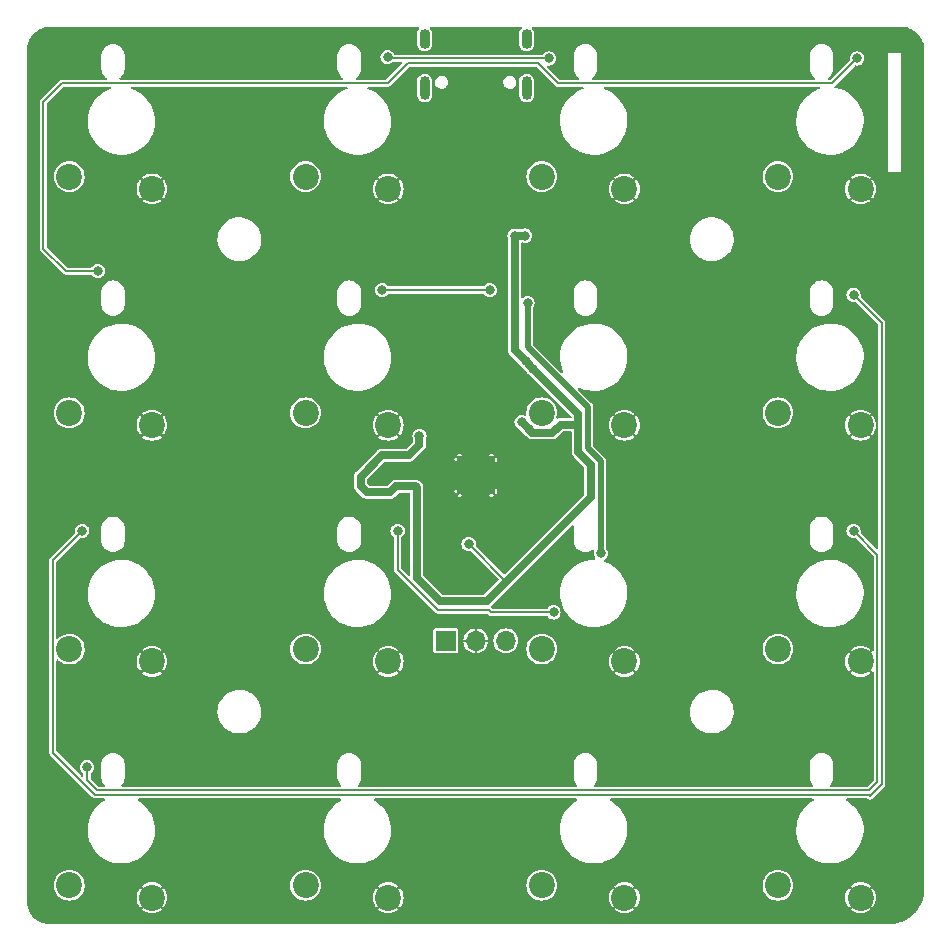
<source format=gbr>
%TF.GenerationSoftware,KiCad,Pcbnew,7.0.8-7.0.8~ubuntu22.04.1*%
%TF.CreationDate,2023-10-30T19:30:08-07:00*%
%TF.ProjectId,buttons,62757474-6f6e-4732-9e6b-696361645f70,rev?*%
%TF.SameCoordinates,Original*%
%TF.FileFunction,Copper,L1,Top*%
%TF.FilePolarity,Positive*%
%FSLAX46Y46*%
G04 Gerber Fmt 4.6, Leading zero omitted, Abs format (unit mm)*
G04 Created by KiCad (PCBNEW 7.0.8-7.0.8~ubuntu22.04.1) date 2023-10-30 19:30:08*
%MOMM*%
%LPD*%
G01*
G04 APERTURE LIST*
%TA.AperFunction,ComponentPad*%
%ADD10C,2.200000*%
%TD*%
%TA.AperFunction,ComponentPad*%
%ADD11C,0.500000*%
%TD*%
%TA.AperFunction,SMDPad,CuDef*%
%ADD12R,3.200000X3.200000*%
%TD*%
%TA.AperFunction,ComponentPad*%
%ADD13R,1.700000X1.700000*%
%TD*%
%TA.AperFunction,ComponentPad*%
%ADD14O,1.700000X1.700000*%
%TD*%
%TA.AperFunction,ComponentPad*%
%ADD15O,0.900000X1.700000*%
%TD*%
%TA.AperFunction,ComponentPad*%
%ADD16O,0.900000X2.000000*%
%TD*%
%TA.AperFunction,ViaPad*%
%ADD17C,0.800000*%
%TD*%
%TA.AperFunction,Conductor*%
%ADD18C,0.200000*%
%TD*%
%TA.AperFunction,Conductor*%
%ADD19C,0.700000*%
%TD*%
%TA.AperFunction,Conductor*%
%ADD20C,0.500000*%
%TD*%
G04 APERTURE END LIST*
D10*
%TO.P,SW9,1,A*%
%TO.N,SW9*%
X115600000Y-114700000D03*
%TO.P,SW9,2,B*%
%TO.N,GND*%
X122600000Y-115750000D03*
%TD*%
%TO.P,SW15,1,A*%
%TO.N,SW15*%
X155600000Y-134700000D03*
%TO.P,SW15,2,B*%
%TO.N,GND*%
X162600000Y-135750000D03*
%TD*%
%TO.P,SW6,1,A*%
%TO.N,SW6*%
X135600000Y-94700000D03*
%TO.P,SW6,2,B*%
%TO.N,GND*%
X142600000Y-95750000D03*
%TD*%
%TO.P,SW5,1,A*%
%TO.N,SW5*%
X115600000Y-94700000D03*
%TO.P,SW5,2,B*%
%TO.N,GND*%
X122600000Y-95750000D03*
%TD*%
%TO.P,SW1,1,A*%
%TO.N,SW1*%
X115600000Y-74700000D03*
%TO.P,SW1,2,B*%
%TO.N,GND*%
X122600000Y-75750000D03*
%TD*%
%TO.P,SW7,1,A*%
%TO.N,SW7*%
X155600000Y-94700000D03*
%TO.P,SW7,2,B*%
%TO.N,GND*%
X162600000Y-95750000D03*
%TD*%
%TO.P,SW14,1,A*%
%TO.N,SW14*%
X135600000Y-134700000D03*
%TO.P,SW14,2,B*%
%TO.N,GND*%
X142600000Y-135750000D03*
%TD*%
%TO.P,SW12,1,A*%
%TO.N,SW12*%
X175600000Y-114700000D03*
%TO.P,SW12,2,B*%
%TO.N,GND*%
X182600000Y-115750000D03*
%TD*%
%TO.P,SW8,1,A*%
%TO.N,SW8*%
X175600000Y-94700000D03*
%TO.P,SW8,2,B*%
%TO.N,GND*%
X182600000Y-95750000D03*
%TD*%
%TO.P,SW11,1,A*%
%TO.N,SW11*%
X155600000Y-114700000D03*
%TO.P,SW11,2,B*%
%TO.N,GND*%
X162600000Y-115750000D03*
%TD*%
%TO.P,SW16,1,A*%
%TO.N,SW16*%
X175600000Y-134700000D03*
%TO.P,SW16,2,B*%
%TO.N,GND*%
X182600000Y-135750000D03*
%TD*%
%TO.P,SW4,1,A*%
%TO.N,SW4*%
X175600000Y-74700000D03*
%TO.P,SW4,2,B*%
%TO.N,GND*%
X182600000Y-75750000D03*
%TD*%
%TO.P,SW10,1,A*%
%TO.N,SW10*%
X135600000Y-114700000D03*
%TO.P,SW10,2,B*%
%TO.N,GND*%
X142600000Y-115750000D03*
%TD*%
%TO.P,SW3,1,A*%
%TO.N,SW3*%
X155600000Y-74700000D03*
%TO.P,SW3,2,B*%
%TO.N,GND*%
X162600000Y-75750000D03*
%TD*%
%TO.P,SW2,1,A*%
%TO.N,SW2*%
X135600000Y-74700000D03*
%TO.P,SW2,2,B*%
%TO.N,GND*%
X142600000Y-75750000D03*
%TD*%
%TO.P,SW13,1,A*%
%TO.N,SW13*%
X115600000Y-134700000D03*
%TO.P,SW13,2,B*%
%TO.N,GND*%
X122600000Y-135750000D03*
%TD*%
D11*
%TO.P,U1,57,GND*%
%TO.N,GND*%
X151350000Y-101350000D03*
X151350000Y-98650000D03*
D12*
X150000000Y-100000000D03*
D11*
X148650000Y-101350000D03*
X148650000Y-98650000D03*
%TD*%
D13*
%TO.P,J3,1,Pin_1*%
%TO.N,/microcontroller/SWDIO*%
X147475000Y-114000000D03*
D14*
%TO.P,J3,2,Pin_2*%
%TO.N,GND*%
X150015000Y-114000000D03*
%TO.P,J3,3,Pin_3*%
%TO.N,/microcontroller/SWDCLK*%
X152555000Y-114000000D03*
%TD*%
D15*
%TO.P,J2,S1,SHIELD*%
%TO.N,unconnected-(J2-SHIELD-PadS1)*%
X145680000Y-63035000D03*
D16*
X145680000Y-67205000D03*
D15*
X154320000Y-63035000D03*
D16*
X154320000Y-67205000D03*
%TD*%
D17*
%TO.N,+3V3*%
X154500000Y-96100000D03*
X154250000Y-90350000D03*
%TO.N,GND*%
X143500000Y-82000000D03*
%TO.N,+5V*%
X160602593Y-106602593D03*
X154400000Y-85400000D03*
%TO.N,GND*%
X161600000Y-85500000D03*
X149724500Y-85842164D03*
X121600000Y-65500000D03*
X141600000Y-65600000D03*
X181600000Y-105800000D03*
X141500000Y-125700000D03*
X147700000Y-109700000D03*
X153900000Y-72500000D03*
X181500000Y-85600000D03*
X141500000Y-85400000D03*
X146400000Y-90900000D03*
X141208836Y-100491164D03*
X141800000Y-105600000D03*
X153300000Y-104500000D03*
X125700000Y-103200000D03*
X161500000Y-65500000D03*
X161500000Y-125800000D03*
X158600000Y-101400000D03*
X146700000Y-69000000D03*
X149400000Y-91100000D03*
X161600000Y-105400000D03*
X125700000Y-104200000D03*
X145950000Y-85100000D03*
X121600000Y-85400000D03*
X181500000Y-125300000D03*
X147300000Y-74500000D03*
X154200000Y-69000000D03*
X152100000Y-74300000D03*
X157700000Y-96700000D03*
X155900000Y-62950000D03*
X177250000Y-67700000D03*
X149300000Y-82550000D03*
X154900000Y-92500000D03*
X145800000Y-69000000D03*
X145950000Y-83550000D03*
X121500000Y-125600000D03*
X153249500Y-69000000D03*
X121600000Y-105500000D03*
%TO.N,Net-(D2-DOUT)*%
X156200000Y-64700000D03*
X142551012Y-64600500D03*
%TO.N,Net-(D4-DOUT)*%
X118000000Y-82700000D03*
X182300000Y-64700000D03*
%TO.N,Net-(D6-DOUT)*%
X142100000Y-84300000D03*
X151200000Y-84300000D03*
%TO.N,Net-(D8-DOUT)*%
X116700000Y-104700000D03*
X182000000Y-84700000D03*
%TO.N,Net-(D10-DOUT)*%
X143400000Y-104700000D03*
X156600000Y-111600000D03*
%TO.N,Net-(D12-DOUT)*%
X117100000Y-124700000D03*
X182000000Y-104700000D03*
%TO.N,+3V3*%
X145250000Y-96650000D03*
X149408835Y-105808835D03*
X154200000Y-79700000D03*
X153300000Y-79700000D03*
X154900000Y-91000000D03*
X153894622Y-95494622D03*
X144934947Y-100978753D03*
%TD*%
D18*
%TO.N,Net-(D2-DOUT)*%
X142551012Y-64600500D02*
X142650512Y-64700000D01*
X142650512Y-64700000D02*
X156200000Y-64700000D01*
%TO.N,Net-(D4-DOUT)*%
X118000000Y-82700000D02*
X115300000Y-82700000D01*
X113400000Y-68400000D02*
X115000000Y-66800000D01*
X156950000Y-66800000D02*
X180200000Y-66800000D01*
X115300000Y-82700000D02*
X113400000Y-80800000D01*
X113400000Y-80800000D02*
X113400000Y-68400000D01*
X115000000Y-66800000D02*
X142550000Y-66800000D01*
X142550000Y-66800000D02*
X144250000Y-65100000D01*
X144250000Y-65100000D02*
X155250000Y-65100000D01*
X155250000Y-65100000D02*
X156950000Y-66800000D01*
X180200000Y-66800000D02*
X182300000Y-64700000D01*
D19*
%TO.N,+3V3*%
X154500000Y-96100000D02*
X154800000Y-96400000D01*
X154250000Y-90350000D02*
X153300000Y-89400000D01*
D20*
%TO.N,+5V*%
X160602593Y-106602593D02*
X160602593Y-98802593D01*
X160602593Y-98802593D02*
X159500000Y-97700000D01*
X159500000Y-94200000D02*
X154400000Y-89100000D01*
X154400000Y-89100000D02*
X154400000Y-85400000D01*
X159500000Y-97700000D02*
X159500000Y-94200000D01*
D18*
%TO.N,Net-(D6-DOUT)*%
X142100000Y-84300000D02*
X151200000Y-84300000D01*
%TO.N,Net-(D8-DOUT)*%
X184400000Y-87100000D02*
X184400000Y-126165686D01*
X114200000Y-107200000D02*
X116700000Y-104700000D01*
X117784314Y-127050000D02*
X114200000Y-123465686D01*
X183415686Y-127150000D02*
X183315686Y-127050000D01*
X183315686Y-127050000D02*
X117784314Y-127050000D01*
X182000000Y-84700000D02*
X184400000Y-87100000D01*
X184400000Y-126165686D02*
X183415686Y-127150000D01*
X114200000Y-123465686D02*
X114200000Y-107200000D01*
%TO.N,Net-(D10-DOUT)*%
X151300000Y-111600000D02*
X151100000Y-111400000D01*
X151100000Y-111400000D02*
X146800000Y-111400000D01*
X146800000Y-111400000D02*
X143400000Y-108000000D01*
X143400000Y-108000000D02*
X143400000Y-104700000D01*
X156600000Y-111600000D02*
X151300000Y-111600000D01*
%TO.N,Net-(D12-DOUT)*%
X183350000Y-126650000D02*
X184000000Y-126000000D01*
X184000000Y-106700000D02*
X182000000Y-104700000D01*
X117100000Y-125800000D02*
X117950000Y-126650000D01*
X184000000Y-126000000D02*
X184000000Y-106700000D01*
X117100000Y-124700000D02*
X117100000Y-125800000D01*
X117950000Y-126650000D02*
X183350000Y-126650000D01*
D19*
%TO.N,+3V3*%
X154900000Y-91000000D02*
X154250000Y-90350000D01*
X144934947Y-100978753D02*
X145000000Y-101043806D01*
X153300000Y-89400000D02*
X153300000Y-79700000D01*
X157200000Y-95700000D02*
X158700000Y-95700000D01*
X158700000Y-95700000D02*
X158700000Y-94800000D01*
X144350000Y-98300000D02*
X145250000Y-97400000D01*
X150950000Y-110650000D02*
X152600000Y-109000000D01*
X156500000Y-96400000D02*
X157200000Y-95700000D01*
X140815333Y-101441164D02*
X140258836Y-100884667D01*
X159751979Y-101848021D02*
X159751979Y-99083349D01*
X152600000Y-109000000D02*
X159751979Y-101848021D01*
X158700000Y-98031370D02*
X158700000Y-95700000D01*
X143300000Y-100900000D02*
X142758836Y-101441164D01*
X146969238Y-110650000D02*
X150950000Y-110650000D01*
X145000000Y-108680762D02*
X146969238Y-110650000D01*
X140258836Y-100097661D02*
X142056497Y-98300000D01*
X158700000Y-94800000D02*
X154900000Y-91000000D01*
X145000000Y-101043806D02*
X145000000Y-108680762D01*
X154800000Y-96400000D02*
X156500000Y-96400000D01*
X144934947Y-100978753D02*
X144856194Y-100900000D01*
X153300000Y-79700000D02*
X154200000Y-79700000D01*
X142056497Y-98300000D02*
X144350000Y-98300000D01*
X140258836Y-100884667D02*
X140258836Y-100097661D01*
X144856194Y-100900000D02*
X143300000Y-100900000D01*
X153894622Y-95494622D02*
X154500000Y-96100000D01*
X145250000Y-97400000D02*
X145250000Y-96650000D01*
X159751979Y-99083349D02*
X158700000Y-98031370D01*
D18*
X149408835Y-105808835D02*
X152600000Y-109000000D01*
D19*
X142758836Y-101441164D02*
X140815333Y-101441164D01*
%TD*%
%TA.AperFunction,Conductor*%
%TO.N,GND*%
G36*
X145212894Y-62019407D02*
G01*
X145248858Y-62068907D01*
X145248858Y-62130093D01*
X145226871Y-62167270D01*
X145149551Y-62249606D01*
X145070373Y-62393630D01*
X145029500Y-62552820D01*
X145029500Y-63475925D01*
X145044927Y-63598053D01*
X145044928Y-63598056D01*
X145105432Y-63750870D01*
X145105434Y-63750874D01*
X145202037Y-63883837D01*
X145328674Y-63988600D01*
X145477387Y-64058579D01*
X145638823Y-64089375D01*
X145638828Y-64089376D01*
X145638829Y-64089375D01*
X145638830Y-64089376D01*
X145802860Y-64079056D01*
X145959171Y-64028268D01*
X145979360Y-64015456D01*
X146044949Y-63973831D01*
X146097940Y-63940202D01*
X146210448Y-63820393D01*
X146289627Y-63676368D01*
X146330500Y-63517177D01*
X146330500Y-62594075D01*
X146325289Y-62552823D01*
X146315072Y-62471946D01*
X146315071Y-62471943D01*
X146315071Y-62471942D01*
X146254568Y-62319129D01*
X146157963Y-62186163D01*
X146145413Y-62175781D01*
X146112629Y-62124121D01*
X146116470Y-62063057D01*
X146155470Y-62015912D01*
X146208518Y-62000500D01*
X153794703Y-62000500D01*
X153852894Y-62019407D01*
X153888858Y-62068907D01*
X153888858Y-62130093D01*
X153866871Y-62167270D01*
X153789551Y-62249606D01*
X153710373Y-62393630D01*
X153669500Y-62552820D01*
X153669500Y-63475925D01*
X153684927Y-63598053D01*
X153684928Y-63598056D01*
X153745432Y-63750870D01*
X153745434Y-63750874D01*
X153842037Y-63883837D01*
X153968674Y-63988600D01*
X154117387Y-64058579D01*
X154278823Y-64089375D01*
X154278828Y-64089376D01*
X154278829Y-64089375D01*
X154278830Y-64089376D01*
X154442860Y-64079056D01*
X154599171Y-64028268D01*
X154619360Y-64015456D01*
X154684949Y-63973831D01*
X154737940Y-63940202D01*
X154850448Y-63820393D01*
X154929627Y-63676368D01*
X154970500Y-63517177D01*
X154970500Y-62594075D01*
X154965289Y-62552823D01*
X154955072Y-62471946D01*
X154955071Y-62471943D01*
X154955071Y-62471942D01*
X154894568Y-62319129D01*
X154797963Y-62186163D01*
X154785413Y-62175781D01*
X154752629Y-62124121D01*
X154756470Y-62063057D01*
X154795470Y-62015912D01*
X154848518Y-62000500D01*
X185998381Y-62000500D01*
X186001615Y-62000605D01*
X186083743Y-62005988D01*
X186266216Y-62019040D01*
X186272347Y-62019866D01*
X186305499Y-62026459D01*
X186389441Y-62043157D01*
X186534365Y-62074683D01*
X186539706Y-62076166D01*
X186659429Y-62116806D01*
X186792341Y-62166380D01*
X186796915Y-62168355D01*
X186912747Y-62225476D01*
X186912952Y-62225578D01*
X187035415Y-62292448D01*
X187039173Y-62294724D01*
X187146911Y-62366712D01*
X187149072Y-62368240D01*
X187164928Y-62380110D01*
X187259030Y-62450555D01*
X187261989Y-62452953D01*
X187359796Y-62538727D01*
X187362161Y-62540942D01*
X187459056Y-62637837D01*
X187461264Y-62640194D01*
X187547036Y-62737998D01*
X187549443Y-62740968D01*
X187631755Y-62850922D01*
X187633286Y-62853087D01*
X187705274Y-62960825D01*
X187707562Y-62964604D01*
X187774421Y-63087047D01*
X187831637Y-63203069D01*
X187833622Y-63207667D01*
X187883195Y-63340575D01*
X187923824Y-63460263D01*
X187925321Y-63465657D01*
X187956847Y-63610580D01*
X187980132Y-63727651D01*
X187980958Y-63733782D01*
X187994017Y-63916350D01*
X187999394Y-63998381D01*
X187999500Y-64001620D01*
X187999500Y-134998708D01*
X187999432Y-135001300D01*
X187992509Y-135133383D01*
X187982161Y-135317639D01*
X187981629Y-135322609D01*
X187957394Y-135475630D01*
X187929680Y-135638737D01*
X187928693Y-135643259D01*
X187887579Y-135796702D01*
X187842769Y-135952235D01*
X187841416Y-135956272D01*
X187783877Y-136106170D01*
X187722453Y-136254459D01*
X187720825Y-136257990D01*
X187647488Y-136401922D01*
X187570150Y-136541855D01*
X187568340Y-136544871D01*
X187480020Y-136680872D01*
X187387637Y-136811071D01*
X187385735Y-136813579D01*
X187284184Y-136938985D01*
X187282625Y-136940818D01*
X187177040Y-137058967D01*
X187175132Y-137060985D01*
X187060985Y-137175132D01*
X187058967Y-137177040D01*
X186940818Y-137282625D01*
X186938985Y-137284184D01*
X186813579Y-137385735D01*
X186811071Y-137387637D01*
X186680872Y-137480020D01*
X186544871Y-137568340D01*
X186541855Y-137570150D01*
X186401922Y-137647488D01*
X186257990Y-137720825D01*
X186254459Y-137722453D01*
X186106170Y-137783877D01*
X185956272Y-137841416D01*
X185952235Y-137842769D01*
X185796702Y-137887579D01*
X185643259Y-137928693D01*
X185638737Y-137929680D01*
X185475630Y-137957394D01*
X185322609Y-137981629D01*
X185317639Y-137982161D01*
X185133383Y-137992509D01*
X185036388Y-137997592D01*
X185001293Y-137999432D01*
X184998709Y-137999500D01*
X114001621Y-137999500D01*
X113998383Y-137999394D01*
X113988296Y-137998732D01*
X113916351Y-137994017D01*
X113733782Y-137980958D01*
X113727651Y-137980132D01*
X113610580Y-137956847D01*
X113465657Y-137925321D01*
X113460269Y-137923825D01*
X113340575Y-137883195D01*
X113305064Y-137869950D01*
X113207667Y-137833622D01*
X113203069Y-137831637D01*
X113087047Y-137774421D01*
X112964604Y-137707562D01*
X112960825Y-137705274D01*
X112853084Y-137633284D01*
X112850919Y-137631753D01*
X112740973Y-137549447D01*
X112737998Y-137547036D01*
X112707038Y-137519885D01*
X112640193Y-137461263D01*
X112637829Y-137459049D01*
X112540949Y-137362169D01*
X112538734Y-137359804D01*
X112471050Y-137282625D01*
X112452953Y-137261989D01*
X112450551Y-137259025D01*
X112368245Y-137149079D01*
X112366714Y-137146914D01*
X112294724Y-137039173D01*
X112292448Y-137035415D01*
X112225578Y-136912952D01*
X112209394Y-136880134D01*
X112168355Y-136796915D01*
X112166380Y-136792341D01*
X112116806Y-136659429D01*
X112076166Y-136539706D01*
X112074683Y-136534365D01*
X112043157Y-136389441D01*
X112019866Y-136272347D01*
X112019040Y-136266216D01*
X112007593Y-136106170D01*
X112005988Y-136083743D01*
X112000605Y-136001616D01*
X112000500Y-135998380D01*
X112000500Y-134700003D01*
X114294532Y-134700003D01*
X114314363Y-134926684D01*
X114373262Y-135146500D01*
X114469426Y-135352723D01*
X114469434Y-135352737D01*
X114599946Y-135539130D01*
X114599947Y-135539132D01*
X114599950Y-135539135D01*
X114599953Y-135539139D01*
X114760861Y-135700047D01*
X114760864Y-135700049D01*
X114760867Y-135700052D01*
X114760869Y-135700053D01*
X114769497Y-135706094D01*
X114947266Y-135830568D01*
X114947272Y-135830571D01*
X114947276Y-135830573D01*
X115153500Y-135926737D01*
X115153504Y-135926739D01*
X115373308Y-135985635D01*
X115373312Y-135985635D01*
X115373315Y-135985636D01*
X115599997Y-136005468D01*
X115600000Y-136005468D01*
X115600003Y-136005468D01*
X115826684Y-135985636D01*
X115826685Y-135985635D01*
X115826692Y-135985635D01*
X116046496Y-135926739D01*
X116252734Y-135830568D01*
X116367794Y-135750003D01*
X121295034Y-135750003D01*
X121314857Y-135976597D01*
X121373733Y-136196323D01*
X121469865Y-136402481D01*
X121600334Y-136588811D01*
X121610050Y-136598527D01*
X122003656Y-136204919D01*
X122050756Y-136268185D01*
X122144540Y-136346880D01*
X121751472Y-136739949D01*
X121761188Y-136749665D01*
X121947518Y-136880134D01*
X122153676Y-136976266D01*
X122373402Y-137035142D01*
X122599997Y-137054966D01*
X122600003Y-137054966D01*
X122826597Y-137035142D01*
X123046323Y-136976266D01*
X123252481Y-136880134D01*
X123438814Y-136749663D01*
X123448527Y-136739949D01*
X123056206Y-136347628D01*
X123085373Y-136328445D01*
X123199208Y-136207786D01*
X123589949Y-136598527D01*
X123599663Y-136588814D01*
X123730134Y-136402481D01*
X123826266Y-136196323D01*
X123885142Y-135976597D01*
X123904966Y-135750003D01*
X123904966Y-135749996D01*
X123885142Y-135523402D01*
X123826266Y-135303676D01*
X123730134Y-135097518D01*
X123599665Y-134911188D01*
X123589949Y-134901472D01*
X123196342Y-135295078D01*
X123149244Y-135231815D01*
X123055457Y-135153118D01*
X123448527Y-134760050D01*
X123438811Y-134750334D01*
X123366931Y-134700003D01*
X134294532Y-134700003D01*
X134314363Y-134926684D01*
X134373262Y-135146500D01*
X134469426Y-135352723D01*
X134469434Y-135352737D01*
X134599946Y-135539130D01*
X134599947Y-135539132D01*
X134599950Y-135539135D01*
X134599953Y-135539139D01*
X134760861Y-135700047D01*
X134760864Y-135700049D01*
X134760867Y-135700052D01*
X134760869Y-135700053D01*
X134769497Y-135706094D01*
X134947266Y-135830568D01*
X134947272Y-135830571D01*
X134947276Y-135830573D01*
X135153500Y-135926737D01*
X135153504Y-135926739D01*
X135373308Y-135985635D01*
X135373312Y-135985635D01*
X135373315Y-135985636D01*
X135599997Y-136005468D01*
X135600000Y-136005468D01*
X135600003Y-136005468D01*
X135826684Y-135985636D01*
X135826685Y-135985635D01*
X135826692Y-135985635D01*
X136046496Y-135926739D01*
X136252734Y-135830568D01*
X136367794Y-135750003D01*
X141295034Y-135750003D01*
X141314857Y-135976597D01*
X141373733Y-136196323D01*
X141469865Y-136402481D01*
X141600334Y-136588811D01*
X141610050Y-136598527D01*
X142003656Y-136204919D01*
X142050756Y-136268185D01*
X142144540Y-136346880D01*
X141751472Y-136739949D01*
X141761188Y-136749665D01*
X141947518Y-136880134D01*
X142153676Y-136976266D01*
X142373402Y-137035142D01*
X142599997Y-137054966D01*
X142600003Y-137054966D01*
X142826597Y-137035142D01*
X143046323Y-136976266D01*
X143252481Y-136880134D01*
X143438814Y-136749663D01*
X143448527Y-136739949D01*
X143056206Y-136347628D01*
X143085373Y-136328445D01*
X143199208Y-136207786D01*
X143589949Y-136598527D01*
X143599663Y-136588814D01*
X143730134Y-136402481D01*
X143826266Y-136196323D01*
X143885142Y-135976597D01*
X143904966Y-135750003D01*
X143904966Y-135749996D01*
X143885142Y-135523402D01*
X143826266Y-135303676D01*
X143730134Y-135097518D01*
X143599665Y-134911188D01*
X143589949Y-134901472D01*
X143196342Y-135295078D01*
X143149244Y-135231815D01*
X143055457Y-135153118D01*
X143448527Y-134760050D01*
X143438811Y-134750334D01*
X143366931Y-134700003D01*
X154294532Y-134700003D01*
X154314363Y-134926684D01*
X154373262Y-135146500D01*
X154469426Y-135352723D01*
X154469434Y-135352737D01*
X154599946Y-135539130D01*
X154599947Y-135539132D01*
X154599950Y-135539135D01*
X154599953Y-135539139D01*
X154760861Y-135700047D01*
X154760864Y-135700049D01*
X154760867Y-135700052D01*
X154760869Y-135700053D01*
X154769497Y-135706094D01*
X154947266Y-135830568D01*
X154947272Y-135830571D01*
X154947276Y-135830573D01*
X155153500Y-135926737D01*
X155153504Y-135926739D01*
X155373308Y-135985635D01*
X155373312Y-135985635D01*
X155373315Y-135985636D01*
X155599997Y-136005468D01*
X155600000Y-136005468D01*
X155600003Y-136005468D01*
X155826684Y-135985636D01*
X155826685Y-135985635D01*
X155826692Y-135985635D01*
X156046496Y-135926739D01*
X156252734Y-135830568D01*
X156367794Y-135750003D01*
X161295034Y-135750003D01*
X161314857Y-135976597D01*
X161373733Y-136196323D01*
X161469865Y-136402481D01*
X161600334Y-136588811D01*
X161610050Y-136598527D01*
X162003656Y-136204919D01*
X162050756Y-136268185D01*
X162144540Y-136346880D01*
X161751472Y-136739949D01*
X161761188Y-136749665D01*
X161947518Y-136880134D01*
X162153676Y-136976266D01*
X162373402Y-137035142D01*
X162599997Y-137054966D01*
X162600003Y-137054966D01*
X162826597Y-137035142D01*
X163046323Y-136976266D01*
X163252481Y-136880134D01*
X163438814Y-136749663D01*
X163448527Y-136739949D01*
X163056206Y-136347628D01*
X163085373Y-136328445D01*
X163199208Y-136207786D01*
X163589949Y-136598527D01*
X163599663Y-136588814D01*
X163730134Y-136402481D01*
X163826266Y-136196323D01*
X163885142Y-135976597D01*
X163904966Y-135750003D01*
X163904966Y-135749996D01*
X163885142Y-135523402D01*
X163826266Y-135303676D01*
X163730134Y-135097518D01*
X163599665Y-134911188D01*
X163589949Y-134901472D01*
X163196342Y-135295078D01*
X163149244Y-135231815D01*
X163055457Y-135153118D01*
X163448527Y-134760050D01*
X163438811Y-134750334D01*
X163366931Y-134700003D01*
X174294532Y-134700003D01*
X174314363Y-134926684D01*
X174373262Y-135146500D01*
X174469426Y-135352723D01*
X174469434Y-135352737D01*
X174599946Y-135539130D01*
X174599947Y-135539132D01*
X174599950Y-135539135D01*
X174599953Y-135539139D01*
X174760861Y-135700047D01*
X174760864Y-135700049D01*
X174760867Y-135700052D01*
X174760869Y-135700053D01*
X174769497Y-135706094D01*
X174947266Y-135830568D01*
X174947272Y-135830571D01*
X174947276Y-135830573D01*
X175153500Y-135926737D01*
X175153504Y-135926739D01*
X175373308Y-135985635D01*
X175373312Y-135985635D01*
X175373315Y-135985636D01*
X175599997Y-136005468D01*
X175600000Y-136005468D01*
X175600003Y-136005468D01*
X175826684Y-135985636D01*
X175826685Y-135985635D01*
X175826692Y-135985635D01*
X176046496Y-135926739D01*
X176252734Y-135830568D01*
X176367794Y-135750003D01*
X181295034Y-135750003D01*
X181314857Y-135976597D01*
X181373733Y-136196323D01*
X181469865Y-136402481D01*
X181600334Y-136588811D01*
X181610050Y-136598527D01*
X182003656Y-136204919D01*
X182050756Y-136268185D01*
X182144540Y-136346880D01*
X181751472Y-136739949D01*
X181761188Y-136749665D01*
X181947518Y-136880134D01*
X182153676Y-136976266D01*
X182373402Y-137035142D01*
X182599997Y-137054966D01*
X182600003Y-137054966D01*
X182826597Y-137035142D01*
X183046323Y-136976266D01*
X183252481Y-136880134D01*
X183438814Y-136749663D01*
X183448527Y-136739949D01*
X183056206Y-136347628D01*
X183085373Y-136328445D01*
X183199208Y-136207786D01*
X183589949Y-136598527D01*
X183599663Y-136588814D01*
X183730134Y-136402481D01*
X183826266Y-136196323D01*
X183885142Y-135976597D01*
X183904966Y-135750003D01*
X183904966Y-135749996D01*
X183885142Y-135523402D01*
X183826266Y-135303676D01*
X183730134Y-135097518D01*
X183599665Y-134911188D01*
X183589949Y-134901472D01*
X183196342Y-135295078D01*
X183149244Y-135231815D01*
X183055457Y-135153118D01*
X183448527Y-134760050D01*
X183438811Y-134750334D01*
X183252481Y-134619865D01*
X183046323Y-134523733D01*
X182826597Y-134464857D01*
X182600003Y-134445034D01*
X182599997Y-134445034D01*
X182373402Y-134464857D01*
X182153676Y-134523733D01*
X181947518Y-134619865D01*
X181761185Y-134750336D01*
X181751471Y-134760049D01*
X182143793Y-135152371D01*
X182114627Y-135171555D01*
X182000791Y-135292213D01*
X181610049Y-134901471D01*
X181600336Y-134911185D01*
X181469865Y-135097518D01*
X181373733Y-135303676D01*
X181314857Y-135523402D01*
X181295034Y-135749996D01*
X181295034Y-135750003D01*
X176367794Y-135750003D01*
X176439139Y-135700047D01*
X176600047Y-135539139D01*
X176730568Y-135352734D01*
X176826739Y-135146496D01*
X176885635Y-134926692D01*
X176886992Y-134911188D01*
X176905468Y-134700003D01*
X176905468Y-134699996D01*
X176885636Y-134473315D01*
X176885635Y-134473312D01*
X176885635Y-134473308D01*
X176826739Y-134253504D01*
X176730568Y-134047266D01*
X176600053Y-133860869D01*
X176600052Y-133860867D01*
X176600049Y-133860864D01*
X176600047Y-133860861D01*
X176439139Y-133699953D01*
X176439135Y-133699950D01*
X176439132Y-133699947D01*
X176439130Y-133699946D01*
X176252737Y-133569434D01*
X176252736Y-133569433D01*
X176252734Y-133569432D01*
X176252731Y-133569430D01*
X176252723Y-133569426D01*
X176046499Y-133473262D01*
X176046500Y-133473262D01*
X175973228Y-133453629D01*
X175826692Y-133414365D01*
X175826691Y-133414364D01*
X175826684Y-133414363D01*
X175600003Y-133394532D01*
X175599997Y-133394532D01*
X175373315Y-133414363D01*
X175153499Y-133473262D01*
X174947276Y-133569426D01*
X174947262Y-133569434D01*
X174760869Y-133699946D01*
X174760867Y-133699947D01*
X174599947Y-133860867D01*
X174599946Y-133860869D01*
X174469434Y-134047262D01*
X174469426Y-134047276D01*
X174373262Y-134253499D01*
X174314363Y-134473315D01*
X174294532Y-134699996D01*
X174294532Y-134700003D01*
X163366931Y-134700003D01*
X163252481Y-134619865D01*
X163046323Y-134523733D01*
X162826597Y-134464857D01*
X162600003Y-134445034D01*
X162599997Y-134445034D01*
X162373402Y-134464857D01*
X162153676Y-134523733D01*
X161947518Y-134619865D01*
X161761185Y-134750336D01*
X161751471Y-134760049D01*
X162143793Y-135152371D01*
X162114627Y-135171555D01*
X162000791Y-135292213D01*
X161610049Y-134901471D01*
X161600336Y-134911185D01*
X161469865Y-135097518D01*
X161373733Y-135303676D01*
X161314857Y-135523402D01*
X161295034Y-135749996D01*
X161295034Y-135750003D01*
X156367794Y-135750003D01*
X156439139Y-135700047D01*
X156600047Y-135539139D01*
X156730568Y-135352734D01*
X156826739Y-135146496D01*
X156885635Y-134926692D01*
X156886992Y-134911188D01*
X156905468Y-134700003D01*
X156905468Y-134699996D01*
X156885636Y-134473315D01*
X156885635Y-134473312D01*
X156885635Y-134473308D01*
X156826739Y-134253504D01*
X156730568Y-134047266D01*
X156600053Y-133860869D01*
X156600052Y-133860867D01*
X156600049Y-133860864D01*
X156600047Y-133860861D01*
X156439139Y-133699953D01*
X156439135Y-133699950D01*
X156439132Y-133699947D01*
X156439130Y-133699946D01*
X156252737Y-133569434D01*
X156252736Y-133569433D01*
X156252734Y-133569432D01*
X156252731Y-133569430D01*
X156252723Y-133569426D01*
X156046499Y-133473262D01*
X156046500Y-133473262D01*
X155973228Y-133453629D01*
X155826692Y-133414365D01*
X155826691Y-133414364D01*
X155826684Y-133414363D01*
X155600003Y-133394532D01*
X155599997Y-133394532D01*
X155373315Y-133414363D01*
X155153499Y-133473262D01*
X154947276Y-133569426D01*
X154947262Y-133569434D01*
X154760869Y-133699946D01*
X154760867Y-133699947D01*
X154599947Y-133860867D01*
X154599946Y-133860869D01*
X154469434Y-134047262D01*
X154469426Y-134047276D01*
X154373262Y-134253499D01*
X154314363Y-134473315D01*
X154294532Y-134699996D01*
X154294532Y-134700003D01*
X143366931Y-134700003D01*
X143252481Y-134619865D01*
X143046323Y-134523733D01*
X142826597Y-134464857D01*
X142600003Y-134445034D01*
X142599997Y-134445034D01*
X142373402Y-134464857D01*
X142153676Y-134523733D01*
X141947518Y-134619865D01*
X141761185Y-134750336D01*
X141751471Y-134760049D01*
X142143793Y-135152371D01*
X142114627Y-135171555D01*
X142000791Y-135292213D01*
X141610049Y-134901471D01*
X141600336Y-134911185D01*
X141469865Y-135097518D01*
X141373733Y-135303676D01*
X141314857Y-135523402D01*
X141295034Y-135749996D01*
X141295034Y-135750003D01*
X136367794Y-135750003D01*
X136439139Y-135700047D01*
X136600047Y-135539139D01*
X136730568Y-135352734D01*
X136826739Y-135146496D01*
X136885635Y-134926692D01*
X136886992Y-134911188D01*
X136905468Y-134700003D01*
X136905468Y-134699996D01*
X136885636Y-134473315D01*
X136885635Y-134473312D01*
X136885635Y-134473308D01*
X136826739Y-134253504D01*
X136730568Y-134047266D01*
X136600053Y-133860869D01*
X136600052Y-133860867D01*
X136600049Y-133860864D01*
X136600047Y-133860861D01*
X136439139Y-133699953D01*
X136439135Y-133699950D01*
X136439132Y-133699947D01*
X136439130Y-133699946D01*
X136252737Y-133569434D01*
X136252736Y-133569433D01*
X136252734Y-133569432D01*
X136252731Y-133569430D01*
X136252723Y-133569426D01*
X136046499Y-133473262D01*
X136046500Y-133473262D01*
X135973228Y-133453629D01*
X135826692Y-133414365D01*
X135826691Y-133414364D01*
X135826684Y-133414363D01*
X135600003Y-133394532D01*
X135599997Y-133394532D01*
X135373315Y-133414363D01*
X135153499Y-133473262D01*
X134947276Y-133569426D01*
X134947262Y-133569434D01*
X134760869Y-133699946D01*
X134760867Y-133699947D01*
X134599947Y-133860867D01*
X134599946Y-133860869D01*
X134469434Y-134047262D01*
X134469426Y-134047276D01*
X134373262Y-134253499D01*
X134314363Y-134473315D01*
X134294532Y-134699996D01*
X134294532Y-134700003D01*
X123366931Y-134700003D01*
X123252481Y-134619865D01*
X123046323Y-134523733D01*
X122826597Y-134464857D01*
X122600003Y-134445034D01*
X122599997Y-134445034D01*
X122373402Y-134464857D01*
X122153676Y-134523733D01*
X121947518Y-134619865D01*
X121761185Y-134750336D01*
X121751471Y-134760049D01*
X122143793Y-135152371D01*
X122114627Y-135171555D01*
X122000791Y-135292213D01*
X121610049Y-134901471D01*
X121600336Y-134911185D01*
X121469865Y-135097518D01*
X121373733Y-135303676D01*
X121314857Y-135523402D01*
X121295034Y-135749996D01*
X121295034Y-135750003D01*
X116367794Y-135750003D01*
X116439139Y-135700047D01*
X116600047Y-135539139D01*
X116730568Y-135352734D01*
X116826739Y-135146496D01*
X116885635Y-134926692D01*
X116886992Y-134911188D01*
X116905468Y-134700003D01*
X116905468Y-134699996D01*
X116885636Y-134473315D01*
X116885635Y-134473312D01*
X116885635Y-134473308D01*
X116826739Y-134253504D01*
X116730568Y-134047266D01*
X116600053Y-133860869D01*
X116600052Y-133860867D01*
X116600049Y-133860864D01*
X116600047Y-133860861D01*
X116439139Y-133699953D01*
X116439135Y-133699950D01*
X116439132Y-133699947D01*
X116439130Y-133699946D01*
X116252737Y-133569434D01*
X116252736Y-133569433D01*
X116252734Y-133569432D01*
X116252731Y-133569430D01*
X116252723Y-133569426D01*
X116046499Y-133473262D01*
X116046500Y-133473262D01*
X115973228Y-133453629D01*
X115826692Y-133414365D01*
X115826691Y-133414364D01*
X115826684Y-133414363D01*
X115600003Y-133394532D01*
X115599997Y-133394532D01*
X115373315Y-133414363D01*
X115153499Y-133473262D01*
X114947276Y-133569426D01*
X114947262Y-133569434D01*
X114760869Y-133699946D01*
X114760867Y-133699947D01*
X114599947Y-133860867D01*
X114599946Y-133860869D01*
X114469434Y-134047262D01*
X114469426Y-134047276D01*
X114373262Y-134253499D01*
X114314363Y-134473315D01*
X114294532Y-134699996D01*
X114294532Y-134700003D01*
X112000500Y-134700003D01*
X112000500Y-107185879D01*
X113894621Y-107185879D01*
X113899025Y-107217452D01*
X113899500Y-107224298D01*
X113899500Y-123400521D01*
X113897280Y-123414199D01*
X113898494Y-123414369D01*
X113897226Y-123423452D01*
X113899447Y-123471469D01*
X113899500Y-123473755D01*
X113899500Y-123493528D01*
X113900152Y-123497018D01*
X113900943Y-123503835D01*
X113902414Y-123535673D01*
X113902415Y-123535680D01*
X113906384Y-123544668D01*
X113913133Y-123566459D01*
X113914939Y-123576119D01*
X113931717Y-123603219D01*
X113934915Y-123609286D01*
X113947793Y-123638449D01*
X113947794Y-123638451D01*
X113954745Y-123645402D01*
X113968907Y-123663282D01*
X113974081Y-123671638D01*
X113999511Y-123690842D01*
X114004690Y-123695348D01*
X117525750Y-127216407D01*
X117533851Y-127227647D01*
X117534830Y-127226909D01*
X117540358Y-127234230D01*
X117575883Y-127266616D01*
X117577537Y-127268195D01*
X117591515Y-127282172D01*
X117591517Y-127282174D01*
X117594442Y-127284178D01*
X117599819Y-127288437D01*
X117623378Y-127309914D01*
X117623379Y-127309914D01*
X117623381Y-127309916D01*
X117632544Y-127313466D01*
X117652730Y-127324105D01*
X117660833Y-127329656D01*
X117691867Y-127336955D01*
X117698404Y-127338979D01*
X117728141Y-127350500D01*
X117737966Y-127350500D01*
X117760630Y-127353129D01*
X117770195Y-127355379D01*
X117794808Y-127351945D01*
X117801767Y-127350975D01*
X117808613Y-127350500D01*
X118518462Y-127350500D01*
X118576653Y-127369407D01*
X118612617Y-127418907D01*
X118612617Y-127480093D01*
X118576653Y-127529593D01*
X118568807Y-127534743D01*
X118404779Y-127631617D01*
X118404778Y-127631618D01*
X118135854Y-127836916D01*
X117893104Y-128072577D01*
X117893101Y-128072580D01*
X117679934Y-128335290D01*
X117499324Y-128621381D01*
X117353827Y-128926812D01*
X117353822Y-128926822D01*
X117245467Y-129247328D01*
X117175782Y-129578382D01*
X117175781Y-129578389D01*
X117145739Y-129915371D01*
X117155764Y-130253555D01*
X117205716Y-130588175D01*
X117250667Y-130752677D01*
X117294895Y-130914535D01*
X117422047Y-131228058D01*
X117585388Y-131524341D01*
X117666149Y-131636896D01*
X117782621Y-131799222D01*
X117782634Y-131799238D01*
X118010985Y-132048850D01*
X118010991Y-132048856D01*
X118267274Y-132269720D01*
X118547871Y-132458716D01*
X118547876Y-132458719D01*
X118547882Y-132458723D01*
X118848875Y-132613212D01*
X119166028Y-132731017D01*
X119350632Y-132775626D01*
X119494874Y-132810482D01*
X119494875Y-132810482D01*
X119494887Y-132810485D01*
X119830837Y-132850500D01*
X119830841Y-132850500D01*
X120084503Y-132850500D01*
X120084504Y-132850500D01*
X120337731Y-132835472D01*
X120670721Y-132775626D01*
X120994295Y-132676816D01*
X121303912Y-132540429D01*
X121595224Y-132368380D01*
X121864143Y-132163085D01*
X122106894Y-131927424D01*
X122320068Y-131664707D01*
X122500674Y-131378620D01*
X122646176Y-131073181D01*
X122754531Y-130752677D01*
X122824219Y-130421607D01*
X122854261Y-130084618D01*
X122844235Y-129746442D01*
X122794283Y-129411825D01*
X122705105Y-129085465D01*
X122577953Y-128771942D01*
X122414612Y-128475659D01*
X122295026Y-128308994D01*
X122217378Y-128200777D01*
X122217365Y-128200761D01*
X121989014Y-127951149D01*
X121989008Y-127951143D01*
X121732725Y-127730279D01*
X121452128Y-127541283D01*
X121452121Y-127541279D01*
X121452118Y-127541277D01*
X121450735Y-127540567D01*
X121444906Y-127537575D01*
X121401771Y-127494182D01*
X121392379Y-127433721D01*
X121420320Y-127379288D01*
X121474919Y-127351673D01*
X121490114Y-127350500D01*
X138518462Y-127350500D01*
X138576653Y-127369407D01*
X138612617Y-127418907D01*
X138612617Y-127480093D01*
X138576653Y-127529593D01*
X138568807Y-127534743D01*
X138404779Y-127631617D01*
X138404778Y-127631618D01*
X138135854Y-127836916D01*
X137893104Y-128072577D01*
X137893101Y-128072580D01*
X137679934Y-128335290D01*
X137499324Y-128621381D01*
X137353827Y-128926812D01*
X137353822Y-128926822D01*
X137245467Y-129247328D01*
X137175782Y-129578382D01*
X137175781Y-129578389D01*
X137145739Y-129915371D01*
X137155764Y-130253555D01*
X137205716Y-130588175D01*
X137250667Y-130752677D01*
X137294895Y-130914535D01*
X137422047Y-131228058D01*
X137585388Y-131524341D01*
X137666149Y-131636896D01*
X137782621Y-131799222D01*
X137782634Y-131799238D01*
X138010985Y-132048850D01*
X138010991Y-132048856D01*
X138267274Y-132269720D01*
X138547871Y-132458716D01*
X138547876Y-132458719D01*
X138547882Y-132458723D01*
X138848875Y-132613212D01*
X139166028Y-132731017D01*
X139350632Y-132775626D01*
X139494874Y-132810482D01*
X139494875Y-132810482D01*
X139494887Y-132810485D01*
X139830837Y-132850500D01*
X139830841Y-132850500D01*
X140084503Y-132850500D01*
X140084504Y-132850500D01*
X140337731Y-132835472D01*
X140670721Y-132775626D01*
X140994295Y-132676816D01*
X141303912Y-132540429D01*
X141595224Y-132368380D01*
X141864143Y-132163085D01*
X142106894Y-131927424D01*
X142320068Y-131664707D01*
X142500674Y-131378620D01*
X142646176Y-131073181D01*
X142754531Y-130752677D01*
X142824219Y-130421607D01*
X142854261Y-130084618D01*
X142844235Y-129746442D01*
X142794283Y-129411825D01*
X142705105Y-129085465D01*
X142577953Y-128771942D01*
X142414612Y-128475659D01*
X142295026Y-128308994D01*
X142217378Y-128200777D01*
X142217365Y-128200761D01*
X141989014Y-127951149D01*
X141989008Y-127951143D01*
X141732725Y-127730279D01*
X141452128Y-127541283D01*
X141452121Y-127541279D01*
X141452118Y-127541277D01*
X141450735Y-127540567D01*
X141444906Y-127537575D01*
X141401771Y-127494182D01*
X141392379Y-127433721D01*
X141420320Y-127379288D01*
X141474919Y-127351673D01*
X141490114Y-127350500D01*
X158518462Y-127350500D01*
X158576653Y-127369407D01*
X158612617Y-127418907D01*
X158612617Y-127480093D01*
X158576653Y-127529593D01*
X158568807Y-127534743D01*
X158404779Y-127631617D01*
X158404778Y-127631618D01*
X158135854Y-127836916D01*
X157893104Y-128072577D01*
X157893101Y-128072580D01*
X157679934Y-128335290D01*
X157499324Y-128621381D01*
X157353827Y-128926812D01*
X157353822Y-128926822D01*
X157245467Y-129247328D01*
X157175782Y-129578382D01*
X157175781Y-129578389D01*
X157145739Y-129915371D01*
X157155764Y-130253555D01*
X157205716Y-130588175D01*
X157250667Y-130752677D01*
X157294895Y-130914535D01*
X157422047Y-131228058D01*
X157585388Y-131524341D01*
X157666149Y-131636896D01*
X157782621Y-131799222D01*
X157782634Y-131799238D01*
X158010985Y-132048850D01*
X158010991Y-132048856D01*
X158267274Y-132269720D01*
X158547871Y-132458716D01*
X158547876Y-132458719D01*
X158547882Y-132458723D01*
X158848875Y-132613212D01*
X159166028Y-132731017D01*
X159350632Y-132775626D01*
X159494874Y-132810482D01*
X159494875Y-132810482D01*
X159494887Y-132810485D01*
X159830837Y-132850500D01*
X159830841Y-132850500D01*
X160084503Y-132850500D01*
X160084504Y-132850500D01*
X160337731Y-132835472D01*
X160670721Y-132775626D01*
X160994295Y-132676816D01*
X161303912Y-132540429D01*
X161595224Y-132368380D01*
X161864143Y-132163085D01*
X162106894Y-131927424D01*
X162320068Y-131664707D01*
X162500674Y-131378620D01*
X162646176Y-131073181D01*
X162754531Y-130752677D01*
X162824219Y-130421607D01*
X162854261Y-130084618D01*
X162844235Y-129746442D01*
X162794283Y-129411825D01*
X162705105Y-129085465D01*
X162577953Y-128771942D01*
X162414612Y-128475659D01*
X162295026Y-128308994D01*
X162217378Y-128200777D01*
X162217365Y-128200761D01*
X161989014Y-127951149D01*
X161989008Y-127951143D01*
X161732725Y-127730279D01*
X161452128Y-127541283D01*
X161452121Y-127541279D01*
X161452118Y-127541277D01*
X161450735Y-127540567D01*
X161444906Y-127537575D01*
X161401771Y-127494182D01*
X161392379Y-127433721D01*
X161420320Y-127379288D01*
X161474919Y-127351673D01*
X161490114Y-127350500D01*
X178518462Y-127350500D01*
X178576653Y-127369407D01*
X178612617Y-127418907D01*
X178612617Y-127480093D01*
X178576653Y-127529593D01*
X178568807Y-127534743D01*
X178404779Y-127631617D01*
X178404778Y-127631618D01*
X178135854Y-127836916D01*
X177893104Y-128072577D01*
X177893101Y-128072580D01*
X177679934Y-128335290D01*
X177499324Y-128621381D01*
X177353827Y-128926812D01*
X177353822Y-128926822D01*
X177245467Y-129247328D01*
X177175782Y-129578382D01*
X177175781Y-129578389D01*
X177145739Y-129915371D01*
X177155764Y-130253555D01*
X177205716Y-130588175D01*
X177250667Y-130752677D01*
X177294895Y-130914535D01*
X177422047Y-131228058D01*
X177585388Y-131524341D01*
X177666149Y-131636896D01*
X177782621Y-131799222D01*
X177782634Y-131799238D01*
X178010985Y-132048850D01*
X178010991Y-132048856D01*
X178267274Y-132269720D01*
X178547871Y-132458716D01*
X178547876Y-132458719D01*
X178547882Y-132458723D01*
X178848875Y-132613212D01*
X179166028Y-132731017D01*
X179350632Y-132775626D01*
X179494874Y-132810482D01*
X179494875Y-132810482D01*
X179494887Y-132810485D01*
X179830837Y-132850500D01*
X179830841Y-132850500D01*
X180084503Y-132850500D01*
X180084504Y-132850500D01*
X180337731Y-132835472D01*
X180670721Y-132775626D01*
X180994295Y-132676816D01*
X181303912Y-132540429D01*
X181595224Y-132368380D01*
X181864143Y-132163085D01*
X182106894Y-131927424D01*
X182320068Y-131664707D01*
X182500674Y-131378620D01*
X182646176Y-131073181D01*
X182754531Y-130752677D01*
X182824219Y-130421607D01*
X182854261Y-130084618D01*
X182844235Y-129746442D01*
X182794283Y-129411825D01*
X182705105Y-129085465D01*
X182577953Y-128771942D01*
X182414612Y-128475659D01*
X182295026Y-128308994D01*
X182217378Y-128200777D01*
X182217365Y-128200761D01*
X181989014Y-127951149D01*
X181989008Y-127951143D01*
X181732725Y-127730279D01*
X181452128Y-127541283D01*
X181452121Y-127541279D01*
X181452118Y-127541277D01*
X181450735Y-127540567D01*
X181444906Y-127537575D01*
X181401771Y-127494182D01*
X181392379Y-127433721D01*
X181420320Y-127379288D01*
X181474919Y-127351673D01*
X181490114Y-127350500D01*
X183150208Y-127350500D01*
X183208399Y-127369407D01*
X183220205Y-127379490D01*
X183222889Y-127382174D01*
X183227596Y-127385398D01*
X183232502Y-127388759D01*
X183236153Y-127391516D01*
X183266926Y-127417070D01*
X183266927Y-127417070D01*
X183266928Y-127417071D01*
X183267349Y-127417212D01*
X183291842Y-127429407D01*
X183292205Y-127429656D01*
X183331138Y-127438813D01*
X183335515Y-127440058D01*
X183373451Y-127452773D01*
X183373889Y-127452752D01*
X183401134Y-127455277D01*
X183401567Y-127455379D01*
X183441188Y-127449851D01*
X183445703Y-127449432D01*
X183485678Y-127447585D01*
X183486079Y-127447408D01*
X183512403Y-127439918D01*
X183512832Y-127439858D01*
X183512832Y-127439857D01*
X183512837Y-127439857D01*
X183547768Y-127420399D01*
X183551854Y-127418364D01*
X183588451Y-127402206D01*
X183588760Y-127401896D01*
X183610602Y-127385401D01*
X183610984Y-127385189D01*
X183636528Y-127354425D01*
X183639605Y-127351051D01*
X183774249Y-127216407D01*
X184566405Y-126424250D01*
X184577664Y-126416179D01*
X184576905Y-126415173D01*
X184584221Y-126409647D01*
X184584228Y-126409644D01*
X184616632Y-126374097D01*
X184618186Y-126372469D01*
X184632174Y-126358483D01*
X184634181Y-126355551D01*
X184638440Y-126350176D01*
X184659916Y-126326619D01*
X184663465Y-126317456D01*
X184674106Y-126297268D01*
X184679656Y-126289167D01*
X184686955Y-126258129D01*
X184688977Y-126251600D01*
X184700500Y-126221859D01*
X184700500Y-126212034D01*
X184703129Y-126189369D01*
X184705379Y-126179805D01*
X184700975Y-126148232D01*
X184700500Y-126141385D01*
X184700500Y-87165172D01*
X184702731Y-87151495D01*
X184701506Y-87151325D01*
X184702774Y-87142233D01*
X184700553Y-87094194D01*
X184700500Y-87091907D01*
X184700500Y-87072160D01*
X184700500Y-87072156D01*
X184699846Y-87068661D01*
X184699058Y-87061870D01*
X184697586Y-87030009D01*
X184693615Y-87021018D01*
X184686864Y-86999217D01*
X184685061Y-86989567D01*
X184668278Y-86962462D01*
X184665084Y-86956401D01*
X184652205Y-86927233D01*
X184645256Y-86920284D01*
X184631090Y-86902399D01*
X184625919Y-86894048D01*
X184600483Y-86874839D01*
X184595306Y-86870334D01*
X182619180Y-84894209D01*
X182591403Y-84839692D01*
X182591031Y-84811283D01*
X182605682Y-84700000D01*
X182605682Y-84699999D01*
X182592891Y-84602841D01*
X182585044Y-84543238D01*
X182549226Y-84456766D01*
X182524537Y-84397161D01*
X182524537Y-84397160D01*
X182428286Y-84271723D01*
X182428285Y-84271722D01*
X182428282Y-84271718D01*
X182428277Y-84271714D01*
X182428276Y-84271713D01*
X182302838Y-84175462D01*
X182156766Y-84114957D01*
X182156758Y-84114955D01*
X182000001Y-84094318D01*
X181999999Y-84094318D01*
X181843241Y-84114955D01*
X181843233Y-84114957D01*
X181697161Y-84175462D01*
X181697160Y-84175462D01*
X181571723Y-84271713D01*
X181571713Y-84271723D01*
X181475462Y-84397160D01*
X181475462Y-84397161D01*
X181414957Y-84543233D01*
X181414955Y-84543241D01*
X181394318Y-84699999D01*
X181394318Y-84700000D01*
X181414955Y-84856758D01*
X181414957Y-84856766D01*
X181475462Y-85002838D01*
X181475462Y-85002839D01*
X181547837Y-85097160D01*
X181571718Y-85128282D01*
X181697159Y-85224536D01*
X181697160Y-85224536D01*
X181697161Y-85224537D01*
X181840896Y-85284074D01*
X181843238Y-85285044D01*
X181960809Y-85300522D01*
X181999999Y-85305682D01*
X182000000Y-85305682D01*
X182111284Y-85291031D01*
X182171443Y-85302181D01*
X182194209Y-85319180D01*
X184070504Y-87195475D01*
X184098281Y-87249992D01*
X184099500Y-87265479D01*
X184099500Y-95706059D01*
X184086351Y-95746528D01*
X184099500Y-95793940D01*
X184099500Y-106135521D01*
X184080593Y-106193712D01*
X184031093Y-106229676D01*
X183969907Y-106229676D01*
X183930496Y-106205525D01*
X182619180Y-104894209D01*
X182591403Y-104839692D01*
X182591031Y-104811283D01*
X182591032Y-104811282D01*
X182605682Y-104700000D01*
X182585044Y-104543238D01*
X182528734Y-104407294D01*
X182524537Y-104397161D01*
X182524537Y-104397160D01*
X182428286Y-104271723D01*
X182428285Y-104271722D01*
X182428282Y-104271718D01*
X182428277Y-104271714D01*
X182428276Y-104271713D01*
X182302838Y-104175462D01*
X182156766Y-104114957D01*
X182156758Y-104114955D01*
X182000001Y-104094318D01*
X181999999Y-104094318D01*
X181843241Y-104114955D01*
X181843233Y-104114957D01*
X181697161Y-104175462D01*
X181697160Y-104175462D01*
X181571723Y-104271713D01*
X181571713Y-104271723D01*
X181475462Y-104397160D01*
X181475462Y-104397161D01*
X181414957Y-104543233D01*
X181414955Y-104543241D01*
X181394318Y-104699999D01*
X181394318Y-104700000D01*
X181414955Y-104856758D01*
X181414957Y-104856766D01*
X181475462Y-105002838D01*
X181475462Y-105002839D01*
X181475464Y-105002841D01*
X181571718Y-105128282D01*
X181697159Y-105224536D01*
X181697160Y-105224536D01*
X181697161Y-105224537D01*
X181841439Y-105284299D01*
X181843238Y-105285044D01*
X181960809Y-105300522D01*
X181999999Y-105305682D01*
X182000000Y-105305682D01*
X182111284Y-105291031D01*
X182171443Y-105302181D01*
X182194209Y-105319180D01*
X183670504Y-106795475D01*
X183698281Y-106849992D01*
X183699500Y-106865479D01*
X183699500Y-114802471D01*
X183680593Y-114860662D01*
X183631093Y-114896626D01*
X183600500Y-114901471D01*
X183589950Y-114901471D01*
X183196342Y-115295078D01*
X183149244Y-115231815D01*
X183055457Y-115153118D01*
X183448527Y-114760050D01*
X183438811Y-114750334D01*
X183252481Y-114619865D01*
X183046323Y-114523733D01*
X182826597Y-114464857D01*
X182600003Y-114445034D01*
X182599997Y-114445034D01*
X182373402Y-114464857D01*
X182153676Y-114523733D01*
X181947518Y-114619865D01*
X181761185Y-114750336D01*
X181751471Y-114760049D01*
X182143793Y-115152371D01*
X182114627Y-115171555D01*
X182000791Y-115292213D01*
X181610049Y-114901471D01*
X181600336Y-114911185D01*
X181469865Y-115097518D01*
X181373733Y-115303676D01*
X181314857Y-115523402D01*
X181295034Y-115749996D01*
X181295034Y-115750003D01*
X181314857Y-115976597D01*
X181373733Y-116196323D01*
X181469865Y-116402481D01*
X181600334Y-116588811D01*
X181610050Y-116598527D01*
X182003656Y-116204919D01*
X182050756Y-116268185D01*
X182144540Y-116346880D01*
X181751472Y-116739949D01*
X181761188Y-116749665D01*
X181947518Y-116880134D01*
X182153676Y-116976266D01*
X182373402Y-117035142D01*
X182599997Y-117054966D01*
X182600003Y-117054966D01*
X182826597Y-117035142D01*
X183046323Y-116976266D01*
X183252481Y-116880134D01*
X183438814Y-116749663D01*
X183448527Y-116739949D01*
X183056206Y-116347628D01*
X183085373Y-116328445D01*
X183199208Y-116207786D01*
X183589949Y-116598527D01*
X183600502Y-116598528D01*
X183658692Y-116617436D01*
X183694655Y-116666937D01*
X183699500Y-116697528D01*
X183699500Y-125834521D01*
X183680593Y-125892712D01*
X183670504Y-125904525D01*
X183254525Y-126320504D01*
X183200008Y-126348281D01*
X183184521Y-126349500D01*
X180103632Y-126349500D01*
X180045441Y-126330593D01*
X180009477Y-126281093D01*
X180009477Y-126219907D01*
X180030468Y-126183805D01*
X180101837Y-126105519D01*
X180199448Y-125947872D01*
X180266429Y-125774973D01*
X180300500Y-125592710D01*
X180300500Y-125500000D01*
X180300500Y-125499500D01*
X180300500Y-124499901D01*
X180300500Y-124407290D01*
X180266429Y-124225027D01*
X180199448Y-124052128D01*
X180101837Y-123894481D01*
X179976920Y-123757454D01*
X179828952Y-123645714D01*
X179662971Y-123563065D01*
X179484629Y-123512322D01*
X179300000Y-123495214D01*
X179115371Y-123512322D01*
X178937029Y-123563065D01*
X178937028Y-123563065D01*
X178937026Y-123563066D01*
X178771055Y-123645710D01*
X178771046Y-123645715D01*
X178708538Y-123692919D01*
X178623080Y-123757454D01*
X178498163Y-123894481D01*
X178498161Y-123894483D01*
X178498160Y-123894485D01*
X178400555Y-124052122D01*
X178400552Y-124052127D01*
X178333570Y-124225029D01*
X178324842Y-124271723D01*
X178299500Y-124407290D01*
X178299500Y-124499901D01*
X178299500Y-125499500D01*
X178299500Y-125500000D01*
X178299500Y-125592710D01*
X178333571Y-125774973D01*
X178400552Y-125947872D01*
X178498163Y-126105519D01*
X178569530Y-126183805D01*
X178594760Y-126239546D01*
X178582408Y-126299471D01*
X178537191Y-126340691D01*
X178496368Y-126349500D01*
X160103632Y-126349500D01*
X160045441Y-126330593D01*
X160009477Y-126281093D01*
X160009477Y-126219907D01*
X160030468Y-126183805D01*
X160101837Y-126105519D01*
X160199448Y-125947872D01*
X160266429Y-125774973D01*
X160300500Y-125592710D01*
X160300500Y-125500000D01*
X160300500Y-125499500D01*
X160300500Y-124499901D01*
X160300500Y-124407290D01*
X160266429Y-124225027D01*
X160199448Y-124052128D01*
X160101837Y-123894481D01*
X159976920Y-123757454D01*
X159828952Y-123645714D01*
X159662971Y-123563065D01*
X159484629Y-123512322D01*
X159300000Y-123495214D01*
X159115371Y-123512322D01*
X158937029Y-123563065D01*
X158937028Y-123563065D01*
X158937026Y-123563066D01*
X158771055Y-123645710D01*
X158771046Y-123645715D01*
X158708538Y-123692919D01*
X158623080Y-123757454D01*
X158498163Y-123894481D01*
X158498161Y-123894483D01*
X158498160Y-123894485D01*
X158400555Y-124052122D01*
X158400552Y-124052127D01*
X158333570Y-124225029D01*
X158324842Y-124271723D01*
X158299500Y-124407290D01*
X158299500Y-124499901D01*
X158299500Y-125499500D01*
X158299500Y-125500000D01*
X158299500Y-125592710D01*
X158333571Y-125774973D01*
X158400552Y-125947872D01*
X158498163Y-126105519D01*
X158569530Y-126183805D01*
X158594760Y-126239546D01*
X158582408Y-126299471D01*
X158537191Y-126340691D01*
X158496368Y-126349500D01*
X140103632Y-126349500D01*
X140045441Y-126330593D01*
X140009477Y-126281093D01*
X140009477Y-126219907D01*
X140030468Y-126183805D01*
X140101837Y-126105519D01*
X140199448Y-125947872D01*
X140266429Y-125774973D01*
X140300500Y-125592710D01*
X140300500Y-125500000D01*
X140300500Y-125499500D01*
X140300500Y-124499901D01*
X140300500Y-124407290D01*
X140266429Y-124225027D01*
X140199448Y-124052128D01*
X140101837Y-123894481D01*
X139976920Y-123757454D01*
X139828952Y-123645714D01*
X139662971Y-123563065D01*
X139484629Y-123512322D01*
X139300000Y-123495214D01*
X139115371Y-123512322D01*
X138937029Y-123563065D01*
X138937028Y-123563065D01*
X138937026Y-123563066D01*
X138771055Y-123645710D01*
X138771046Y-123645715D01*
X138708538Y-123692919D01*
X138623080Y-123757454D01*
X138498163Y-123894481D01*
X138498161Y-123894483D01*
X138498160Y-123894485D01*
X138400555Y-124052122D01*
X138400552Y-124052127D01*
X138333570Y-124225029D01*
X138324842Y-124271723D01*
X138299500Y-124407290D01*
X138299500Y-124499901D01*
X138299500Y-125499500D01*
X138299500Y-125500000D01*
X138299500Y-125592710D01*
X138333571Y-125774973D01*
X138400552Y-125947872D01*
X138498163Y-126105519D01*
X138569530Y-126183805D01*
X138594760Y-126239546D01*
X138582408Y-126299471D01*
X138537191Y-126340691D01*
X138496368Y-126349500D01*
X120103632Y-126349500D01*
X120045441Y-126330593D01*
X120009477Y-126281093D01*
X120009477Y-126219907D01*
X120030468Y-126183805D01*
X120101837Y-126105519D01*
X120199448Y-125947872D01*
X120266429Y-125774973D01*
X120300500Y-125592710D01*
X120300500Y-125500000D01*
X120300500Y-125499500D01*
X120300500Y-124499901D01*
X120300500Y-124407290D01*
X120266429Y-124225027D01*
X120199448Y-124052128D01*
X120101837Y-123894481D01*
X119976920Y-123757454D01*
X119828952Y-123645714D01*
X119662971Y-123563065D01*
X119484629Y-123512322D01*
X119300000Y-123495214D01*
X119115371Y-123512322D01*
X118937029Y-123563065D01*
X118937028Y-123563065D01*
X118937026Y-123563066D01*
X118771055Y-123645710D01*
X118771046Y-123645715D01*
X118708538Y-123692919D01*
X118623080Y-123757454D01*
X118498163Y-123894481D01*
X118498161Y-123894483D01*
X118498160Y-123894485D01*
X118400555Y-124052122D01*
X118400552Y-124052127D01*
X118333570Y-124225029D01*
X118324842Y-124271723D01*
X118299500Y-124407290D01*
X118299500Y-124499901D01*
X118299500Y-125499500D01*
X118299500Y-125500000D01*
X118299500Y-125592710D01*
X118333571Y-125774973D01*
X118400552Y-125947872D01*
X118498163Y-126105519D01*
X118569530Y-126183805D01*
X118594760Y-126239546D01*
X118582408Y-126299471D01*
X118537191Y-126340691D01*
X118496368Y-126349500D01*
X118115479Y-126349500D01*
X118057288Y-126330593D01*
X118045475Y-126320504D01*
X117429496Y-125704525D01*
X117401719Y-125650008D01*
X117400500Y-125634521D01*
X117400500Y-125275154D01*
X117419407Y-125216963D01*
X117439233Y-125196612D01*
X117478979Y-125166112D01*
X117528282Y-125128282D01*
X117624536Y-125002841D01*
X117685044Y-124856762D01*
X117705682Y-124700000D01*
X117685044Y-124543238D01*
X117667093Y-124499901D01*
X117624537Y-124397161D01*
X117624537Y-124397160D01*
X117528286Y-124271723D01*
X117528285Y-124271722D01*
X117528282Y-124271718D01*
X117528277Y-124271714D01*
X117528276Y-124271713D01*
X117402838Y-124175462D01*
X117256766Y-124114957D01*
X117256758Y-124114955D01*
X117100001Y-124094318D01*
X117099999Y-124094318D01*
X116943241Y-124114955D01*
X116943233Y-124114957D01*
X116797161Y-124175462D01*
X116797160Y-124175462D01*
X116671723Y-124271713D01*
X116671713Y-124271723D01*
X116575462Y-124397160D01*
X116575462Y-124397161D01*
X116514957Y-124543233D01*
X116514955Y-124543241D01*
X116494318Y-124699999D01*
X116494318Y-124700000D01*
X116514955Y-124856758D01*
X116514957Y-124856766D01*
X116575462Y-125002838D01*
X116575462Y-125002839D01*
X116575464Y-125002841D01*
X116671718Y-125128282D01*
X116671722Y-125128285D01*
X116671723Y-125128286D01*
X116760767Y-125196612D01*
X116795423Y-125247037D01*
X116799500Y-125275154D01*
X116799500Y-125401206D01*
X116780593Y-125459397D01*
X116731093Y-125495361D01*
X116669907Y-125495361D01*
X116630496Y-125471210D01*
X114529496Y-123370210D01*
X114501719Y-123315693D01*
X114500500Y-123300206D01*
X114500500Y-120067765D01*
X128145788Y-120067765D01*
X128175414Y-120337020D01*
X128209997Y-120469301D01*
X128243928Y-120599088D01*
X128349870Y-120848390D01*
X128421999Y-120966577D01*
X128490983Y-121079612D01*
X128580252Y-121186880D01*
X128664255Y-121287820D01*
X128865998Y-121468582D01*
X129088624Y-121615870D01*
X129091913Y-121618046D01*
X129224100Y-121680012D01*
X129337176Y-121733020D01*
X129482628Y-121776780D01*
X129596555Y-121811056D01*
X129596559Y-121811057D01*
X129596569Y-121811060D01*
X129763840Y-121835677D01*
X129864560Y-121850500D01*
X129864561Y-121850500D01*
X130067633Y-121850500D01*
X130125495Y-121846264D01*
X130270156Y-121835677D01*
X130534553Y-121776780D01*
X130787558Y-121680014D01*
X131023777Y-121547441D01*
X131238177Y-121381888D01*
X131426186Y-121186881D01*
X131583799Y-120966579D01*
X131707656Y-120725675D01*
X131795118Y-120469305D01*
X131844319Y-120202933D01*
X131849259Y-120067765D01*
X168145788Y-120067765D01*
X168175414Y-120337020D01*
X168209997Y-120469301D01*
X168243928Y-120599088D01*
X168349870Y-120848390D01*
X168421999Y-120966577D01*
X168490983Y-121079612D01*
X168580252Y-121186880D01*
X168664255Y-121287820D01*
X168865998Y-121468582D01*
X169088624Y-121615870D01*
X169091913Y-121618046D01*
X169224100Y-121680012D01*
X169337176Y-121733020D01*
X169482628Y-121776780D01*
X169596555Y-121811056D01*
X169596559Y-121811057D01*
X169596569Y-121811060D01*
X169763840Y-121835677D01*
X169864560Y-121850500D01*
X169864561Y-121850500D01*
X170067633Y-121850500D01*
X170125495Y-121846264D01*
X170270156Y-121835677D01*
X170534553Y-121776780D01*
X170787558Y-121680014D01*
X171023777Y-121547441D01*
X171238177Y-121381888D01*
X171426186Y-121186881D01*
X171583799Y-120966579D01*
X171707656Y-120725675D01*
X171795118Y-120469305D01*
X171844319Y-120202933D01*
X171854212Y-119932235D01*
X171824586Y-119662982D01*
X171756072Y-119400912D01*
X171650130Y-119151610D01*
X171509018Y-118920390D01*
X171335745Y-118712180D01*
X171230754Y-118618108D01*
X171134007Y-118531422D01*
X171134004Y-118531420D01*
X171134002Y-118531418D01*
X170984489Y-118432501D01*
X170908086Y-118381953D01*
X170662822Y-118266979D01*
X170403444Y-118188943D01*
X170403428Y-118188939D01*
X170135440Y-118149500D01*
X170135439Y-118149500D01*
X169932369Y-118149500D01*
X169932367Y-118149500D01*
X169729848Y-118164322D01*
X169465450Y-118223219D01*
X169212439Y-118319987D01*
X168976219Y-118452561D01*
X168761826Y-118618108D01*
X168573814Y-118813119D01*
X168416199Y-119033422D01*
X168292342Y-119274328D01*
X168204884Y-119530687D01*
X168204881Y-119530698D01*
X168155680Y-119797069D01*
X168145788Y-120067765D01*
X131849259Y-120067765D01*
X131854212Y-119932235D01*
X131824586Y-119662982D01*
X131756072Y-119400912D01*
X131650130Y-119151610D01*
X131509018Y-118920390D01*
X131335745Y-118712180D01*
X131230754Y-118618108D01*
X131134007Y-118531422D01*
X131134004Y-118531420D01*
X131134002Y-118531418D01*
X130984489Y-118432501D01*
X130908086Y-118381953D01*
X130662822Y-118266979D01*
X130403444Y-118188943D01*
X130403428Y-118188939D01*
X130135440Y-118149500D01*
X130135439Y-118149500D01*
X129932369Y-118149500D01*
X129932367Y-118149500D01*
X129729848Y-118164322D01*
X129465450Y-118223219D01*
X129212439Y-118319987D01*
X128976219Y-118452561D01*
X128761826Y-118618108D01*
X128573814Y-118813119D01*
X128416199Y-119033422D01*
X128292342Y-119274328D01*
X128204884Y-119530687D01*
X128204881Y-119530698D01*
X128155680Y-119797069D01*
X128145788Y-120067765D01*
X114500500Y-120067765D01*
X114500500Y-115678693D01*
X114519407Y-115620502D01*
X114568907Y-115584538D01*
X114630093Y-115584538D01*
X114669501Y-115608687D01*
X114760861Y-115700047D01*
X114760864Y-115700049D01*
X114760867Y-115700052D01*
X114760869Y-115700053D01*
X114769497Y-115706094D01*
X114947266Y-115830568D01*
X114947272Y-115830571D01*
X114947276Y-115830573D01*
X115153500Y-115926737D01*
X115153504Y-115926739D01*
X115373308Y-115985635D01*
X115373312Y-115985635D01*
X115373315Y-115985636D01*
X115599997Y-116005468D01*
X115600000Y-116005468D01*
X115600003Y-116005468D01*
X115826684Y-115985636D01*
X115826685Y-115985635D01*
X115826692Y-115985635D01*
X116046496Y-115926739D01*
X116252734Y-115830568D01*
X116367794Y-115750003D01*
X121295034Y-115750003D01*
X121314857Y-115976597D01*
X121373733Y-116196323D01*
X121469865Y-116402481D01*
X121600334Y-116588811D01*
X121610050Y-116598527D01*
X122003656Y-116204919D01*
X122050756Y-116268185D01*
X122144540Y-116346880D01*
X121751472Y-116739949D01*
X121761188Y-116749665D01*
X121947518Y-116880134D01*
X122153676Y-116976266D01*
X122373402Y-117035142D01*
X122599997Y-117054966D01*
X122600003Y-117054966D01*
X122826597Y-117035142D01*
X123046323Y-116976266D01*
X123252481Y-116880134D01*
X123438814Y-116749663D01*
X123448527Y-116739949D01*
X123056206Y-116347628D01*
X123085373Y-116328445D01*
X123199208Y-116207786D01*
X123589949Y-116598527D01*
X123599663Y-116588814D01*
X123730134Y-116402481D01*
X123826266Y-116196323D01*
X123885142Y-115976597D01*
X123904966Y-115750003D01*
X123904966Y-115749996D01*
X123885142Y-115523402D01*
X123826266Y-115303676D01*
X123730134Y-115097518D01*
X123599665Y-114911188D01*
X123589949Y-114901472D01*
X123196342Y-115295078D01*
X123149244Y-115231815D01*
X123055457Y-115153118D01*
X123448527Y-114760050D01*
X123438811Y-114750334D01*
X123366931Y-114700003D01*
X134294532Y-114700003D01*
X134314363Y-114926684D01*
X134314364Y-114926691D01*
X134314365Y-114926692D01*
X134334008Y-115000000D01*
X134373262Y-115146500D01*
X134469426Y-115352723D01*
X134469434Y-115352737D01*
X134599946Y-115539130D01*
X134599947Y-115539132D01*
X134599950Y-115539135D01*
X134599953Y-115539139D01*
X134760861Y-115700047D01*
X134760864Y-115700049D01*
X134760867Y-115700052D01*
X134760869Y-115700053D01*
X134769497Y-115706094D01*
X134947266Y-115830568D01*
X134947272Y-115830571D01*
X134947276Y-115830573D01*
X135153500Y-115926737D01*
X135153504Y-115926739D01*
X135373308Y-115985635D01*
X135373312Y-115985635D01*
X135373315Y-115985636D01*
X135599997Y-116005468D01*
X135600000Y-116005468D01*
X135600003Y-116005468D01*
X135826684Y-115985636D01*
X135826685Y-115985635D01*
X135826692Y-115985635D01*
X136046496Y-115926739D01*
X136252734Y-115830568D01*
X136367794Y-115750003D01*
X141295034Y-115750003D01*
X141314857Y-115976597D01*
X141373733Y-116196323D01*
X141469865Y-116402481D01*
X141600334Y-116588811D01*
X141610050Y-116598527D01*
X142003656Y-116204919D01*
X142050756Y-116268185D01*
X142144540Y-116346880D01*
X141751472Y-116739949D01*
X141761188Y-116749665D01*
X141947518Y-116880134D01*
X142153676Y-116976266D01*
X142373402Y-117035142D01*
X142599997Y-117054966D01*
X142600003Y-117054966D01*
X142826597Y-117035142D01*
X143046323Y-116976266D01*
X143252481Y-116880134D01*
X143438814Y-116749663D01*
X143448527Y-116739949D01*
X143056206Y-116347628D01*
X143085373Y-116328445D01*
X143199208Y-116207786D01*
X143589949Y-116598527D01*
X143599663Y-116588814D01*
X143730134Y-116402481D01*
X143826266Y-116196323D01*
X143885142Y-115976597D01*
X143904966Y-115750003D01*
X143904966Y-115749996D01*
X143885142Y-115523402D01*
X143826266Y-115303676D01*
X143730134Y-115097518D01*
X143599665Y-114911188D01*
X143589949Y-114901472D01*
X143196342Y-115295078D01*
X143149244Y-115231815D01*
X143055457Y-115153118D01*
X143338830Y-114869746D01*
X146424500Y-114869746D01*
X146424501Y-114869758D01*
X146436132Y-114928227D01*
X146436134Y-114928233D01*
X146480445Y-114994548D01*
X146480448Y-114994552D01*
X146546769Y-115038867D01*
X146591231Y-115047711D01*
X146605241Y-115050498D01*
X146605246Y-115050498D01*
X146605252Y-115050500D01*
X146605253Y-115050500D01*
X148344747Y-115050500D01*
X148344748Y-115050500D01*
X148403231Y-115038867D01*
X148469552Y-114994552D01*
X148513867Y-114928231D01*
X148525500Y-114869748D01*
X148525500Y-114100000D01*
X148969767Y-114100000D01*
X148980190Y-114205831D01*
X148980191Y-114205836D01*
X149040232Y-114403762D01*
X149040234Y-114403767D01*
X149137724Y-114586160D01*
X149137731Y-114586170D01*
X149268940Y-114746050D01*
X149268949Y-114746059D01*
X149428829Y-114877268D01*
X149428839Y-114877275D01*
X149611232Y-114974765D01*
X149611237Y-114974767D01*
X149809166Y-115034808D01*
X149914998Y-115045231D01*
X149915000Y-115045230D01*
X149915000Y-114490764D01*
X149979237Y-114500000D01*
X150050763Y-114500000D01*
X150115000Y-114490764D01*
X150115000Y-115045230D01*
X150115001Y-115045231D01*
X150220833Y-115034808D01*
X150418762Y-114974767D01*
X150418767Y-114974765D01*
X150601160Y-114877275D01*
X150601170Y-114877268D01*
X150761050Y-114746059D01*
X150761059Y-114746050D01*
X150892268Y-114586170D01*
X150892275Y-114586160D01*
X150989765Y-114403767D01*
X150989767Y-114403762D01*
X151049808Y-114205836D01*
X151049809Y-114205831D01*
X151060232Y-114100000D01*
X150506746Y-114100000D01*
X150515000Y-114071889D01*
X150515000Y-114000003D01*
X151499417Y-114000003D01*
X151519698Y-114205929D01*
X151519699Y-114205934D01*
X151579768Y-114403954D01*
X151677316Y-114586452D01*
X151808302Y-114746059D01*
X151808590Y-114746410D01*
X151837838Y-114770413D01*
X151968547Y-114877683D01*
X151968548Y-114877683D01*
X151968550Y-114877685D01*
X152151046Y-114975232D01*
X152282963Y-115015248D01*
X152349065Y-115035300D01*
X152349070Y-115035301D01*
X152554997Y-115055583D01*
X152555000Y-115055583D01*
X152555003Y-115055583D01*
X152760929Y-115035301D01*
X152760934Y-115035300D01*
X152762556Y-115034808D01*
X152958954Y-114975232D01*
X153141450Y-114877685D01*
X153301410Y-114746410D01*
X153339495Y-114700003D01*
X154294532Y-114700003D01*
X154314363Y-114926684D01*
X154314364Y-114926691D01*
X154314365Y-114926692D01*
X154334008Y-115000000D01*
X154373262Y-115146500D01*
X154469426Y-115352723D01*
X154469434Y-115352737D01*
X154599946Y-115539130D01*
X154599947Y-115539132D01*
X154599950Y-115539135D01*
X154599953Y-115539139D01*
X154760861Y-115700047D01*
X154760864Y-115700049D01*
X154760867Y-115700052D01*
X154760869Y-115700053D01*
X154769497Y-115706094D01*
X154947266Y-115830568D01*
X154947272Y-115830571D01*
X154947276Y-115830573D01*
X155153500Y-115926737D01*
X155153504Y-115926739D01*
X155373308Y-115985635D01*
X155373312Y-115985635D01*
X155373315Y-115985636D01*
X155599997Y-116005468D01*
X155600000Y-116005468D01*
X155600003Y-116005468D01*
X155826684Y-115985636D01*
X155826685Y-115985635D01*
X155826692Y-115985635D01*
X156046496Y-115926739D01*
X156252734Y-115830568D01*
X156367794Y-115750003D01*
X161295034Y-115750003D01*
X161314857Y-115976597D01*
X161373733Y-116196323D01*
X161469865Y-116402481D01*
X161600334Y-116588811D01*
X161610050Y-116598527D01*
X162003656Y-116204919D01*
X162050756Y-116268185D01*
X162144540Y-116346880D01*
X161751472Y-116739949D01*
X161761188Y-116749665D01*
X161947518Y-116880134D01*
X162153676Y-116976266D01*
X162373402Y-117035142D01*
X162599997Y-117054966D01*
X162600003Y-117054966D01*
X162826597Y-117035142D01*
X163046323Y-116976266D01*
X163252481Y-116880134D01*
X163438814Y-116749663D01*
X163448527Y-116739949D01*
X163056206Y-116347628D01*
X163085373Y-116328445D01*
X163199208Y-116207786D01*
X163589949Y-116598527D01*
X163599663Y-116588814D01*
X163730134Y-116402481D01*
X163826266Y-116196323D01*
X163885142Y-115976597D01*
X163904966Y-115750003D01*
X163904966Y-115749996D01*
X163885142Y-115523402D01*
X163826266Y-115303676D01*
X163730134Y-115097518D01*
X163599665Y-114911188D01*
X163589949Y-114901472D01*
X163196342Y-115295078D01*
X163149244Y-115231815D01*
X163055457Y-115153118D01*
X163448527Y-114760050D01*
X163438811Y-114750334D01*
X163366931Y-114700003D01*
X174294532Y-114700003D01*
X174314363Y-114926684D01*
X174314364Y-114926691D01*
X174314365Y-114926692D01*
X174334008Y-115000000D01*
X174373262Y-115146500D01*
X174469426Y-115352723D01*
X174469434Y-115352737D01*
X174599946Y-115539130D01*
X174599947Y-115539132D01*
X174599950Y-115539135D01*
X174599953Y-115539139D01*
X174760861Y-115700047D01*
X174760864Y-115700049D01*
X174760867Y-115700052D01*
X174760869Y-115700053D01*
X174769497Y-115706094D01*
X174947266Y-115830568D01*
X174947272Y-115830571D01*
X174947276Y-115830573D01*
X175153500Y-115926737D01*
X175153504Y-115926739D01*
X175373308Y-115985635D01*
X175373312Y-115985635D01*
X175373315Y-115985636D01*
X175599997Y-116005468D01*
X175600000Y-116005468D01*
X175600003Y-116005468D01*
X175826684Y-115985636D01*
X175826685Y-115985635D01*
X175826692Y-115985635D01*
X176046496Y-115926739D01*
X176252734Y-115830568D01*
X176439139Y-115700047D01*
X176600047Y-115539139D01*
X176730568Y-115352734D01*
X176826739Y-115146496D01*
X176885635Y-114926692D01*
X176886992Y-114911188D01*
X176905468Y-114700003D01*
X176905468Y-114699996D01*
X176885636Y-114473315D01*
X176885635Y-114473312D01*
X176885635Y-114473308D01*
X176826739Y-114253504D01*
X176804557Y-114205934D01*
X176730573Y-114047276D01*
X176730571Y-114047272D01*
X176730568Y-114047266D01*
X176627452Y-113900000D01*
X176600053Y-113860869D01*
X176600052Y-113860867D01*
X176600049Y-113860864D01*
X176600047Y-113860861D01*
X176439139Y-113699953D01*
X176439135Y-113699950D01*
X176439132Y-113699947D01*
X176439130Y-113699946D01*
X176252737Y-113569434D01*
X176252736Y-113569433D01*
X176252734Y-113569432D01*
X176252731Y-113569430D01*
X176252723Y-113569426D01*
X176046499Y-113473262D01*
X176046500Y-113473262D01*
X175973228Y-113453629D01*
X175826692Y-113414365D01*
X175826691Y-113414364D01*
X175826684Y-113414363D01*
X175600003Y-113394532D01*
X175599997Y-113394532D01*
X175373315Y-113414363D01*
X175153499Y-113473262D01*
X174947276Y-113569426D01*
X174947262Y-113569434D01*
X174760869Y-113699946D01*
X174760867Y-113699947D01*
X174599947Y-113860867D01*
X174599946Y-113860869D01*
X174469434Y-114047262D01*
X174469426Y-114047276D01*
X174373262Y-114253499D01*
X174314363Y-114473315D01*
X174294532Y-114699996D01*
X174294532Y-114700003D01*
X163366931Y-114700003D01*
X163252481Y-114619865D01*
X163046323Y-114523733D01*
X162826597Y-114464857D01*
X162600003Y-114445034D01*
X162599997Y-114445034D01*
X162373402Y-114464857D01*
X162153676Y-114523733D01*
X161947518Y-114619865D01*
X161761185Y-114750336D01*
X161751471Y-114760049D01*
X162143793Y-115152371D01*
X162114627Y-115171555D01*
X162000791Y-115292213D01*
X161610049Y-114901471D01*
X161600336Y-114911185D01*
X161469865Y-115097518D01*
X161373733Y-115303676D01*
X161314857Y-115523402D01*
X161295034Y-115749996D01*
X161295034Y-115750003D01*
X156367794Y-115750003D01*
X156439139Y-115700047D01*
X156600047Y-115539139D01*
X156730568Y-115352734D01*
X156826739Y-115146496D01*
X156885635Y-114926692D01*
X156886992Y-114911188D01*
X156905468Y-114700003D01*
X156905468Y-114699996D01*
X156885636Y-114473315D01*
X156885635Y-114473312D01*
X156885635Y-114473308D01*
X156826739Y-114253504D01*
X156804557Y-114205934D01*
X156730573Y-114047276D01*
X156730571Y-114047272D01*
X156730568Y-114047266D01*
X156627452Y-113900000D01*
X156600053Y-113860869D01*
X156600052Y-113860867D01*
X156600049Y-113860864D01*
X156600047Y-113860861D01*
X156439139Y-113699953D01*
X156439135Y-113699950D01*
X156439132Y-113699947D01*
X156439130Y-113699946D01*
X156252737Y-113569434D01*
X156252736Y-113569433D01*
X156252734Y-113569432D01*
X156252731Y-113569430D01*
X156252723Y-113569426D01*
X156046499Y-113473262D01*
X156046500Y-113473262D01*
X155973228Y-113453629D01*
X155826692Y-113414365D01*
X155826691Y-113414364D01*
X155826684Y-113414363D01*
X155600003Y-113394532D01*
X155599997Y-113394532D01*
X155373315Y-113414363D01*
X155153499Y-113473262D01*
X154947276Y-113569426D01*
X154947262Y-113569434D01*
X154760869Y-113699946D01*
X154760867Y-113699947D01*
X154599947Y-113860867D01*
X154599946Y-113860869D01*
X154469434Y-114047262D01*
X154469426Y-114047276D01*
X154373262Y-114253499D01*
X154314363Y-114473315D01*
X154294532Y-114699996D01*
X154294532Y-114700003D01*
X153339495Y-114700003D01*
X153432685Y-114586450D01*
X153530232Y-114403954D01*
X153590300Y-114205934D01*
X153590301Y-114205929D01*
X153610583Y-114000003D01*
X153610583Y-113999996D01*
X153590301Y-113794070D01*
X153590300Y-113794065D01*
X153561751Y-113699953D01*
X153530232Y-113596046D01*
X153432685Y-113413550D01*
X153417077Y-113394532D01*
X153301414Y-113253595D01*
X153301410Y-113253590D01*
X153151123Y-113130253D01*
X153141452Y-113122316D01*
X152958954Y-113024768D01*
X152760934Y-112964699D01*
X152760929Y-112964698D01*
X152555003Y-112944417D01*
X152554997Y-112944417D01*
X152349070Y-112964698D01*
X152349065Y-112964699D01*
X152151045Y-113024768D01*
X151968547Y-113122316D01*
X151808595Y-113253585D01*
X151808585Y-113253595D01*
X151677316Y-113413547D01*
X151579768Y-113596045D01*
X151519699Y-113794065D01*
X151519698Y-113794070D01*
X151499417Y-113999996D01*
X151499417Y-114000003D01*
X150515000Y-114000003D01*
X150515000Y-113928111D01*
X150506746Y-113900000D01*
X151060232Y-113900000D01*
X151060232Y-113899999D01*
X151049809Y-113794168D01*
X151049808Y-113794163D01*
X150989767Y-113596237D01*
X150989765Y-113596232D01*
X150892275Y-113413839D01*
X150892268Y-113413829D01*
X150761059Y-113253949D01*
X150761050Y-113253940D01*
X150601170Y-113122731D01*
X150601160Y-113122724D01*
X150418767Y-113025234D01*
X150418762Y-113025232D01*
X150220836Y-112965191D01*
X150220831Y-112965190D01*
X150115000Y-112954767D01*
X150115000Y-113509235D01*
X150050763Y-113500000D01*
X149979237Y-113500000D01*
X149915000Y-113509235D01*
X149915000Y-112954767D01*
X149914999Y-112954767D01*
X149809168Y-112965190D01*
X149809163Y-112965191D01*
X149611237Y-113025232D01*
X149611232Y-113025234D01*
X149428839Y-113122724D01*
X149428829Y-113122731D01*
X149268949Y-113253940D01*
X149268940Y-113253949D01*
X149137731Y-113413829D01*
X149137724Y-113413839D01*
X149040234Y-113596232D01*
X149040232Y-113596237D01*
X148980191Y-113794163D01*
X148980190Y-113794168D01*
X148969767Y-113899999D01*
X148969768Y-113900000D01*
X149523254Y-113900000D01*
X149515000Y-113928111D01*
X149515000Y-114071889D01*
X149523254Y-114100000D01*
X148969767Y-114100000D01*
X148525500Y-114100000D01*
X148525500Y-113130252D01*
X148523921Y-113122316D01*
X148522711Y-113116231D01*
X148513867Y-113071769D01*
X148469552Y-113005448D01*
X148469548Y-113005445D01*
X148403233Y-112961134D01*
X148403231Y-112961133D01*
X148403228Y-112961132D01*
X148403227Y-112961132D01*
X148344758Y-112949501D01*
X148344748Y-112949500D01*
X146605252Y-112949500D01*
X146605251Y-112949500D01*
X146605241Y-112949501D01*
X146546772Y-112961132D01*
X146546766Y-112961134D01*
X146480451Y-113005445D01*
X146480445Y-113005451D01*
X146436134Y-113071766D01*
X146436132Y-113071772D01*
X146424501Y-113130241D01*
X146424500Y-113130253D01*
X146424500Y-114869746D01*
X143338830Y-114869746D01*
X143448527Y-114760050D01*
X143438811Y-114750334D01*
X143252481Y-114619865D01*
X143046323Y-114523733D01*
X142826597Y-114464857D01*
X142600003Y-114445034D01*
X142599997Y-114445034D01*
X142373402Y-114464857D01*
X142153676Y-114523733D01*
X141947518Y-114619865D01*
X141761185Y-114750336D01*
X141751471Y-114760049D01*
X142143793Y-115152371D01*
X142114627Y-115171555D01*
X142000791Y-115292213D01*
X141610049Y-114901471D01*
X141600336Y-114911185D01*
X141469865Y-115097518D01*
X141373733Y-115303676D01*
X141314857Y-115523402D01*
X141295034Y-115749996D01*
X141295034Y-115750003D01*
X136367794Y-115750003D01*
X136439139Y-115700047D01*
X136600047Y-115539139D01*
X136730568Y-115352734D01*
X136826739Y-115146496D01*
X136885635Y-114926692D01*
X136886992Y-114911188D01*
X136905468Y-114700003D01*
X136905468Y-114699996D01*
X136885636Y-114473315D01*
X136885635Y-114473312D01*
X136885635Y-114473308D01*
X136826739Y-114253504D01*
X136804557Y-114205934D01*
X136730573Y-114047276D01*
X136730571Y-114047272D01*
X136730568Y-114047266D01*
X136627452Y-113900000D01*
X136600053Y-113860869D01*
X136600052Y-113860867D01*
X136600049Y-113860864D01*
X136600047Y-113860861D01*
X136439139Y-113699953D01*
X136439135Y-113699950D01*
X136439132Y-113699947D01*
X136439130Y-113699946D01*
X136252737Y-113569434D01*
X136252736Y-113569433D01*
X136252734Y-113569432D01*
X136252731Y-113569430D01*
X136252723Y-113569426D01*
X136046499Y-113473262D01*
X136046500Y-113473262D01*
X135973228Y-113453629D01*
X135826692Y-113414365D01*
X135826691Y-113414364D01*
X135826684Y-113414363D01*
X135600003Y-113394532D01*
X135599997Y-113394532D01*
X135373315Y-113414363D01*
X135153499Y-113473262D01*
X134947276Y-113569426D01*
X134947262Y-113569434D01*
X134760869Y-113699946D01*
X134760867Y-113699947D01*
X134599947Y-113860867D01*
X134599946Y-113860869D01*
X134469434Y-114047262D01*
X134469426Y-114047276D01*
X134373262Y-114253499D01*
X134314363Y-114473315D01*
X134294532Y-114699996D01*
X134294532Y-114700003D01*
X123366931Y-114700003D01*
X123252481Y-114619865D01*
X123046323Y-114523733D01*
X122826597Y-114464857D01*
X122600003Y-114445034D01*
X122599997Y-114445034D01*
X122373402Y-114464857D01*
X122153676Y-114523733D01*
X121947518Y-114619865D01*
X121761185Y-114750336D01*
X121751471Y-114760049D01*
X122143793Y-115152371D01*
X122114627Y-115171555D01*
X122000791Y-115292213D01*
X121610049Y-114901471D01*
X121600336Y-114911185D01*
X121469865Y-115097518D01*
X121373733Y-115303676D01*
X121314857Y-115523402D01*
X121295034Y-115749996D01*
X121295034Y-115750003D01*
X116367794Y-115750003D01*
X116439139Y-115700047D01*
X116600047Y-115539139D01*
X116730568Y-115352734D01*
X116826739Y-115146496D01*
X116885635Y-114926692D01*
X116886992Y-114911188D01*
X116905468Y-114700003D01*
X116905468Y-114699996D01*
X116885636Y-114473315D01*
X116885635Y-114473312D01*
X116885635Y-114473308D01*
X116826739Y-114253504D01*
X116804557Y-114205934D01*
X116730573Y-114047276D01*
X116730571Y-114047272D01*
X116730568Y-114047266D01*
X116627452Y-113900000D01*
X116600053Y-113860869D01*
X116600052Y-113860867D01*
X116600049Y-113860864D01*
X116600047Y-113860861D01*
X116439139Y-113699953D01*
X116439135Y-113699950D01*
X116439132Y-113699947D01*
X116439130Y-113699946D01*
X116252737Y-113569434D01*
X116252736Y-113569433D01*
X116252734Y-113569432D01*
X116252731Y-113569430D01*
X116252723Y-113569426D01*
X116046499Y-113473262D01*
X116046500Y-113473262D01*
X115973228Y-113453629D01*
X115826692Y-113414365D01*
X115826691Y-113414364D01*
X115826684Y-113414363D01*
X115600003Y-113394532D01*
X115599997Y-113394532D01*
X115373315Y-113414363D01*
X115153499Y-113473262D01*
X114947276Y-113569426D01*
X114947262Y-113569434D01*
X114760869Y-113699946D01*
X114760867Y-113699947D01*
X114760861Y-113699952D01*
X114760861Y-113699953D01*
X114669501Y-113791312D01*
X114614987Y-113819088D01*
X114554555Y-113809517D01*
X114511290Y-113766252D01*
X114500500Y-113721307D01*
X114500500Y-109915371D01*
X117145739Y-109915371D01*
X117155764Y-110253555D01*
X117205716Y-110588175D01*
X117294893Y-110914528D01*
X117294899Y-110914545D01*
X117422044Y-111228051D01*
X117422050Y-111228064D01*
X117585385Y-111524336D01*
X117585388Y-111524341D01*
X117639675Y-111600000D01*
X117782621Y-111799222D01*
X117782634Y-111799238D01*
X118010985Y-112048850D01*
X118010991Y-112048856D01*
X118267274Y-112269720D01*
X118547871Y-112458716D01*
X118547876Y-112458719D01*
X118547882Y-112458723D01*
X118848875Y-112613212D01*
X119166028Y-112731017D01*
X119350632Y-112775626D01*
X119494874Y-112810482D01*
X119494875Y-112810482D01*
X119494887Y-112810485D01*
X119830837Y-112850500D01*
X119830841Y-112850500D01*
X120084503Y-112850500D01*
X120084504Y-112850500D01*
X120337731Y-112835472D01*
X120670721Y-112775626D01*
X120994295Y-112676816D01*
X121303912Y-112540429D01*
X121595224Y-112368380D01*
X121864143Y-112163085D01*
X122106894Y-111927424D01*
X122320068Y-111664707D01*
X122500674Y-111378620D01*
X122646176Y-111073181D01*
X122754531Y-110752677D01*
X122824219Y-110421607D01*
X122854261Y-110084618D01*
X122849243Y-109915371D01*
X137145739Y-109915371D01*
X137155764Y-110253555D01*
X137205716Y-110588175D01*
X137294893Y-110914528D01*
X137294899Y-110914545D01*
X137422044Y-111228051D01*
X137422050Y-111228064D01*
X137585385Y-111524336D01*
X137585388Y-111524341D01*
X137639675Y-111600000D01*
X137782621Y-111799222D01*
X137782634Y-111799238D01*
X138010985Y-112048850D01*
X138010991Y-112048856D01*
X138267274Y-112269720D01*
X138547871Y-112458716D01*
X138547876Y-112458719D01*
X138547882Y-112458723D01*
X138848875Y-112613212D01*
X139166028Y-112731017D01*
X139350632Y-112775626D01*
X139494874Y-112810482D01*
X139494875Y-112810482D01*
X139494887Y-112810485D01*
X139830837Y-112850500D01*
X139830841Y-112850500D01*
X140084503Y-112850500D01*
X140084504Y-112850500D01*
X140337731Y-112835472D01*
X140670721Y-112775626D01*
X140994295Y-112676816D01*
X141303912Y-112540429D01*
X141595224Y-112368380D01*
X141864143Y-112163085D01*
X142106894Y-111927424D01*
X142320068Y-111664707D01*
X142500674Y-111378620D01*
X142646176Y-111073181D01*
X142754531Y-110752677D01*
X142824219Y-110421607D01*
X142854261Y-110084618D01*
X142844235Y-109746442D01*
X142794283Y-109411825D01*
X142705105Y-109085465D01*
X142577953Y-108771942D01*
X142414612Y-108475659D01*
X142295026Y-108308994D01*
X142217378Y-108200777D01*
X142217365Y-108200761D01*
X141989014Y-107951149D01*
X141989008Y-107951143D01*
X141732725Y-107730279D01*
X141452128Y-107541283D01*
X141452113Y-107541274D01*
X141151129Y-107386790D01*
X141151120Y-107386786D01*
X140975005Y-107321369D01*
X140833972Y-107268983D01*
X140833971Y-107268982D01*
X140833969Y-107268982D01*
X140505125Y-107189517D01*
X140505114Y-107189515D01*
X140505113Y-107189515D01*
X140505110Y-107189514D01*
X140505106Y-107189514D01*
X140169165Y-107149500D01*
X140169163Y-107149500D01*
X139915496Y-107149500D01*
X139662269Y-107164528D01*
X139329282Y-107224373D01*
X139329281Y-107224373D01*
X139005700Y-107323185D01*
X138696085Y-107459571D01*
X138404779Y-107631617D01*
X138404778Y-107631618D01*
X138135854Y-107836916D01*
X137893104Y-108072577D01*
X137893101Y-108072580D01*
X137679934Y-108335290D01*
X137499324Y-108621381D01*
X137353827Y-108926812D01*
X137353822Y-108926822D01*
X137245467Y-109247328D01*
X137175782Y-109578382D01*
X137175781Y-109578389D01*
X137145739Y-109915371D01*
X122849243Y-109915371D01*
X122844235Y-109746442D01*
X122794283Y-109411825D01*
X122705105Y-109085465D01*
X122577953Y-108771942D01*
X122414612Y-108475659D01*
X122295026Y-108308994D01*
X122217378Y-108200777D01*
X122217365Y-108200761D01*
X121989014Y-107951149D01*
X121989008Y-107951143D01*
X121732725Y-107730279D01*
X121452128Y-107541283D01*
X121452113Y-107541274D01*
X121151129Y-107386790D01*
X121151120Y-107386786D01*
X120975005Y-107321369D01*
X120833972Y-107268983D01*
X120833971Y-107268982D01*
X120833969Y-107268982D01*
X120505125Y-107189517D01*
X120505114Y-107189515D01*
X120505113Y-107189515D01*
X120505110Y-107189514D01*
X120505106Y-107189514D01*
X120169165Y-107149500D01*
X120169163Y-107149500D01*
X119915496Y-107149500D01*
X119662269Y-107164528D01*
X119329282Y-107224373D01*
X119329281Y-107224373D01*
X119005700Y-107323185D01*
X118696085Y-107459571D01*
X118404779Y-107631617D01*
X118404778Y-107631618D01*
X118135854Y-107836916D01*
X117893104Y-108072577D01*
X117893101Y-108072580D01*
X117679934Y-108335290D01*
X117499324Y-108621381D01*
X117353827Y-108926812D01*
X117353822Y-108926822D01*
X117245467Y-109247328D01*
X117175782Y-109578382D01*
X117175781Y-109578389D01*
X117145739Y-109915371D01*
X114500500Y-109915371D01*
X114500500Y-107365478D01*
X114519407Y-107307287D01*
X114529490Y-107295480D01*
X116232259Y-105592710D01*
X118299500Y-105592710D01*
X118333571Y-105774973D01*
X118389800Y-105920118D01*
X118400552Y-105947872D01*
X118400555Y-105947877D01*
X118411524Y-105965593D01*
X118498163Y-106105519D01*
X118623080Y-106242546D01*
X118771048Y-106354286D01*
X118937029Y-106436935D01*
X119115371Y-106487678D01*
X119300000Y-106504786D01*
X119484629Y-106487678D01*
X119662971Y-106436935D01*
X119828952Y-106354286D01*
X119976920Y-106242546D01*
X120101837Y-106105519D01*
X120199448Y-105947872D01*
X120266429Y-105774973D01*
X120300500Y-105592710D01*
X138299500Y-105592710D01*
X138333571Y-105774973D01*
X138389800Y-105920118D01*
X138400552Y-105947872D01*
X138400555Y-105947877D01*
X138411524Y-105965593D01*
X138498163Y-106105519D01*
X138623080Y-106242546D01*
X138771048Y-106354286D01*
X138937029Y-106436935D01*
X139115371Y-106487678D01*
X139300000Y-106504786D01*
X139484629Y-106487678D01*
X139662971Y-106436935D01*
X139828952Y-106354286D01*
X139976920Y-106242546D01*
X140101837Y-106105519D01*
X140199448Y-105947872D01*
X140266429Y-105774973D01*
X140300500Y-105592710D01*
X140300500Y-105500000D01*
X140300500Y-105499500D01*
X140300500Y-104499901D01*
X140300500Y-104407290D01*
X140266429Y-104225027D01*
X140199448Y-104052128D01*
X140101837Y-103894481D01*
X139976920Y-103757454D01*
X139828952Y-103645714D01*
X139662971Y-103563065D01*
X139484629Y-103512322D01*
X139300000Y-103495214D01*
X139115371Y-103512322D01*
X138937029Y-103563065D01*
X138937028Y-103563065D01*
X138937026Y-103563066D01*
X138771055Y-103645710D01*
X138771046Y-103645715D01*
X138707026Y-103694061D01*
X138623080Y-103757454D01*
X138498163Y-103894481D01*
X138498161Y-103894483D01*
X138498160Y-103894485D01*
X138400555Y-104052122D01*
X138400552Y-104052127D01*
X138333570Y-104225029D01*
X138324842Y-104271723D01*
X138299500Y-104407290D01*
X138299500Y-104499901D01*
X138299500Y-105499500D01*
X138299500Y-105500000D01*
X138299500Y-105592710D01*
X120300500Y-105592710D01*
X120300500Y-105500000D01*
X120300500Y-105499500D01*
X120300500Y-104499901D01*
X120300500Y-104407290D01*
X120266429Y-104225027D01*
X120199448Y-104052128D01*
X120101837Y-103894481D01*
X119976920Y-103757454D01*
X119828952Y-103645714D01*
X119662971Y-103563065D01*
X119484629Y-103512322D01*
X119300000Y-103495214D01*
X119115371Y-103512322D01*
X118937029Y-103563065D01*
X118937028Y-103563065D01*
X118937026Y-103563066D01*
X118771055Y-103645710D01*
X118771046Y-103645715D01*
X118707026Y-103694061D01*
X118623080Y-103757454D01*
X118498163Y-103894481D01*
X118498161Y-103894483D01*
X118498160Y-103894485D01*
X118400555Y-104052122D01*
X118400552Y-104052127D01*
X118333570Y-104225029D01*
X118324842Y-104271723D01*
X118299500Y-104407290D01*
X118299500Y-104499901D01*
X118299500Y-105499500D01*
X118299500Y-105500000D01*
X118299500Y-105592710D01*
X116232259Y-105592710D01*
X116505791Y-105319178D01*
X116560306Y-105291403D01*
X116588714Y-105291031D01*
X116643804Y-105298283D01*
X116699999Y-105305682D01*
X116700000Y-105305682D01*
X116700001Y-105305682D01*
X116731352Y-105301554D01*
X116856762Y-105285044D01*
X117002841Y-105224536D01*
X117128282Y-105128282D01*
X117224536Y-105002841D01*
X117285044Y-104856762D01*
X117305682Y-104700000D01*
X117285044Y-104543238D01*
X117228734Y-104407294D01*
X117224537Y-104397161D01*
X117224537Y-104397160D01*
X117128286Y-104271723D01*
X117128285Y-104271722D01*
X117128282Y-104271718D01*
X117128277Y-104271714D01*
X117128276Y-104271713D01*
X117002838Y-104175462D01*
X116856766Y-104114957D01*
X116856758Y-104114955D01*
X116700001Y-104094318D01*
X116699999Y-104094318D01*
X116543241Y-104114955D01*
X116543233Y-104114957D01*
X116397161Y-104175462D01*
X116397160Y-104175462D01*
X116271723Y-104271713D01*
X116271713Y-104271723D01*
X116175462Y-104397160D01*
X116175462Y-104397161D01*
X116114957Y-104543233D01*
X116114955Y-104543241D01*
X116094318Y-104699999D01*
X116094318Y-104700000D01*
X116108968Y-104811282D01*
X116097818Y-104871443D01*
X116080819Y-104894208D01*
X114033590Y-106941437D01*
X114022361Y-106949550D01*
X114023090Y-106950515D01*
X114015771Y-106956041D01*
X113983372Y-106991580D01*
X113981796Y-106993231D01*
X113967830Y-107007198D01*
X113967817Y-107007213D01*
X113965813Y-107010138D01*
X113961561Y-107015504D01*
X113940084Y-107039065D01*
X113940083Y-107039067D01*
X113936529Y-107048240D01*
X113925896Y-107068412D01*
X113920346Y-107076515D01*
X113920342Y-107076524D01*
X113913045Y-107107545D01*
X113911016Y-107114098D01*
X113899500Y-107143824D01*
X113899500Y-107153651D01*
X113896870Y-107176318D01*
X113894621Y-107185879D01*
X112000500Y-107185879D01*
X112000500Y-100116634D01*
X139703484Y-100116634D01*
X139706896Y-100136420D01*
X139708336Y-100153243D01*
X139708336Y-100875269D01*
X139706074Y-100941490D01*
X139706074Y-100941494D01*
X139716703Y-100985108D01*
X139717650Y-100990090D01*
X139723766Y-101034588D01*
X139723766Y-101034589D01*
X139731767Y-101053008D01*
X139737149Y-101069012D01*
X139741901Y-101088513D01*
X139741904Y-101088521D01*
X139763911Y-101127662D01*
X139766167Y-101132203D01*
X139784056Y-101173388D01*
X139796727Y-101188962D01*
X139806227Y-101202920D01*
X139816068Y-101220424D01*
X139847828Y-101252185D01*
X139851223Y-101255947D01*
X139879558Y-101290775D01*
X139895960Y-101302353D01*
X139908872Y-101313228D01*
X140419426Y-101823782D01*
X140464653Y-101872209D01*
X140503019Y-101895539D01*
X140507210Y-101898392D01*
X140542991Y-101925525D01*
X140561679Y-101932894D01*
X140576787Y-101940398D01*
X140593951Y-101950836D01*
X140637200Y-101962953D01*
X140641983Y-101964562D01*
X140666703Y-101974310D01*
X140683765Y-101981039D01*
X140683766Y-101981039D01*
X140683769Y-101981040D01*
X140703748Y-101983093D01*
X140720325Y-101986244D01*
X140739668Y-101991664D01*
X140784570Y-101991664D01*
X140789635Y-101991924D01*
X140798859Y-101992872D01*
X140834305Y-101996516D01*
X140854094Y-101993103D01*
X140870916Y-101991664D01*
X142749439Y-101991664D01*
X142815662Y-101993926D01*
X142859286Y-101983294D01*
X142864252Y-101982349D01*
X142908756Y-101976234D01*
X142927175Y-101968232D01*
X142943173Y-101962851D01*
X142962688Y-101958097D01*
X143001840Y-101936082D01*
X143006347Y-101933843D01*
X143047556Y-101915944D01*
X143063130Y-101903273D01*
X143077086Y-101893773D01*
X143094595Y-101883930D01*
X143126350Y-101852173D01*
X143130105Y-101848783D01*
X143164944Y-101820442D01*
X143176528Y-101804030D01*
X143187399Y-101791125D01*
X143499029Y-101479496D01*
X143553545Y-101451719D01*
X143569032Y-101450500D01*
X144350500Y-101450500D01*
X144408691Y-101469407D01*
X144444655Y-101518907D01*
X144449500Y-101549500D01*
X144449500Y-108385521D01*
X144430593Y-108443712D01*
X144381093Y-108479676D01*
X144319907Y-108479676D01*
X144280496Y-108455525D01*
X143729496Y-107904525D01*
X143701719Y-107850008D01*
X143700500Y-107834521D01*
X143700500Y-105275154D01*
X143719407Y-105216963D01*
X143739233Y-105196612D01*
X143778979Y-105166112D01*
X143828282Y-105128282D01*
X143924536Y-105002841D01*
X143985044Y-104856762D01*
X144005682Y-104700000D01*
X143985044Y-104543238D01*
X143928734Y-104407294D01*
X143924537Y-104397161D01*
X143924537Y-104397160D01*
X143828286Y-104271723D01*
X143828285Y-104271722D01*
X143828282Y-104271718D01*
X143828277Y-104271714D01*
X143828276Y-104271713D01*
X143702838Y-104175462D01*
X143556766Y-104114957D01*
X143556758Y-104114955D01*
X143400001Y-104094318D01*
X143399999Y-104094318D01*
X143243241Y-104114955D01*
X143243233Y-104114957D01*
X143097161Y-104175462D01*
X143097160Y-104175462D01*
X142971723Y-104271713D01*
X142971713Y-104271723D01*
X142875462Y-104397160D01*
X142875462Y-104397161D01*
X142814957Y-104543233D01*
X142814955Y-104543241D01*
X142794318Y-104699999D01*
X142794318Y-104700000D01*
X142814955Y-104856758D01*
X142814957Y-104856766D01*
X142875462Y-105002838D01*
X142875462Y-105002839D01*
X142875464Y-105002841D01*
X142971718Y-105128282D01*
X142971722Y-105128285D01*
X142971723Y-105128286D01*
X143060767Y-105196612D01*
X143095423Y-105247037D01*
X143099500Y-105275154D01*
X143099500Y-107934835D01*
X143097280Y-107948513D01*
X143098494Y-107948683D01*
X143097226Y-107957766D01*
X143099447Y-108005783D01*
X143099500Y-108008069D01*
X143099500Y-108027842D01*
X143100152Y-108031332D01*
X143100943Y-108038149D01*
X143102414Y-108069987D01*
X143102415Y-108069994D01*
X143106384Y-108078982D01*
X143113133Y-108100773D01*
X143114939Y-108110433D01*
X143131717Y-108137533D01*
X143134915Y-108143600D01*
X143147793Y-108172763D01*
X143147794Y-108172765D01*
X143154745Y-108179716D01*
X143168907Y-108197596D01*
X143170877Y-108200777D01*
X143174081Y-108205952D01*
X143199511Y-108225156D01*
X143204690Y-108229662D01*
X146541436Y-111566407D01*
X146549537Y-111577647D01*
X146550516Y-111576909D01*
X146556044Y-111584230D01*
X146591569Y-111616616D01*
X146593223Y-111618195D01*
X146607201Y-111632172D01*
X146607203Y-111632174D01*
X146610128Y-111634178D01*
X146615505Y-111638437D01*
X146639064Y-111659914D01*
X146639065Y-111659914D01*
X146639067Y-111659916D01*
X146648230Y-111663466D01*
X146668416Y-111674105D01*
X146676519Y-111679656D01*
X146707553Y-111686955D01*
X146714090Y-111688979D01*
X146743827Y-111700500D01*
X146753652Y-111700500D01*
X146776316Y-111703129D01*
X146785881Y-111705379D01*
X146810494Y-111701945D01*
X146817453Y-111700975D01*
X146824299Y-111700500D01*
X150934521Y-111700500D01*
X150992712Y-111719407D01*
X151004525Y-111729496D01*
X151041436Y-111766407D01*
X151049537Y-111777647D01*
X151050516Y-111776909D01*
X151056044Y-111784230D01*
X151091569Y-111816616D01*
X151093223Y-111818195D01*
X151107201Y-111832172D01*
X151107203Y-111832174D01*
X151110128Y-111834178D01*
X151115505Y-111838437D01*
X151139063Y-111859913D01*
X151139064Y-111859913D01*
X151139067Y-111859916D01*
X151148233Y-111863467D01*
X151168412Y-111874103D01*
X151176520Y-111879657D01*
X151207558Y-111886957D01*
X151214096Y-111888982D01*
X151243827Y-111900500D01*
X151253652Y-111900500D01*
X151276316Y-111903129D01*
X151285881Y-111905379D01*
X151310494Y-111901945D01*
X151317453Y-111900975D01*
X151324299Y-111900500D01*
X156024846Y-111900500D01*
X156083037Y-111919407D01*
X156103388Y-111939233D01*
X156171718Y-112028282D01*
X156297159Y-112124536D01*
X156297160Y-112124536D01*
X156297161Y-112124537D01*
X156390224Y-112163085D01*
X156443238Y-112185044D01*
X156560809Y-112200522D01*
X156599999Y-112205682D01*
X156600000Y-112205682D01*
X156600001Y-112205682D01*
X156631352Y-112201554D01*
X156756762Y-112185044D01*
X156902841Y-112124536D01*
X157028282Y-112028282D01*
X157124536Y-111902841D01*
X157185044Y-111756762D01*
X157205682Y-111600000D01*
X157202762Y-111577824D01*
X157185044Y-111443241D01*
X157185044Y-111443238D01*
X157158278Y-111378620D01*
X157124537Y-111297161D01*
X157124537Y-111297160D01*
X157028286Y-111171723D01*
X157028285Y-111171722D01*
X157028282Y-111171718D01*
X157028277Y-111171714D01*
X157028276Y-111171713D01*
X156902838Y-111075462D01*
X156756766Y-111014957D01*
X156756758Y-111014955D01*
X156600001Y-110994318D01*
X156599999Y-110994318D01*
X156443241Y-111014955D01*
X156443233Y-111014957D01*
X156297161Y-111075462D01*
X156297160Y-111075462D01*
X156171723Y-111171713D01*
X156171713Y-111171723D01*
X156103388Y-111260767D01*
X156052963Y-111295423D01*
X156024846Y-111299500D01*
X151465479Y-111299500D01*
X151407288Y-111280593D01*
X151395475Y-111270504D01*
X151358565Y-111233594D01*
X151350479Y-111222344D01*
X151349487Y-111223094D01*
X151343957Y-111215771D01*
X151326518Y-111199873D01*
X151296253Y-111146697D01*
X151303024Y-111085888D01*
X151330738Y-111049916D01*
X151356108Y-111029278D01*
X151367687Y-111012872D01*
X151378557Y-110999966D01*
X152935756Y-109442767D01*
X152935759Y-109442766D01*
X158148912Y-104229611D01*
X158203425Y-104201837D01*
X158263857Y-104211408D01*
X158307122Y-104254673D01*
X158316693Y-104315105D01*
X158316227Y-104317808D01*
X158299500Y-104407290D01*
X158299500Y-104499901D01*
X158299500Y-105499500D01*
X158299500Y-105500000D01*
X158299500Y-105592710D01*
X158333571Y-105774973D01*
X158389800Y-105920118D01*
X158400552Y-105947872D01*
X158400555Y-105947877D01*
X158411524Y-105965593D01*
X158498163Y-106105519D01*
X158623080Y-106242546D01*
X158771048Y-106354286D01*
X158937029Y-106436935D01*
X159115371Y-106487678D01*
X159300000Y-106504786D01*
X159484629Y-106487678D01*
X159662971Y-106436935D01*
X159828952Y-106354286D01*
X159868205Y-106324643D01*
X159926035Y-106304664D01*
X159984565Y-106322492D01*
X160021438Y-106371319D01*
X160022569Y-106432494D01*
X160019331Y-106441529D01*
X160017549Y-106445829D01*
X160017548Y-106445834D01*
X159996911Y-106602592D01*
X159996911Y-106602593D01*
X160017548Y-106759351D01*
X160017550Y-106759359D01*
X160078055Y-106905431D01*
X160078055Y-106905432D01*
X160143125Y-106990233D01*
X160163549Y-107047909D01*
X160146171Y-107106575D01*
X160097629Y-107143822D01*
X160064583Y-107149500D01*
X159915496Y-107149500D01*
X159662269Y-107164528D01*
X159329282Y-107224373D01*
X159329281Y-107224373D01*
X159005700Y-107323185D01*
X158696085Y-107459571D01*
X158404779Y-107631617D01*
X158404778Y-107631618D01*
X158135854Y-107836916D01*
X157893104Y-108072577D01*
X157893101Y-108072580D01*
X157679934Y-108335290D01*
X157499324Y-108621381D01*
X157353827Y-108926812D01*
X157353822Y-108926822D01*
X157245467Y-109247328D01*
X157175782Y-109578382D01*
X157175781Y-109578389D01*
X157145739Y-109915371D01*
X157155764Y-110253555D01*
X157205716Y-110588175D01*
X157294893Y-110914528D01*
X157294899Y-110914545D01*
X157422044Y-111228051D01*
X157422050Y-111228064D01*
X157585385Y-111524336D01*
X157585388Y-111524341D01*
X157639675Y-111600000D01*
X157782621Y-111799222D01*
X157782634Y-111799238D01*
X158010985Y-112048850D01*
X158010991Y-112048856D01*
X158267274Y-112269720D01*
X158547871Y-112458716D01*
X158547876Y-112458719D01*
X158547882Y-112458723D01*
X158848875Y-112613212D01*
X159166028Y-112731017D01*
X159350632Y-112775626D01*
X159494874Y-112810482D01*
X159494875Y-112810482D01*
X159494887Y-112810485D01*
X159830837Y-112850500D01*
X159830841Y-112850500D01*
X160084503Y-112850500D01*
X160084504Y-112850500D01*
X160337731Y-112835472D01*
X160670721Y-112775626D01*
X160994295Y-112676816D01*
X161303912Y-112540429D01*
X161595224Y-112368380D01*
X161864143Y-112163085D01*
X162106894Y-111927424D01*
X162320068Y-111664707D01*
X162500674Y-111378620D01*
X162646176Y-111073181D01*
X162754531Y-110752677D01*
X162824219Y-110421607D01*
X162854261Y-110084618D01*
X162849243Y-109915371D01*
X177145739Y-109915371D01*
X177155764Y-110253555D01*
X177205716Y-110588175D01*
X177294893Y-110914528D01*
X177294899Y-110914545D01*
X177422044Y-111228051D01*
X177422050Y-111228064D01*
X177585385Y-111524336D01*
X177585388Y-111524341D01*
X177639675Y-111600000D01*
X177782621Y-111799222D01*
X177782634Y-111799238D01*
X178010985Y-112048850D01*
X178010991Y-112048856D01*
X178267274Y-112269720D01*
X178547871Y-112458716D01*
X178547876Y-112458719D01*
X178547882Y-112458723D01*
X178848875Y-112613212D01*
X179166028Y-112731017D01*
X179350632Y-112775626D01*
X179494874Y-112810482D01*
X179494875Y-112810482D01*
X179494887Y-112810485D01*
X179830837Y-112850500D01*
X179830841Y-112850500D01*
X180084503Y-112850500D01*
X180084504Y-112850500D01*
X180337731Y-112835472D01*
X180670721Y-112775626D01*
X180994295Y-112676816D01*
X181303912Y-112540429D01*
X181595224Y-112368380D01*
X181864143Y-112163085D01*
X182106894Y-111927424D01*
X182320068Y-111664707D01*
X182500674Y-111378620D01*
X182646176Y-111073181D01*
X182754531Y-110752677D01*
X182824219Y-110421607D01*
X182854261Y-110084618D01*
X182844235Y-109746442D01*
X182794283Y-109411825D01*
X182705105Y-109085465D01*
X182577953Y-108771942D01*
X182414612Y-108475659D01*
X182295026Y-108308994D01*
X182217378Y-108200777D01*
X182217365Y-108200761D01*
X181989014Y-107951149D01*
X181989008Y-107951143D01*
X181732725Y-107730279D01*
X181452128Y-107541283D01*
X181452113Y-107541274D01*
X181151129Y-107386790D01*
X181151120Y-107386786D01*
X180975005Y-107321369D01*
X180833972Y-107268983D01*
X180833971Y-107268982D01*
X180833969Y-107268982D01*
X180505125Y-107189517D01*
X180505114Y-107189515D01*
X180505113Y-107189515D01*
X180505110Y-107189514D01*
X180505106Y-107189514D01*
X180169165Y-107149500D01*
X180169163Y-107149500D01*
X179915496Y-107149500D01*
X179662269Y-107164528D01*
X179329282Y-107224373D01*
X179329281Y-107224373D01*
X179005700Y-107323185D01*
X178696085Y-107459571D01*
X178404779Y-107631617D01*
X178404778Y-107631618D01*
X178135854Y-107836916D01*
X177893104Y-108072577D01*
X177893101Y-108072580D01*
X177679934Y-108335290D01*
X177499324Y-108621381D01*
X177353827Y-108926812D01*
X177353822Y-108926822D01*
X177245467Y-109247328D01*
X177175782Y-109578382D01*
X177175781Y-109578389D01*
X177145739Y-109915371D01*
X162849243Y-109915371D01*
X162844235Y-109746442D01*
X162794283Y-109411825D01*
X162705105Y-109085465D01*
X162577953Y-108771942D01*
X162414612Y-108475659D01*
X162295026Y-108308994D01*
X162217378Y-108200777D01*
X162217365Y-108200761D01*
X161989014Y-107951149D01*
X161989008Y-107951143D01*
X161732725Y-107730279D01*
X161452128Y-107541283D01*
X161452113Y-107541274D01*
X161151129Y-107386790D01*
X161151128Y-107386789D01*
X161151125Y-107386788D01*
X161151117Y-107386785D01*
X161151105Y-107386780D01*
X160925269Y-107302893D01*
X160877303Y-107264907D01*
X160860826Y-107205982D01*
X160882131Y-107148626D01*
X160901154Y-107132211D01*
X160900286Y-107131079D01*
X160922416Y-107114098D01*
X161030875Y-107030875D01*
X161127129Y-106905434D01*
X161187637Y-106759355D01*
X161208275Y-106602593D01*
X161187637Y-106445831D01*
X161168598Y-106399866D01*
X161127130Y-106299754D01*
X161127130Y-106299753D01*
X161073551Y-106229927D01*
X161053127Y-106172251D01*
X161053093Y-106169660D01*
X161053093Y-105592710D01*
X178299500Y-105592710D01*
X178333571Y-105774973D01*
X178389800Y-105920118D01*
X178400552Y-105947872D01*
X178400555Y-105947877D01*
X178411524Y-105965593D01*
X178498163Y-106105519D01*
X178623080Y-106242546D01*
X178771048Y-106354286D01*
X178937029Y-106436935D01*
X179115371Y-106487678D01*
X179300000Y-106504786D01*
X179484629Y-106487678D01*
X179662971Y-106436935D01*
X179828952Y-106354286D01*
X179976920Y-106242546D01*
X180101837Y-106105519D01*
X180199448Y-105947872D01*
X180266429Y-105774973D01*
X180300500Y-105592710D01*
X180300500Y-105500000D01*
X180300500Y-105499500D01*
X180300500Y-104499901D01*
X180300500Y-104407290D01*
X180266429Y-104225027D01*
X180199448Y-104052128D01*
X180101837Y-103894481D01*
X179976920Y-103757454D01*
X179828952Y-103645714D01*
X179662971Y-103563065D01*
X179484629Y-103512322D01*
X179300000Y-103495214D01*
X179115371Y-103512322D01*
X178937029Y-103563065D01*
X178937028Y-103563065D01*
X178937026Y-103563066D01*
X178771055Y-103645710D01*
X178771046Y-103645715D01*
X178707026Y-103694061D01*
X178623080Y-103757454D01*
X178498163Y-103894481D01*
X178498161Y-103894483D01*
X178498160Y-103894485D01*
X178400555Y-104052122D01*
X178400552Y-104052127D01*
X178333570Y-104225029D01*
X178324842Y-104271723D01*
X178299500Y-104407290D01*
X178299500Y-104499901D01*
X178299500Y-105499500D01*
X178299500Y-105500000D01*
X178299500Y-105592710D01*
X161053093Y-105592710D01*
X161053093Y-98830678D01*
X161053404Y-98825131D01*
X161054328Y-98816931D01*
X161057863Y-98785558D01*
X161046804Y-98727113D01*
X161037941Y-98668306D01*
X161037939Y-98668302D01*
X161035753Y-98661215D01*
X161036175Y-98661084D01*
X161035483Y-98658981D01*
X161035067Y-98659127D01*
X161032617Y-98652126D01*
X161032616Y-98652121D01*
X161004815Y-98599520D01*
X160979018Y-98545951D01*
X160979016Y-98545949D01*
X160974840Y-98539823D01*
X160975203Y-98539575D01*
X160973917Y-98537761D01*
X160973563Y-98538023D01*
X160969159Y-98532055D01*
X160927097Y-98489993D01*
X160886652Y-98446403D01*
X160886650Y-98446402D01*
X160886648Y-98446399D01*
X160886644Y-98446396D01*
X160880852Y-98441778D01*
X160881126Y-98441433D01*
X160869993Y-98432889D01*
X159979496Y-97542392D01*
X159951719Y-97487875D01*
X159950500Y-97472388D01*
X159950500Y-95750003D01*
X161295034Y-95750003D01*
X161314857Y-95976597D01*
X161373733Y-96196323D01*
X161469865Y-96402481D01*
X161600334Y-96588811D01*
X161610050Y-96598527D01*
X162003656Y-96204919D01*
X162050756Y-96268185D01*
X162144540Y-96346880D01*
X161751472Y-96739949D01*
X161761188Y-96749665D01*
X161947518Y-96880134D01*
X162153676Y-96976266D01*
X162373402Y-97035142D01*
X162599997Y-97054966D01*
X162600003Y-97054966D01*
X162826597Y-97035142D01*
X163046323Y-96976266D01*
X163252481Y-96880134D01*
X163438814Y-96749663D01*
X163448527Y-96739949D01*
X163056206Y-96347628D01*
X163085373Y-96328445D01*
X163199208Y-96207786D01*
X163589949Y-96598527D01*
X163599663Y-96588814D01*
X163730134Y-96402481D01*
X163826266Y-96196323D01*
X163885142Y-95976597D01*
X163904966Y-95750003D01*
X163904966Y-95749996D01*
X163885142Y-95523402D01*
X163826266Y-95303676D01*
X163730134Y-95097518D01*
X163599665Y-94911188D01*
X163589949Y-94901472D01*
X163196342Y-95295078D01*
X163149244Y-95231815D01*
X163055457Y-95153118D01*
X163448527Y-94760050D01*
X163438811Y-94750334D01*
X163366931Y-94700003D01*
X174294532Y-94700003D01*
X174314363Y-94926684D01*
X174373262Y-95146500D01*
X174469426Y-95352723D01*
X174469434Y-95352737D01*
X174599946Y-95539130D01*
X174599947Y-95539132D01*
X174599950Y-95539135D01*
X174599953Y-95539139D01*
X174760861Y-95700047D01*
X174760864Y-95700049D01*
X174760867Y-95700052D01*
X174760869Y-95700053D01*
X174882633Y-95785312D01*
X174947266Y-95830568D01*
X174947272Y-95830571D01*
X174947276Y-95830573D01*
X175055681Y-95881123D01*
X175145288Y-95922908D01*
X175153500Y-95926737D01*
X175153504Y-95926739D01*
X175373308Y-95985635D01*
X175373312Y-95985635D01*
X175373315Y-95985636D01*
X175599997Y-96005468D01*
X175600000Y-96005468D01*
X175600003Y-96005468D01*
X175826684Y-95985636D01*
X175826685Y-95985635D01*
X175826692Y-95985635D01*
X176046496Y-95926739D01*
X176252734Y-95830568D01*
X176367794Y-95750003D01*
X181295034Y-95750003D01*
X181314857Y-95976597D01*
X181373733Y-96196323D01*
X181469865Y-96402481D01*
X181600334Y-96588811D01*
X181610050Y-96598527D01*
X182003656Y-96204919D01*
X182050756Y-96268185D01*
X182144540Y-96346880D01*
X181751472Y-96739949D01*
X181761188Y-96749665D01*
X181947518Y-96880134D01*
X182153676Y-96976266D01*
X182373402Y-97035142D01*
X182599997Y-97054966D01*
X182600003Y-97054966D01*
X182826597Y-97035142D01*
X183046323Y-96976266D01*
X183252481Y-96880134D01*
X183438814Y-96749663D01*
X183448527Y-96739949D01*
X183056206Y-96347628D01*
X183085373Y-96328445D01*
X183199208Y-96207786D01*
X183589949Y-96598527D01*
X183599663Y-96588814D01*
X183730134Y-96402481D01*
X183826266Y-96196323D01*
X183885142Y-95976597D01*
X183901877Y-95785312D01*
X183915916Y-95752237D01*
X183901877Y-95714687D01*
X183885142Y-95523402D01*
X183826266Y-95303676D01*
X183730134Y-95097518D01*
X183599665Y-94911188D01*
X183589949Y-94901472D01*
X183196342Y-95295078D01*
X183149244Y-95231815D01*
X183055457Y-95153118D01*
X183448527Y-94760050D01*
X183438811Y-94750334D01*
X183252481Y-94619865D01*
X183046323Y-94523733D01*
X182826597Y-94464857D01*
X182600003Y-94445034D01*
X182599997Y-94445034D01*
X182373402Y-94464857D01*
X182153676Y-94523733D01*
X181947518Y-94619865D01*
X181761185Y-94750336D01*
X181751471Y-94760049D01*
X182143793Y-95152371D01*
X182114627Y-95171555D01*
X182000791Y-95292213D01*
X181610049Y-94901471D01*
X181600336Y-94911185D01*
X181469865Y-95097518D01*
X181373733Y-95303676D01*
X181314857Y-95523402D01*
X181295034Y-95749996D01*
X181295034Y-95750003D01*
X176367794Y-95750003D01*
X176439139Y-95700047D01*
X176600047Y-95539139D01*
X176730568Y-95352734D01*
X176826739Y-95146496D01*
X176885635Y-94926692D01*
X176886992Y-94911188D01*
X176905468Y-94700003D01*
X176905468Y-94699996D01*
X176885636Y-94473315D01*
X176885635Y-94473312D01*
X176885635Y-94473308D01*
X176826739Y-94253504D01*
X176814886Y-94228085D01*
X176730573Y-94047276D01*
X176730571Y-94047272D01*
X176730568Y-94047266D01*
X176687061Y-93985131D01*
X176600053Y-93860869D01*
X176600052Y-93860867D01*
X176600049Y-93860864D01*
X176600047Y-93860861D01*
X176439139Y-93699953D01*
X176439135Y-93699950D01*
X176439132Y-93699947D01*
X176439130Y-93699946D01*
X176252737Y-93569434D01*
X176252736Y-93569433D01*
X176252734Y-93569432D01*
X176252731Y-93569430D01*
X176252723Y-93569426D01*
X176046499Y-93473262D01*
X176046500Y-93473262D01*
X175973228Y-93453629D01*
X175826692Y-93414365D01*
X175826691Y-93414364D01*
X175826684Y-93414363D01*
X175600003Y-93394532D01*
X175599997Y-93394532D01*
X175373315Y-93414363D01*
X175153499Y-93473262D01*
X174947276Y-93569426D01*
X174947262Y-93569434D01*
X174760869Y-93699946D01*
X174760867Y-93699947D01*
X174599947Y-93860867D01*
X174599946Y-93860869D01*
X174469434Y-94047262D01*
X174469426Y-94047276D01*
X174373262Y-94253499D01*
X174314363Y-94473315D01*
X174294532Y-94699996D01*
X174294532Y-94700003D01*
X163366931Y-94700003D01*
X163252481Y-94619865D01*
X163046323Y-94523733D01*
X162826597Y-94464857D01*
X162600003Y-94445034D01*
X162599997Y-94445034D01*
X162373402Y-94464857D01*
X162153676Y-94523733D01*
X161947518Y-94619865D01*
X161761185Y-94750336D01*
X161751471Y-94760049D01*
X162143793Y-95152371D01*
X162114627Y-95171555D01*
X162000791Y-95292213D01*
X161610049Y-94901471D01*
X161600336Y-94911185D01*
X161469865Y-95097518D01*
X161373733Y-95303676D01*
X161314857Y-95523402D01*
X161295034Y-95749996D01*
X161295034Y-95750003D01*
X159950500Y-95750003D01*
X159950500Y-94228085D01*
X159950811Y-94222538D01*
X159955270Y-94182965D01*
X159944211Y-94124520D01*
X159935348Y-94065713D01*
X159935346Y-94065709D01*
X159933160Y-94058622D01*
X159933582Y-94058491D01*
X159932890Y-94056388D01*
X159932474Y-94056534D01*
X159930022Y-94049526D01*
X159902226Y-93996936D01*
X159876423Y-93943354D01*
X159872244Y-93937225D01*
X159872607Y-93936977D01*
X159871324Y-93935169D01*
X159870970Y-93935431D01*
X159866567Y-93929465D01*
X159866566Y-93929464D01*
X159866565Y-93929462D01*
X159824516Y-93887413D01*
X159784056Y-93843806D01*
X159778258Y-93839183D01*
X159778532Y-93838839D01*
X159767397Y-93830294D01*
X158681747Y-92744644D01*
X158653970Y-92690127D01*
X158663541Y-92629695D01*
X158706806Y-92586430D01*
X158767238Y-92576859D01*
X158796953Y-92586562D01*
X158848875Y-92613212D01*
X159166028Y-92731017D01*
X159350632Y-92775626D01*
X159494874Y-92810482D01*
X159494875Y-92810482D01*
X159494887Y-92810485D01*
X159830837Y-92850500D01*
X159830841Y-92850500D01*
X160084503Y-92850500D01*
X160084504Y-92850500D01*
X160337731Y-92835472D01*
X160670721Y-92775626D01*
X160994295Y-92676816D01*
X161303912Y-92540429D01*
X161595224Y-92368380D01*
X161864143Y-92163085D01*
X162106894Y-91927424D01*
X162320068Y-91664707D01*
X162500674Y-91378620D01*
X162646176Y-91073181D01*
X162754531Y-90752677D01*
X162824219Y-90421607D01*
X162854261Y-90084618D01*
X162849243Y-89915371D01*
X177145739Y-89915371D01*
X177155764Y-90253555D01*
X177205716Y-90588175D01*
X177294893Y-90914528D01*
X177294899Y-90914545D01*
X177422044Y-91228051D01*
X177422050Y-91228064D01*
X177532433Y-91428286D01*
X177585388Y-91524341D01*
X177666149Y-91636896D01*
X177782621Y-91799222D01*
X177782634Y-91799238D01*
X178010985Y-92048850D01*
X178010991Y-92048856D01*
X178267274Y-92269720D01*
X178547871Y-92458716D01*
X178547876Y-92458719D01*
X178547882Y-92458723D01*
X178848875Y-92613212D01*
X179166028Y-92731017D01*
X179350632Y-92775626D01*
X179494874Y-92810482D01*
X179494875Y-92810482D01*
X179494887Y-92810485D01*
X179830837Y-92850500D01*
X179830841Y-92850500D01*
X180084503Y-92850500D01*
X180084504Y-92850500D01*
X180337731Y-92835472D01*
X180670721Y-92775626D01*
X180994295Y-92676816D01*
X181303912Y-92540429D01*
X181595224Y-92368380D01*
X181864143Y-92163085D01*
X182106894Y-91927424D01*
X182320068Y-91664707D01*
X182500674Y-91378620D01*
X182646176Y-91073181D01*
X182754531Y-90752677D01*
X182824219Y-90421607D01*
X182854261Y-90084618D01*
X182844235Y-89746442D01*
X182794283Y-89411825D01*
X182705105Y-89085465D01*
X182577953Y-88771942D01*
X182414612Y-88475659D01*
X182295026Y-88308994D01*
X182217378Y-88200777D01*
X182217365Y-88200761D01*
X181989014Y-87951149D01*
X181989008Y-87951143D01*
X181732725Y-87730279D01*
X181452128Y-87541283D01*
X181452113Y-87541274D01*
X181151129Y-87386790D01*
X181151120Y-87386786D01*
X180833969Y-87268982D01*
X180505125Y-87189517D01*
X180505114Y-87189515D01*
X180505113Y-87189515D01*
X180505110Y-87189514D01*
X180505106Y-87189514D01*
X180169165Y-87149500D01*
X180169163Y-87149500D01*
X179915496Y-87149500D01*
X179881880Y-87151495D01*
X179662269Y-87164528D01*
X179329282Y-87224373D01*
X179329281Y-87224373D01*
X179005700Y-87323185D01*
X178696085Y-87459571D01*
X178404779Y-87631617D01*
X178404778Y-87631618D01*
X178135854Y-87836916D01*
X177893104Y-88072577D01*
X177893101Y-88072580D01*
X177679934Y-88335290D01*
X177499324Y-88621381D01*
X177353827Y-88926812D01*
X177353822Y-88926822D01*
X177245467Y-89247328D01*
X177175782Y-89578382D01*
X177175781Y-89578389D01*
X177145739Y-89915371D01*
X162849243Y-89915371D01*
X162844235Y-89746442D01*
X162794283Y-89411825D01*
X162705105Y-89085465D01*
X162577953Y-88771942D01*
X162414612Y-88475659D01*
X162295026Y-88308994D01*
X162217378Y-88200777D01*
X162217365Y-88200761D01*
X161989014Y-87951149D01*
X161989008Y-87951143D01*
X161732725Y-87730279D01*
X161452128Y-87541283D01*
X161452113Y-87541274D01*
X161151129Y-87386790D01*
X161151120Y-87386786D01*
X160833969Y-87268982D01*
X160505125Y-87189517D01*
X160505114Y-87189515D01*
X160505113Y-87189515D01*
X160505110Y-87189514D01*
X160505106Y-87189514D01*
X160169165Y-87149500D01*
X160169163Y-87149500D01*
X159915496Y-87149500D01*
X159881880Y-87151495D01*
X159662269Y-87164528D01*
X159329282Y-87224373D01*
X159329281Y-87224373D01*
X159005700Y-87323185D01*
X158696085Y-87459571D01*
X158404779Y-87631617D01*
X158404778Y-87631618D01*
X158135854Y-87836916D01*
X157893104Y-88072577D01*
X157893101Y-88072580D01*
X157679934Y-88335290D01*
X157499324Y-88621381D01*
X157353827Y-88926812D01*
X157353822Y-88926822D01*
X157245467Y-89247328D01*
X157175782Y-89578382D01*
X157175781Y-89578389D01*
X157145739Y-89915371D01*
X157155764Y-90253555D01*
X157205716Y-90588175D01*
X157294893Y-90914528D01*
X157294899Y-90914545D01*
X157413811Y-91207751D01*
X157418160Y-91268782D01*
X157385805Y-91320713D01*
X157329105Y-91343708D01*
X157269717Y-91328984D01*
X157252065Y-91314962D01*
X154879496Y-88942393D01*
X154851719Y-88887876D01*
X154850500Y-88872389D01*
X154850500Y-85832932D01*
X154869407Y-85774741D01*
X154870936Y-85772693D01*
X154924536Y-85702841D01*
X154970154Y-85592709D01*
X158299500Y-85592709D01*
X158333527Y-85774741D01*
X158333571Y-85774973D01*
X158400552Y-85947872D01*
X158498163Y-86105519D01*
X158623080Y-86242546D01*
X158771048Y-86354286D01*
X158937029Y-86436935D01*
X159115371Y-86487678D01*
X159300000Y-86504786D01*
X159484629Y-86487678D01*
X159662971Y-86436935D01*
X159828952Y-86354286D01*
X159976920Y-86242546D01*
X160101837Y-86105519D01*
X160199448Y-85947872D01*
X160266429Y-85774973D01*
X160300500Y-85592710D01*
X160300500Y-85592709D01*
X178299500Y-85592709D01*
X178333527Y-85774741D01*
X178333571Y-85774973D01*
X178400552Y-85947872D01*
X178498163Y-86105519D01*
X178623080Y-86242546D01*
X178771048Y-86354286D01*
X178937029Y-86436935D01*
X179115371Y-86487678D01*
X179300000Y-86504786D01*
X179484629Y-86487678D01*
X179662971Y-86436935D01*
X179828952Y-86354286D01*
X179976920Y-86242546D01*
X180101837Y-86105519D01*
X180199448Y-85947872D01*
X180266429Y-85774973D01*
X180300500Y-85592710D01*
X180300500Y-85500000D01*
X180300500Y-85499500D01*
X180300500Y-84499901D01*
X180300500Y-84407290D01*
X180266429Y-84225027D01*
X180199448Y-84052128D01*
X180101837Y-83894481D01*
X179976920Y-83757454D01*
X179828952Y-83645714D01*
X179662971Y-83563065D01*
X179484629Y-83512322D01*
X179300000Y-83495214D01*
X179115371Y-83512322D01*
X178937029Y-83563065D01*
X178937028Y-83563065D01*
X178937026Y-83563066D01*
X178771055Y-83645710D01*
X178771046Y-83645715D01*
X178706686Y-83694318D01*
X178623080Y-83757454D01*
X178498163Y-83894481D01*
X178498161Y-83894483D01*
X178498160Y-83894485D01*
X178400555Y-84052122D01*
X178400552Y-84052127D01*
X178333570Y-84225029D01*
X178299500Y-84407290D01*
X178299500Y-85592709D01*
X160300500Y-85592709D01*
X160300500Y-85500000D01*
X160300500Y-85499500D01*
X160300500Y-84499901D01*
X160300500Y-84407290D01*
X160266429Y-84225027D01*
X160199448Y-84052128D01*
X160101837Y-83894481D01*
X159976920Y-83757454D01*
X159828952Y-83645714D01*
X159662971Y-83563065D01*
X159484629Y-83512322D01*
X159300000Y-83495214D01*
X159115371Y-83512322D01*
X158937029Y-83563065D01*
X158937028Y-83563065D01*
X158937026Y-83563066D01*
X158771055Y-83645710D01*
X158771046Y-83645715D01*
X158706686Y-83694318D01*
X158623080Y-83757454D01*
X158498163Y-83894481D01*
X158498161Y-83894483D01*
X158498160Y-83894485D01*
X158400555Y-84052122D01*
X158400552Y-84052127D01*
X158333570Y-84225029D01*
X158299500Y-84407290D01*
X158299500Y-85592709D01*
X154970154Y-85592709D01*
X154985044Y-85556762D01*
X155005682Y-85400000D01*
X154985044Y-85243238D01*
X154924537Y-85097161D01*
X154924537Y-85097160D01*
X154828286Y-84971723D01*
X154828285Y-84971722D01*
X154828282Y-84971718D01*
X154828277Y-84971714D01*
X154828276Y-84971713D01*
X154702838Y-84875462D01*
X154556766Y-84814957D01*
X154556758Y-84814955D01*
X154400001Y-84794318D01*
X154399999Y-84794318D01*
X154243241Y-84814955D01*
X154243233Y-84814957D01*
X154097163Y-84875461D01*
X154009767Y-84942522D01*
X153952091Y-84962945D01*
X153893425Y-84945567D01*
X153856178Y-84897025D01*
X153850500Y-84863979D01*
X153850500Y-80353373D01*
X153869407Y-80295182D01*
X153918907Y-80259218D01*
X153980093Y-80259218D01*
X153987382Y-80261907D01*
X154043238Y-80285044D01*
X154160809Y-80300522D01*
X154199999Y-80305682D01*
X154200000Y-80305682D01*
X154200001Y-80305682D01*
X154231352Y-80301554D01*
X154356762Y-80285044D01*
X154502841Y-80224536D01*
X154628282Y-80128282D01*
X154674718Y-80067765D01*
X168145788Y-80067765D01*
X168175414Y-80337020D01*
X168209997Y-80469301D01*
X168243928Y-80599088D01*
X168349870Y-80848390D01*
X168446029Y-81005952D01*
X168490983Y-81079612D01*
X168580252Y-81186880D01*
X168664255Y-81287820D01*
X168865998Y-81468582D01*
X169088624Y-81615870D01*
X169091913Y-81618046D01*
X169224100Y-81680012D01*
X169337176Y-81733020D01*
X169482628Y-81776780D01*
X169596555Y-81811056D01*
X169596559Y-81811057D01*
X169596569Y-81811060D01*
X169763840Y-81835677D01*
X169864560Y-81850500D01*
X169864561Y-81850500D01*
X170067633Y-81850500D01*
X170125495Y-81846264D01*
X170270156Y-81835677D01*
X170534553Y-81776780D01*
X170787558Y-81680014D01*
X171023777Y-81547441D01*
X171238177Y-81381888D01*
X171426186Y-81186881D01*
X171583799Y-80966579D01*
X171707656Y-80725675D01*
X171795118Y-80469305D01*
X171844319Y-80202933D01*
X171854212Y-79932235D01*
X171824586Y-79662982D01*
X171756072Y-79400912D01*
X171650130Y-79151610D01*
X171509018Y-78920390D01*
X171335745Y-78712180D01*
X171230754Y-78618108D01*
X171134007Y-78531422D01*
X171134004Y-78531420D01*
X171134002Y-78531418D01*
X170984489Y-78432501D01*
X170908086Y-78381953D01*
X170662822Y-78266979D01*
X170403444Y-78188943D01*
X170403428Y-78188939D01*
X170135440Y-78149500D01*
X170135439Y-78149500D01*
X169932369Y-78149500D01*
X169932367Y-78149500D01*
X169729848Y-78164322D01*
X169465450Y-78223219D01*
X169212439Y-78319987D01*
X168976219Y-78452561D01*
X168761826Y-78618108D01*
X168573814Y-78813119D01*
X168416199Y-79033422D01*
X168292342Y-79274328D01*
X168204884Y-79530687D01*
X168204881Y-79530698D01*
X168155680Y-79797069D01*
X168145788Y-80067765D01*
X154674718Y-80067765D01*
X154724536Y-80002841D01*
X154785044Y-79856762D01*
X154805682Y-79700000D01*
X154785044Y-79543238D01*
X154779845Y-79530687D01*
X154724537Y-79397161D01*
X154724537Y-79397160D01*
X154628286Y-79271723D01*
X154628285Y-79271722D01*
X154628282Y-79271718D01*
X154628277Y-79271714D01*
X154628276Y-79271713D01*
X154502838Y-79175462D01*
X154356766Y-79114957D01*
X154356758Y-79114955D01*
X154200001Y-79094318D01*
X154199999Y-79094318D01*
X154043241Y-79114955D01*
X154043233Y-79114957D01*
X153978034Y-79141964D01*
X153940149Y-79149500D01*
X153559851Y-79149500D01*
X153521966Y-79141964D01*
X153456766Y-79114957D01*
X153456758Y-79114955D01*
X153300001Y-79094318D01*
X153299999Y-79094318D01*
X153143241Y-79114955D01*
X153143233Y-79114957D01*
X152997161Y-79175462D01*
X152997160Y-79175462D01*
X152871723Y-79271713D01*
X152871713Y-79271723D01*
X152775462Y-79397160D01*
X152775462Y-79397161D01*
X152714957Y-79543233D01*
X152714955Y-79543241D01*
X152694318Y-79699999D01*
X152694318Y-79700000D01*
X152714955Y-79856758D01*
X152714956Y-79856763D01*
X152741964Y-79921964D01*
X152749500Y-79959850D01*
X152749500Y-89390602D01*
X152747238Y-89456823D01*
X152747238Y-89456827D01*
X152757867Y-89500441D01*
X152758814Y-89505423D01*
X152764930Y-89549921D01*
X152764930Y-89549922D01*
X152772931Y-89568341D01*
X152778313Y-89584345D01*
X152783065Y-89603846D01*
X152783068Y-89603854D01*
X152805075Y-89642995D01*
X152807331Y-89647536D01*
X152825220Y-89688721D01*
X152837891Y-89704295D01*
X152847391Y-89718253D01*
X152857232Y-89735757D01*
X152888992Y-89767518D01*
X152892387Y-89771280D01*
X152920722Y-89806108D01*
X152937124Y-89817686D01*
X152950036Y-89828561D01*
X153676996Y-90555521D01*
X153698456Y-90587639D01*
X153725464Y-90652841D01*
X153780754Y-90724897D01*
X153802070Y-90752677D01*
X153821718Y-90778282D01*
X153821722Y-90778285D01*
X153821723Y-90778286D01*
X153947157Y-90874535D01*
X153947158Y-90874535D01*
X153947159Y-90874536D01*
X154012358Y-90901542D01*
X154044477Y-90923002D01*
X154326996Y-91205521D01*
X154348456Y-91237639D01*
X154375464Y-91302841D01*
X154471718Y-91428282D01*
X154471722Y-91428285D01*
X154471723Y-91428286D01*
X154597157Y-91524535D01*
X154597158Y-91524535D01*
X154597159Y-91524536D01*
X154662358Y-91551542D01*
X154694477Y-91573002D01*
X158101971Y-94980496D01*
X158129748Y-95035013D01*
X158120177Y-95095445D01*
X158076912Y-95138710D01*
X158031967Y-95149500D01*
X157209397Y-95149500D01*
X157143175Y-95147238D01*
X157143167Y-95147238D01*
X157103040Y-95157017D01*
X157099554Y-95157867D01*
X157094575Y-95158813D01*
X157050081Y-95164929D01*
X157050080Y-95164929D01*
X157031657Y-95172932D01*
X157015659Y-95178312D01*
X156996149Y-95183066D01*
X156996144Y-95183068D01*
X156990169Y-95186428D01*
X156930179Y-95198463D01*
X156874572Y-95172938D01*
X156844588Y-95119603D01*
X156846026Y-95074512D01*
X156885635Y-94926692D01*
X156886992Y-94911188D01*
X156905468Y-94700003D01*
X156905468Y-94699996D01*
X156885636Y-94473315D01*
X156885635Y-94473312D01*
X156885635Y-94473308D01*
X156826739Y-94253504D01*
X156814886Y-94228085D01*
X156730573Y-94047276D01*
X156730571Y-94047272D01*
X156730568Y-94047266D01*
X156687061Y-93985131D01*
X156600053Y-93860869D01*
X156600052Y-93860867D01*
X156600049Y-93860864D01*
X156600047Y-93860861D01*
X156439139Y-93699953D01*
X156439135Y-93699950D01*
X156439132Y-93699947D01*
X156439130Y-93699946D01*
X156252737Y-93569434D01*
X156252736Y-93569433D01*
X156252734Y-93569432D01*
X156252731Y-93569430D01*
X156252723Y-93569426D01*
X156046499Y-93473262D01*
X156046500Y-93473262D01*
X155973228Y-93453629D01*
X155826692Y-93414365D01*
X155826691Y-93414364D01*
X155826684Y-93414363D01*
X155600003Y-93394532D01*
X155599997Y-93394532D01*
X155373315Y-93414363D01*
X155153499Y-93473262D01*
X154947276Y-93569426D01*
X154947262Y-93569434D01*
X154760869Y-93699946D01*
X154760867Y-93699947D01*
X154599947Y-93860867D01*
X154599946Y-93860869D01*
X154469434Y-94047262D01*
X154469426Y-94047276D01*
X154373262Y-94253499D01*
X154314363Y-94473315D01*
X154294532Y-94699996D01*
X154294532Y-94700003D01*
X154308480Y-94859434D01*
X154294716Y-94919051D01*
X154248539Y-94959192D01*
X154187587Y-94964525D01*
X154171972Y-94959526D01*
X154051389Y-94909579D01*
X154051380Y-94909577D01*
X153894623Y-94888940D01*
X153894621Y-94888940D01*
X153737863Y-94909577D01*
X153737855Y-94909579D01*
X153591783Y-94970084D01*
X153591782Y-94970084D01*
X153466345Y-95066335D01*
X153466335Y-95066345D01*
X153370084Y-95191782D01*
X153370084Y-95191783D01*
X153309579Y-95337855D01*
X153309577Y-95337863D01*
X153288940Y-95494621D01*
X153288940Y-95494622D01*
X153309577Y-95651380D01*
X153309579Y-95651388D01*
X153370084Y-95797460D01*
X153370084Y-95797461D01*
X153370086Y-95797463D01*
X153466340Y-95922904D01*
X153466344Y-95922907D01*
X153466345Y-95922908D01*
X153591779Y-96019157D01*
X153591780Y-96019157D01*
X153591781Y-96019158D01*
X153652523Y-96044318D01*
X153656980Y-96046164D01*
X153689099Y-96067624D01*
X153926996Y-96305521D01*
X153948456Y-96337639D01*
X153952400Y-96347160D01*
X153975464Y-96402841D01*
X153992304Y-96424787D01*
X154050016Y-96500000D01*
X154071718Y-96528282D01*
X154197159Y-96624536D01*
X154197160Y-96624536D01*
X154197161Y-96624537D01*
X154262361Y-96651544D01*
X154294479Y-96673004D01*
X154404080Y-96782604D01*
X154449320Y-96831044D01*
X154487689Y-96854376D01*
X154491871Y-96857222D01*
X154511310Y-96871964D01*
X154527658Y-96884361D01*
X154546346Y-96891730D01*
X154561454Y-96899234D01*
X154578618Y-96909672D01*
X154621867Y-96921789D01*
X154626650Y-96923398D01*
X154651370Y-96933146D01*
X154668432Y-96939875D01*
X154668433Y-96939875D01*
X154668436Y-96939876D01*
X154688415Y-96941929D01*
X154704992Y-96945080D01*
X154724335Y-96950500D01*
X154769237Y-96950500D01*
X154774302Y-96950760D01*
X154783526Y-96951708D01*
X154818972Y-96955352D01*
X154838761Y-96951939D01*
X154855583Y-96950500D01*
X156490603Y-96950500D01*
X156556826Y-96952762D01*
X156600450Y-96942130D01*
X156605416Y-96941185D01*
X156649920Y-96935070D01*
X156668339Y-96927068D01*
X156684337Y-96921687D01*
X156703852Y-96916933D01*
X156743004Y-96894918D01*
X156747511Y-96892679D01*
X156788720Y-96874780D01*
X156804298Y-96862105D01*
X156818257Y-96852606D01*
X156835755Y-96842768D01*
X156835754Y-96842768D01*
X156835759Y-96842766D01*
X156867529Y-96810994D01*
X156871275Y-96807615D01*
X156906108Y-96779278D01*
X156917687Y-96762872D01*
X156928564Y-96749960D01*
X157399029Y-96279496D01*
X157453545Y-96251719D01*
X157469032Y-96250500D01*
X158050500Y-96250500D01*
X158108691Y-96269407D01*
X158144655Y-96318907D01*
X158149500Y-96349500D01*
X158149500Y-98021972D01*
X158147238Y-98088193D01*
X158147238Y-98088197D01*
X158157867Y-98131811D01*
X158158814Y-98136793D01*
X158164930Y-98181291D01*
X158164930Y-98181292D01*
X158172931Y-98199711D01*
X158178313Y-98215715D01*
X158183065Y-98235216D01*
X158183068Y-98235224D01*
X158205075Y-98274365D01*
X158207331Y-98278906D01*
X158225220Y-98320091D01*
X158237891Y-98335665D01*
X158247391Y-98349623D01*
X158257232Y-98367127D01*
X158288992Y-98398888D01*
X158292390Y-98402653D01*
X158316988Y-98432889D01*
X158320722Y-98437478D01*
X158337124Y-98449056D01*
X158350036Y-98459931D01*
X159172483Y-99282378D01*
X159200260Y-99336895D01*
X159201479Y-99352382D01*
X159201479Y-101578988D01*
X159182572Y-101637179D01*
X159172483Y-101648992D01*
X152493227Y-108328248D01*
X152438710Y-108356025D01*
X152378278Y-108346454D01*
X152353219Y-108328248D01*
X150028015Y-106003044D01*
X150000238Y-105948527D01*
X149999866Y-105920118D01*
X150014517Y-105808835D01*
X150014517Y-105808834D01*
X149993879Y-105652076D01*
X149993879Y-105652073D01*
X149933372Y-105505996D01*
X149933372Y-105505995D01*
X149837121Y-105380558D01*
X149837120Y-105380557D01*
X149837117Y-105380553D01*
X149837112Y-105380549D01*
X149837111Y-105380548D01*
X149711673Y-105284297D01*
X149565601Y-105223792D01*
X149565593Y-105223790D01*
X149408836Y-105203153D01*
X149408834Y-105203153D01*
X149252076Y-105223790D01*
X149252068Y-105223792D01*
X149105996Y-105284297D01*
X149105995Y-105284297D01*
X148980558Y-105380548D01*
X148980548Y-105380558D01*
X148884297Y-105505995D01*
X148884297Y-105505996D01*
X148823792Y-105652068D01*
X148823790Y-105652076D01*
X148803153Y-105808834D01*
X148803153Y-105808835D01*
X148823790Y-105965593D01*
X148823792Y-105965601D01*
X148884297Y-106111673D01*
X148884297Y-106111674D01*
X148974843Y-106229676D01*
X148980553Y-106237117D01*
X148980557Y-106237120D01*
X148980558Y-106237121D01*
X148987628Y-106242546D01*
X149105994Y-106333371D01*
X149252073Y-106393879D01*
X149369644Y-106409357D01*
X149408834Y-106414517D01*
X149408835Y-106414517D01*
X149520119Y-106399866D01*
X149580278Y-106411016D01*
X149603044Y-106428015D01*
X151928248Y-108753219D01*
X151956025Y-108807736D01*
X151946454Y-108868168D01*
X151928248Y-108893227D01*
X150750971Y-110070504D01*
X150696454Y-110098281D01*
X150680967Y-110099500D01*
X147238270Y-110099500D01*
X147180079Y-110080593D01*
X147168266Y-110070504D01*
X145579496Y-108481733D01*
X145551719Y-108427216D01*
X145550500Y-108411729D01*
X145550500Y-101350002D01*
X148195373Y-101350002D01*
X148213787Y-101478077D01*
X148213789Y-101478083D01*
X148266051Y-101592526D01*
X148266052Y-101592526D01*
X148497639Y-101360938D01*
X148515514Y-101427645D01*
X148572355Y-101484486D01*
X148630254Y-101500000D01*
X148641420Y-101500000D01*
X148410452Y-101730966D01*
X148410453Y-101730968D01*
X148461134Y-101763539D01*
X148461140Y-101763542D01*
X148585298Y-101799999D01*
X148585301Y-101800000D01*
X148714699Y-101800000D01*
X148714701Y-101799999D01*
X148838857Y-101763543D01*
X148889545Y-101730967D01*
X148658578Y-101500000D01*
X148669746Y-101500000D01*
X148727645Y-101484486D01*
X148784486Y-101427646D01*
X148802360Y-101360938D01*
X149033946Y-101592524D01*
X149086211Y-101478080D01*
X149086212Y-101478077D01*
X149104627Y-101350002D01*
X150895373Y-101350002D01*
X150913787Y-101478077D01*
X150913789Y-101478083D01*
X150966051Y-101592526D01*
X150966052Y-101592526D01*
X151197639Y-101360938D01*
X151215514Y-101427645D01*
X151272355Y-101484486D01*
X151330254Y-101500000D01*
X151341420Y-101500000D01*
X151110452Y-101730966D01*
X151110453Y-101730968D01*
X151161134Y-101763539D01*
X151161140Y-101763542D01*
X151285298Y-101799999D01*
X151285301Y-101800000D01*
X151414699Y-101800000D01*
X151414701Y-101799999D01*
X151538857Y-101763543D01*
X151589545Y-101730967D01*
X151358578Y-101500000D01*
X151369746Y-101500000D01*
X151427645Y-101484486D01*
X151484486Y-101427646D01*
X151502360Y-101360938D01*
X151733946Y-101592524D01*
X151786211Y-101478080D01*
X151786212Y-101478077D01*
X151804627Y-101350002D01*
X151804627Y-101349997D01*
X151786212Y-101221922D01*
X151786211Y-101221919D01*
X151733946Y-101107473D01*
X151502359Y-101339060D01*
X151484486Y-101272355D01*
X151427645Y-101215514D01*
X151369746Y-101200000D01*
X151358578Y-101200000D01*
X151589546Y-100969032D01*
X151538858Y-100936456D01*
X151414701Y-100900000D01*
X151285298Y-100900000D01*
X151161139Y-100936457D01*
X151110453Y-100969031D01*
X151341422Y-101200000D01*
X151330254Y-101200000D01*
X151272355Y-101215514D01*
X151215514Y-101272354D01*
X151197639Y-101339061D01*
X150966051Y-101107473D01*
X150913787Y-101221920D01*
X150895373Y-101349997D01*
X150895373Y-101350002D01*
X149104627Y-101350002D01*
X149104627Y-101349997D01*
X149086212Y-101221922D01*
X149086211Y-101221919D01*
X149033946Y-101107473D01*
X148802359Y-101339060D01*
X148784486Y-101272355D01*
X148727645Y-101215514D01*
X148669746Y-101200000D01*
X148658578Y-101200000D01*
X148889546Y-100969032D01*
X148838858Y-100936456D01*
X148714701Y-100900000D01*
X148585298Y-100900000D01*
X148461139Y-100936457D01*
X148410453Y-100969031D01*
X148641422Y-101200000D01*
X148630254Y-101200000D01*
X148572355Y-101215514D01*
X148515514Y-101272354D01*
X148497639Y-101339061D01*
X148266051Y-101107473D01*
X148213787Y-101221920D01*
X148195373Y-101349997D01*
X148195373Y-101350002D01*
X145550500Y-101350002D01*
X145550500Y-101053203D01*
X145551136Y-101034587D01*
X145552762Y-100986980D01*
X145542131Y-100943357D01*
X145541185Y-100938384D01*
X145535070Y-100893886D01*
X145535068Y-100893883D01*
X145535068Y-100893880D01*
X145532551Y-100888086D01*
X145525200Y-100861562D01*
X145519991Y-100821994D01*
X145519991Y-100821991D01*
X145459484Y-100675914D01*
X145459484Y-100675913D01*
X145363233Y-100550476D01*
X145363232Y-100550475D01*
X145363229Y-100550471D01*
X145363224Y-100550467D01*
X145363223Y-100550466D01*
X145287523Y-100492380D01*
X145237788Y-100454217D01*
X145237786Y-100454216D01*
X145091710Y-100393709D01*
X145088124Y-100392748D01*
X145081012Y-100391291D01*
X145077576Y-100390328D01*
X145068927Y-100387904D01*
X145034338Y-100378212D01*
X145029532Y-100376596D01*
X144987761Y-100360124D01*
X144975010Y-100358813D01*
X144967770Y-100358068D01*
X144951194Y-100354917D01*
X144931861Y-100349500D01*
X144931859Y-100349500D01*
X144886957Y-100349500D01*
X144881892Y-100349240D01*
X144859363Y-100346924D01*
X144837222Y-100344648D01*
X144837220Y-100344648D01*
X144837219Y-100344648D01*
X144817433Y-100348060D01*
X144800611Y-100349500D01*
X143309397Y-100349500D01*
X143243175Y-100347238D01*
X143243167Y-100347238D01*
X143203040Y-100357017D01*
X143199554Y-100357867D01*
X143194575Y-100358813D01*
X143150081Y-100364929D01*
X143150080Y-100364929D01*
X143131657Y-100372932D01*
X143115659Y-100378312D01*
X143096149Y-100383066D01*
X143096147Y-100383067D01*
X143057012Y-100405071D01*
X143052473Y-100407325D01*
X143011279Y-100425220D01*
X142995697Y-100437897D01*
X142981744Y-100447393D01*
X142964242Y-100457233D01*
X142964241Y-100457234D01*
X142932489Y-100488984D01*
X142928726Y-100492380D01*
X142893890Y-100520722D01*
X142882308Y-100537130D01*
X142871435Y-100550038D01*
X142559807Y-100861667D01*
X142505290Y-100889445D01*
X142489803Y-100890664D01*
X141084366Y-100890664D01*
X141026175Y-100871757D01*
X141014362Y-100861668D01*
X140838332Y-100685638D01*
X140810555Y-100631121D01*
X140809336Y-100615634D01*
X140809336Y-100366694D01*
X140828243Y-100308503D01*
X140838332Y-100296690D01*
X142255526Y-98879496D01*
X142310043Y-98851719D01*
X142325530Y-98850500D01*
X144340603Y-98850500D01*
X144406826Y-98852762D01*
X144450450Y-98842130D01*
X144455416Y-98841185D01*
X144499920Y-98835070D01*
X144518339Y-98827068D01*
X144534337Y-98821687D01*
X144553852Y-98816933D01*
X144593004Y-98794918D01*
X144597511Y-98792679D01*
X144638720Y-98774780D01*
X144654298Y-98762105D01*
X144668257Y-98752606D01*
X144685755Y-98742768D01*
X144685754Y-98742768D01*
X144685759Y-98742766D01*
X144717529Y-98710994D01*
X144721275Y-98707615D01*
X144756108Y-98679278D01*
X144767687Y-98662872D01*
X144778527Y-98650002D01*
X148195373Y-98650002D01*
X148213787Y-98778077D01*
X148213789Y-98778083D01*
X148266051Y-98892526D01*
X148266052Y-98892526D01*
X148497639Y-98660938D01*
X148515514Y-98727645D01*
X148572355Y-98784486D01*
X148630254Y-98800000D01*
X148641420Y-98800000D01*
X148410452Y-99030966D01*
X148410453Y-99030968D01*
X148461134Y-99063539D01*
X148461140Y-99063542D01*
X148585298Y-99099999D01*
X148585301Y-99100000D01*
X148714699Y-99100000D01*
X148714701Y-99099999D01*
X148838857Y-99063543D01*
X148889545Y-99030967D01*
X148658578Y-98800000D01*
X148669746Y-98800000D01*
X148727645Y-98784486D01*
X148784486Y-98727646D01*
X148802360Y-98660938D01*
X149033946Y-98892524D01*
X149086211Y-98778080D01*
X149086212Y-98778077D01*
X149104627Y-98650002D01*
X150895373Y-98650002D01*
X150913787Y-98778077D01*
X150913789Y-98778083D01*
X150966051Y-98892526D01*
X150966052Y-98892526D01*
X151197639Y-98660938D01*
X151215514Y-98727645D01*
X151272355Y-98784486D01*
X151330254Y-98800000D01*
X151341420Y-98800000D01*
X151110452Y-99030966D01*
X151110453Y-99030968D01*
X151161134Y-99063539D01*
X151161140Y-99063542D01*
X151285298Y-99099999D01*
X151285301Y-99100000D01*
X151414699Y-99100000D01*
X151414701Y-99099999D01*
X151538857Y-99063543D01*
X151589545Y-99030967D01*
X151358578Y-98800000D01*
X151369746Y-98800000D01*
X151427645Y-98784486D01*
X151484486Y-98727646D01*
X151502360Y-98660938D01*
X151733946Y-98892524D01*
X151786211Y-98778080D01*
X151786212Y-98778077D01*
X151804627Y-98650002D01*
X151804627Y-98649997D01*
X151786212Y-98521922D01*
X151786211Y-98521919D01*
X151733946Y-98407473D01*
X151502359Y-98639060D01*
X151484486Y-98572355D01*
X151427645Y-98515514D01*
X151369746Y-98500000D01*
X151358578Y-98500000D01*
X151589546Y-98269032D01*
X151538858Y-98236456D01*
X151414701Y-98200000D01*
X151285298Y-98200000D01*
X151161139Y-98236457D01*
X151110453Y-98269031D01*
X151341422Y-98500000D01*
X151330254Y-98500000D01*
X151272355Y-98515514D01*
X151215514Y-98572354D01*
X151197639Y-98639061D01*
X150966051Y-98407473D01*
X150913787Y-98521920D01*
X150895373Y-98649997D01*
X150895373Y-98650002D01*
X149104627Y-98650002D01*
X149104627Y-98649997D01*
X149086212Y-98521922D01*
X149086211Y-98521919D01*
X149033946Y-98407473D01*
X148802359Y-98639060D01*
X148784486Y-98572355D01*
X148727645Y-98515514D01*
X148669746Y-98500000D01*
X148658578Y-98500000D01*
X148889546Y-98269032D01*
X148838858Y-98236456D01*
X148714701Y-98200000D01*
X148585298Y-98200000D01*
X148461139Y-98236457D01*
X148410453Y-98269031D01*
X148641422Y-98500000D01*
X148630254Y-98500000D01*
X148572355Y-98515514D01*
X148515514Y-98572354D01*
X148497639Y-98639061D01*
X148266051Y-98407473D01*
X148213787Y-98521920D01*
X148195373Y-98649997D01*
X148195373Y-98650002D01*
X144778527Y-98650002D01*
X144778557Y-98649966D01*
X145632603Y-97795920D01*
X145681044Y-97750680D01*
X145704383Y-97712298D01*
X145707229Y-97708118D01*
X145734361Y-97672342D01*
X145741727Y-97653660D01*
X145749239Y-97638537D01*
X145759672Y-97621382D01*
X145771790Y-97578130D01*
X145773397Y-97573348D01*
X145789876Y-97531564D01*
X145791929Y-97511585D01*
X145795082Y-97495004D01*
X145800499Y-97475668D01*
X145800500Y-97475667D01*
X145800500Y-97430763D01*
X145800760Y-97425698D01*
X145802006Y-97413568D01*
X145805352Y-97381028D01*
X145801939Y-97361231D01*
X145800500Y-97344412D01*
X145800500Y-96909850D01*
X145808036Y-96871964D01*
X145812118Y-96862109D01*
X145835044Y-96806762D01*
X145855682Y-96650000D01*
X145835044Y-96493238D01*
X145831529Y-96484752D01*
X145774537Y-96347161D01*
X145774537Y-96347160D01*
X145678286Y-96221723D01*
X145678285Y-96221722D01*
X145678282Y-96221718D01*
X145678277Y-96221714D01*
X145678276Y-96221713D01*
X145552838Y-96125462D01*
X145406766Y-96064957D01*
X145406758Y-96064955D01*
X145250001Y-96044318D01*
X145249999Y-96044318D01*
X145093241Y-96064955D01*
X145093233Y-96064957D01*
X144947161Y-96125462D01*
X144947160Y-96125462D01*
X144821723Y-96221713D01*
X144821713Y-96221723D01*
X144725462Y-96347160D01*
X144725462Y-96347161D01*
X144664957Y-96493233D01*
X144664955Y-96493241D01*
X144644318Y-96649999D01*
X144644318Y-96650000D01*
X144664955Y-96806758D01*
X144664956Y-96806763D01*
X144675014Y-96831044D01*
X144685666Y-96856761D01*
X144691964Y-96871964D01*
X144699500Y-96909850D01*
X144699500Y-97130967D01*
X144680593Y-97189158D01*
X144670504Y-97200971D01*
X144150971Y-97720504D01*
X144096454Y-97748281D01*
X144080967Y-97749500D01*
X142065924Y-97749500D01*
X141999672Y-97747237D01*
X141999664Y-97747237D01*
X141959303Y-97757073D01*
X141956042Y-97757868D01*
X141951063Y-97758814D01*
X141906575Y-97764930D01*
X141888153Y-97772931D01*
X141872161Y-97778309D01*
X141852648Y-97783065D01*
X141852642Y-97783067D01*
X141813494Y-97805078D01*
X141808954Y-97807333D01*
X141767774Y-97825220D01*
X141767773Y-97825221D01*
X141752194Y-97837895D01*
X141738248Y-97847387D01*
X141720739Y-97857233D01*
X141720737Y-97857234D01*
X141688981Y-97888988D01*
X141685218Y-97892384D01*
X141650389Y-97920720D01*
X141650388Y-97920721D01*
X141638807Y-97937127D01*
X141627934Y-97950036D01*
X139876217Y-99701754D01*
X139827792Y-99746980D01*
X139827791Y-99746982D01*
X139804460Y-99785345D01*
X139801609Y-99789534D01*
X139774475Y-99825318D01*
X139774474Y-99825320D01*
X139767105Y-99844004D01*
X139759601Y-99859113D01*
X139749163Y-99876279D01*
X139737046Y-99919522D01*
X139735430Y-99924327D01*
X139718959Y-99966098D01*
X139718958Y-99966102D01*
X139716904Y-99986078D01*
X139713755Y-100002651D01*
X139708336Y-100021995D01*
X139708336Y-100066897D01*
X139708076Y-100071962D01*
X139703484Y-100116634D01*
X112000500Y-100116634D01*
X112000500Y-94700003D01*
X114294532Y-94700003D01*
X114314363Y-94926684D01*
X114373262Y-95146500D01*
X114469426Y-95352723D01*
X114469434Y-95352737D01*
X114599946Y-95539130D01*
X114599947Y-95539132D01*
X114599950Y-95539135D01*
X114599953Y-95539139D01*
X114760861Y-95700047D01*
X114760864Y-95700049D01*
X114760867Y-95700052D01*
X114760869Y-95700053D01*
X114882633Y-95785312D01*
X114947266Y-95830568D01*
X114947272Y-95830571D01*
X114947276Y-95830573D01*
X115055681Y-95881123D01*
X115145288Y-95922908D01*
X115153500Y-95926737D01*
X115153504Y-95926739D01*
X115373308Y-95985635D01*
X115373312Y-95985635D01*
X115373315Y-95985636D01*
X115599997Y-96005468D01*
X115600000Y-96005468D01*
X115600003Y-96005468D01*
X115826684Y-95985636D01*
X115826685Y-95985635D01*
X115826692Y-95985635D01*
X116046496Y-95926739D01*
X116252734Y-95830568D01*
X116367794Y-95750003D01*
X121295034Y-95750003D01*
X121314857Y-95976597D01*
X121373733Y-96196323D01*
X121469865Y-96402481D01*
X121600334Y-96588811D01*
X121610050Y-96598527D01*
X122003656Y-96204919D01*
X122050756Y-96268185D01*
X122144540Y-96346880D01*
X121751472Y-96739949D01*
X121761188Y-96749665D01*
X121947518Y-96880134D01*
X122153676Y-96976266D01*
X122373402Y-97035142D01*
X122599997Y-97054966D01*
X122600003Y-97054966D01*
X122826597Y-97035142D01*
X123046323Y-96976266D01*
X123252481Y-96880134D01*
X123438814Y-96749663D01*
X123448527Y-96739949D01*
X123056206Y-96347628D01*
X123085373Y-96328445D01*
X123199208Y-96207786D01*
X123589949Y-96598527D01*
X123599663Y-96588814D01*
X123730134Y-96402481D01*
X123826266Y-96196323D01*
X123885142Y-95976597D01*
X123904966Y-95750003D01*
X123904966Y-95749996D01*
X123885142Y-95523402D01*
X123826266Y-95303676D01*
X123730134Y-95097518D01*
X123599665Y-94911188D01*
X123589949Y-94901472D01*
X123196342Y-95295078D01*
X123149244Y-95231815D01*
X123055457Y-95153118D01*
X123448527Y-94760050D01*
X123438811Y-94750334D01*
X123366931Y-94700003D01*
X134294532Y-94700003D01*
X134314363Y-94926684D01*
X134373262Y-95146500D01*
X134469426Y-95352723D01*
X134469434Y-95352737D01*
X134599946Y-95539130D01*
X134599947Y-95539132D01*
X134599950Y-95539135D01*
X134599953Y-95539139D01*
X134760861Y-95700047D01*
X134760864Y-95700049D01*
X134760867Y-95700052D01*
X134760869Y-95700053D01*
X134882633Y-95785312D01*
X134947266Y-95830568D01*
X134947272Y-95830571D01*
X134947276Y-95830573D01*
X135055681Y-95881123D01*
X135145288Y-95922908D01*
X135153500Y-95926737D01*
X135153504Y-95926739D01*
X135373308Y-95985635D01*
X135373312Y-95985635D01*
X135373315Y-95985636D01*
X135599997Y-96005468D01*
X135600000Y-96005468D01*
X135600003Y-96005468D01*
X135826684Y-95985636D01*
X135826685Y-95985635D01*
X135826692Y-95985635D01*
X136046496Y-95926739D01*
X136252734Y-95830568D01*
X136367794Y-95750003D01*
X141295034Y-95750003D01*
X141314857Y-95976597D01*
X141373733Y-96196323D01*
X141469865Y-96402481D01*
X141600334Y-96588811D01*
X141610050Y-96598527D01*
X142003656Y-96204919D01*
X142050756Y-96268185D01*
X142144540Y-96346880D01*
X141751472Y-96739949D01*
X141761188Y-96749665D01*
X141947518Y-96880134D01*
X142153676Y-96976266D01*
X142373402Y-97035142D01*
X142599997Y-97054966D01*
X142600003Y-97054966D01*
X142826597Y-97035142D01*
X143046323Y-96976266D01*
X143252481Y-96880134D01*
X143438814Y-96749663D01*
X143448527Y-96739949D01*
X143056206Y-96347628D01*
X143085373Y-96328445D01*
X143199208Y-96207786D01*
X143589949Y-96598527D01*
X143599663Y-96588814D01*
X143730134Y-96402481D01*
X143826266Y-96196323D01*
X143885142Y-95976597D01*
X143904966Y-95750003D01*
X143904966Y-95749996D01*
X143885142Y-95523402D01*
X143826266Y-95303676D01*
X143730134Y-95097518D01*
X143599665Y-94911188D01*
X143589949Y-94901472D01*
X143196342Y-95295078D01*
X143149244Y-95231815D01*
X143055457Y-95153118D01*
X143448527Y-94760050D01*
X143438811Y-94750334D01*
X143252481Y-94619865D01*
X143046323Y-94523733D01*
X142826597Y-94464857D01*
X142600003Y-94445034D01*
X142599997Y-94445034D01*
X142373402Y-94464857D01*
X142153676Y-94523733D01*
X141947518Y-94619865D01*
X141761185Y-94750336D01*
X141751471Y-94760049D01*
X142143793Y-95152371D01*
X142114627Y-95171555D01*
X142000791Y-95292213D01*
X141610049Y-94901471D01*
X141600336Y-94911185D01*
X141469865Y-95097518D01*
X141373733Y-95303676D01*
X141314857Y-95523402D01*
X141295034Y-95749996D01*
X141295034Y-95750003D01*
X136367794Y-95750003D01*
X136439139Y-95700047D01*
X136600047Y-95539139D01*
X136730568Y-95352734D01*
X136826739Y-95146496D01*
X136885635Y-94926692D01*
X136886992Y-94911188D01*
X136905468Y-94700003D01*
X136905468Y-94699996D01*
X136885636Y-94473315D01*
X136885635Y-94473312D01*
X136885635Y-94473308D01*
X136826739Y-94253504D01*
X136814886Y-94228085D01*
X136730573Y-94047276D01*
X136730571Y-94047272D01*
X136730568Y-94047266D01*
X136687061Y-93985131D01*
X136600053Y-93860869D01*
X136600052Y-93860867D01*
X136600049Y-93860864D01*
X136600047Y-93860861D01*
X136439139Y-93699953D01*
X136439135Y-93699950D01*
X136439132Y-93699947D01*
X136439130Y-93699946D01*
X136252737Y-93569434D01*
X136252736Y-93569433D01*
X136252734Y-93569432D01*
X136252731Y-93569430D01*
X136252723Y-93569426D01*
X136046499Y-93473262D01*
X136046500Y-93473262D01*
X135973228Y-93453629D01*
X135826692Y-93414365D01*
X135826691Y-93414364D01*
X135826684Y-93414363D01*
X135600003Y-93394532D01*
X135599997Y-93394532D01*
X135373315Y-93414363D01*
X135153499Y-93473262D01*
X134947276Y-93569426D01*
X134947262Y-93569434D01*
X134760869Y-93699946D01*
X134760867Y-93699947D01*
X134599947Y-93860867D01*
X134599946Y-93860869D01*
X134469434Y-94047262D01*
X134469426Y-94047276D01*
X134373262Y-94253499D01*
X134314363Y-94473315D01*
X134294532Y-94699996D01*
X134294532Y-94700003D01*
X123366931Y-94700003D01*
X123252481Y-94619865D01*
X123046323Y-94523733D01*
X122826597Y-94464857D01*
X122600003Y-94445034D01*
X122599997Y-94445034D01*
X122373402Y-94464857D01*
X122153676Y-94523733D01*
X121947518Y-94619865D01*
X121761185Y-94750336D01*
X121751471Y-94760049D01*
X122143793Y-95152371D01*
X122114627Y-95171555D01*
X122000791Y-95292213D01*
X121610049Y-94901471D01*
X121600336Y-94911185D01*
X121469865Y-95097518D01*
X121373733Y-95303676D01*
X121314857Y-95523402D01*
X121295034Y-95749996D01*
X121295034Y-95750003D01*
X116367794Y-95750003D01*
X116439139Y-95700047D01*
X116600047Y-95539139D01*
X116730568Y-95352734D01*
X116826739Y-95146496D01*
X116885635Y-94926692D01*
X116886992Y-94911188D01*
X116905468Y-94700003D01*
X116905468Y-94699996D01*
X116885636Y-94473315D01*
X116885635Y-94473312D01*
X116885635Y-94473308D01*
X116826739Y-94253504D01*
X116814886Y-94228085D01*
X116730573Y-94047276D01*
X116730571Y-94047272D01*
X116730568Y-94047266D01*
X116687061Y-93985131D01*
X116600053Y-93860869D01*
X116600052Y-93860867D01*
X116600049Y-93860864D01*
X116600047Y-93860861D01*
X116439139Y-93699953D01*
X116439135Y-93699950D01*
X116439132Y-93699947D01*
X116439130Y-93699946D01*
X116252737Y-93569434D01*
X116252736Y-93569433D01*
X116252734Y-93569432D01*
X116252731Y-93569430D01*
X116252723Y-93569426D01*
X116046499Y-93473262D01*
X116046500Y-93473262D01*
X115973228Y-93453629D01*
X115826692Y-93414365D01*
X115826691Y-93414364D01*
X115826684Y-93414363D01*
X115600003Y-93394532D01*
X115599997Y-93394532D01*
X115373315Y-93414363D01*
X115153499Y-93473262D01*
X114947276Y-93569426D01*
X114947262Y-93569434D01*
X114760869Y-93699946D01*
X114760867Y-93699947D01*
X114599947Y-93860867D01*
X114599946Y-93860869D01*
X114469434Y-94047262D01*
X114469426Y-94047276D01*
X114373262Y-94253499D01*
X114314363Y-94473315D01*
X114294532Y-94699996D01*
X114294532Y-94700003D01*
X112000500Y-94700003D01*
X112000500Y-89915371D01*
X117145739Y-89915371D01*
X117155764Y-90253555D01*
X117205716Y-90588175D01*
X117294893Y-90914528D01*
X117294899Y-90914545D01*
X117422044Y-91228051D01*
X117422050Y-91228064D01*
X117532433Y-91428286D01*
X117585388Y-91524341D01*
X117666149Y-91636896D01*
X117782621Y-91799222D01*
X117782634Y-91799238D01*
X118010985Y-92048850D01*
X118010991Y-92048856D01*
X118267274Y-92269720D01*
X118547871Y-92458716D01*
X118547876Y-92458719D01*
X118547882Y-92458723D01*
X118848875Y-92613212D01*
X119166028Y-92731017D01*
X119350632Y-92775626D01*
X119494874Y-92810482D01*
X119494875Y-92810482D01*
X119494887Y-92810485D01*
X119830837Y-92850500D01*
X119830841Y-92850500D01*
X120084503Y-92850500D01*
X120084504Y-92850500D01*
X120337731Y-92835472D01*
X120670721Y-92775626D01*
X120994295Y-92676816D01*
X121303912Y-92540429D01*
X121595224Y-92368380D01*
X121864143Y-92163085D01*
X122106894Y-91927424D01*
X122320068Y-91664707D01*
X122500674Y-91378620D01*
X122646176Y-91073181D01*
X122754531Y-90752677D01*
X122824219Y-90421607D01*
X122854261Y-90084618D01*
X122849243Y-89915371D01*
X137145739Y-89915371D01*
X137155764Y-90253555D01*
X137205716Y-90588175D01*
X137294893Y-90914528D01*
X137294899Y-90914545D01*
X137422044Y-91228051D01*
X137422050Y-91228064D01*
X137532433Y-91428286D01*
X137585388Y-91524341D01*
X137666149Y-91636896D01*
X137782621Y-91799222D01*
X137782634Y-91799238D01*
X138010985Y-92048850D01*
X138010991Y-92048856D01*
X138267274Y-92269720D01*
X138547871Y-92458716D01*
X138547876Y-92458719D01*
X138547882Y-92458723D01*
X138848875Y-92613212D01*
X139166028Y-92731017D01*
X139350632Y-92775626D01*
X139494874Y-92810482D01*
X139494875Y-92810482D01*
X139494887Y-92810485D01*
X139830837Y-92850500D01*
X139830841Y-92850500D01*
X140084503Y-92850500D01*
X140084504Y-92850500D01*
X140337731Y-92835472D01*
X140670721Y-92775626D01*
X140994295Y-92676816D01*
X141303912Y-92540429D01*
X141595224Y-92368380D01*
X141864143Y-92163085D01*
X142106894Y-91927424D01*
X142320068Y-91664707D01*
X142500674Y-91378620D01*
X142646176Y-91073181D01*
X142754531Y-90752677D01*
X142824219Y-90421607D01*
X142854261Y-90084618D01*
X142844235Y-89746442D01*
X142794283Y-89411825D01*
X142705105Y-89085465D01*
X142577953Y-88771942D01*
X142414612Y-88475659D01*
X142295026Y-88308994D01*
X142217378Y-88200777D01*
X142217365Y-88200761D01*
X141989014Y-87951149D01*
X141989008Y-87951143D01*
X141732725Y-87730279D01*
X141452128Y-87541283D01*
X141452113Y-87541274D01*
X141151129Y-87386790D01*
X141151120Y-87386786D01*
X140833969Y-87268982D01*
X140505125Y-87189517D01*
X140505114Y-87189515D01*
X140505113Y-87189515D01*
X140505110Y-87189514D01*
X140505106Y-87189514D01*
X140169165Y-87149500D01*
X140169163Y-87149500D01*
X139915496Y-87149500D01*
X139881880Y-87151495D01*
X139662269Y-87164528D01*
X139329282Y-87224373D01*
X139329281Y-87224373D01*
X139005700Y-87323185D01*
X138696085Y-87459571D01*
X138404779Y-87631617D01*
X138404778Y-87631618D01*
X138135854Y-87836916D01*
X137893104Y-88072577D01*
X137893101Y-88072580D01*
X137679934Y-88335290D01*
X137499324Y-88621381D01*
X137353827Y-88926812D01*
X137353822Y-88926822D01*
X137245467Y-89247328D01*
X137175782Y-89578382D01*
X137175781Y-89578389D01*
X137145739Y-89915371D01*
X122849243Y-89915371D01*
X122844235Y-89746442D01*
X122794283Y-89411825D01*
X122705105Y-89085465D01*
X122577953Y-88771942D01*
X122414612Y-88475659D01*
X122295026Y-88308994D01*
X122217378Y-88200777D01*
X122217365Y-88200761D01*
X121989014Y-87951149D01*
X121989008Y-87951143D01*
X121732725Y-87730279D01*
X121452128Y-87541283D01*
X121452113Y-87541274D01*
X121151129Y-87386790D01*
X121151120Y-87386786D01*
X120833969Y-87268982D01*
X120505125Y-87189517D01*
X120505114Y-87189515D01*
X120505113Y-87189515D01*
X120505110Y-87189514D01*
X120505106Y-87189514D01*
X120169165Y-87149500D01*
X120169163Y-87149500D01*
X119915496Y-87149500D01*
X119881880Y-87151495D01*
X119662269Y-87164528D01*
X119329282Y-87224373D01*
X119329281Y-87224373D01*
X119005700Y-87323185D01*
X118696085Y-87459571D01*
X118404779Y-87631617D01*
X118404778Y-87631618D01*
X118135854Y-87836916D01*
X117893104Y-88072577D01*
X117893101Y-88072580D01*
X117679934Y-88335290D01*
X117499324Y-88621381D01*
X117353827Y-88926812D01*
X117353822Y-88926822D01*
X117245467Y-89247328D01*
X117175782Y-89578382D01*
X117175781Y-89578389D01*
X117145739Y-89915371D01*
X112000500Y-89915371D01*
X112000500Y-85592709D01*
X118299500Y-85592709D01*
X118333527Y-85774741D01*
X118333571Y-85774973D01*
X118400552Y-85947872D01*
X118498163Y-86105519D01*
X118623080Y-86242546D01*
X118771048Y-86354286D01*
X118937029Y-86436935D01*
X119115371Y-86487678D01*
X119300000Y-86504786D01*
X119484629Y-86487678D01*
X119662971Y-86436935D01*
X119828952Y-86354286D01*
X119976920Y-86242546D01*
X120101837Y-86105519D01*
X120199448Y-85947872D01*
X120266429Y-85774973D01*
X120300500Y-85592710D01*
X120300500Y-85592709D01*
X138299500Y-85592709D01*
X138333527Y-85774741D01*
X138333571Y-85774973D01*
X138400552Y-85947872D01*
X138498163Y-86105519D01*
X138623080Y-86242546D01*
X138771048Y-86354286D01*
X138937029Y-86436935D01*
X139115371Y-86487678D01*
X139300000Y-86504786D01*
X139484629Y-86487678D01*
X139662971Y-86436935D01*
X139828952Y-86354286D01*
X139976920Y-86242546D01*
X140101837Y-86105519D01*
X140199448Y-85947872D01*
X140266429Y-85774973D01*
X140300500Y-85592710D01*
X140300500Y-85500000D01*
X140300500Y-85499500D01*
X140300500Y-84499901D01*
X140300500Y-84407290D01*
X140280444Y-84300000D01*
X141494318Y-84300000D01*
X141514955Y-84456758D01*
X141514957Y-84456766D01*
X141575462Y-84602838D01*
X141575462Y-84602839D01*
X141671713Y-84728276D01*
X141671718Y-84728282D01*
X141797159Y-84824536D01*
X141797160Y-84824536D01*
X141797161Y-84824537D01*
X141920105Y-84875462D01*
X141943238Y-84885044D01*
X142060809Y-84900522D01*
X142099999Y-84905682D01*
X142100000Y-84905682D01*
X142100001Y-84905682D01*
X142131352Y-84901554D01*
X142256762Y-84885044D01*
X142402841Y-84824536D01*
X142528282Y-84728282D01*
X142596612Y-84639233D01*
X142647037Y-84604577D01*
X142675154Y-84600500D01*
X150624846Y-84600500D01*
X150683037Y-84619407D01*
X150703388Y-84639233D01*
X150771713Y-84728276D01*
X150771718Y-84728282D01*
X150897159Y-84824536D01*
X150897160Y-84824536D01*
X150897161Y-84824537D01*
X151020105Y-84875462D01*
X151043238Y-84885044D01*
X151160809Y-84900522D01*
X151199999Y-84905682D01*
X151200000Y-84905682D01*
X151200001Y-84905682D01*
X151231352Y-84901554D01*
X151356762Y-84885044D01*
X151502841Y-84824536D01*
X151628282Y-84728282D01*
X151724536Y-84602841D01*
X151785044Y-84456762D01*
X151805682Y-84300000D01*
X151785044Y-84143238D01*
X151747305Y-84052127D01*
X151724537Y-83997161D01*
X151724537Y-83997160D01*
X151628286Y-83871723D01*
X151628285Y-83871722D01*
X151628282Y-83871718D01*
X151628277Y-83871714D01*
X151628276Y-83871713D01*
X151502838Y-83775462D01*
X151356766Y-83714957D01*
X151356758Y-83714955D01*
X151200001Y-83694318D01*
X151199999Y-83694318D01*
X151043241Y-83714955D01*
X151043233Y-83714957D01*
X150897161Y-83775462D01*
X150897160Y-83775462D01*
X150771723Y-83871713D01*
X150771713Y-83871723D01*
X150703388Y-83960767D01*
X150652963Y-83995423D01*
X150624846Y-83999500D01*
X142675154Y-83999500D01*
X142616963Y-83980593D01*
X142596612Y-83960767D01*
X142528286Y-83871723D01*
X142528285Y-83871722D01*
X142528282Y-83871718D01*
X142528277Y-83871714D01*
X142528276Y-83871713D01*
X142402838Y-83775462D01*
X142256766Y-83714957D01*
X142256758Y-83714955D01*
X142100001Y-83694318D01*
X142099999Y-83694318D01*
X141943241Y-83714955D01*
X141943233Y-83714957D01*
X141797161Y-83775462D01*
X141797160Y-83775462D01*
X141671723Y-83871713D01*
X141671713Y-83871723D01*
X141575462Y-83997160D01*
X141575462Y-83997161D01*
X141514957Y-84143233D01*
X141514955Y-84143241D01*
X141494318Y-84299999D01*
X141494318Y-84300000D01*
X140280444Y-84300000D01*
X140266429Y-84225027D01*
X140199448Y-84052128D01*
X140101837Y-83894481D01*
X139976920Y-83757454D01*
X139828952Y-83645714D01*
X139662971Y-83563065D01*
X139484629Y-83512322D01*
X139300000Y-83495214D01*
X139115371Y-83512322D01*
X138937029Y-83563065D01*
X138937028Y-83563065D01*
X138937026Y-83563066D01*
X138771055Y-83645710D01*
X138771046Y-83645715D01*
X138706686Y-83694318D01*
X138623080Y-83757454D01*
X138498163Y-83894481D01*
X138498161Y-83894483D01*
X138498160Y-83894485D01*
X138400555Y-84052122D01*
X138400552Y-84052127D01*
X138333570Y-84225029D01*
X138299500Y-84407290D01*
X138299500Y-85592709D01*
X120300500Y-85592709D01*
X120300500Y-85500000D01*
X120300500Y-85499500D01*
X120300500Y-84499901D01*
X120300500Y-84407290D01*
X120266429Y-84225027D01*
X120199448Y-84052128D01*
X120101837Y-83894481D01*
X119976920Y-83757454D01*
X119828952Y-83645714D01*
X119662971Y-83563065D01*
X119484629Y-83512322D01*
X119300000Y-83495214D01*
X119115371Y-83512322D01*
X118937029Y-83563065D01*
X118937028Y-83563065D01*
X118937026Y-83563066D01*
X118771055Y-83645710D01*
X118771046Y-83645715D01*
X118706686Y-83694318D01*
X118623080Y-83757454D01*
X118498163Y-83894481D01*
X118498161Y-83894483D01*
X118498160Y-83894485D01*
X118400555Y-84052122D01*
X118400552Y-84052127D01*
X118333570Y-84225029D01*
X118299500Y-84407290D01*
X118299500Y-85592709D01*
X112000500Y-85592709D01*
X112000500Y-68385879D01*
X113094621Y-68385879D01*
X113099025Y-68417452D01*
X113099500Y-68424298D01*
X113099500Y-80734835D01*
X113097280Y-80748513D01*
X113098494Y-80748683D01*
X113097226Y-80757766D01*
X113099447Y-80805783D01*
X113099500Y-80808069D01*
X113099500Y-80827842D01*
X113100152Y-80831332D01*
X113100943Y-80838149D01*
X113102414Y-80869987D01*
X113102415Y-80869994D01*
X113106384Y-80878982D01*
X113113133Y-80900773D01*
X113114939Y-80910433D01*
X113131717Y-80937533D01*
X113134915Y-80943600D01*
X113145062Y-80966579D01*
X113147794Y-80972765D01*
X113154745Y-80979716D01*
X113168907Y-80997596D01*
X113174081Y-81005952D01*
X113199511Y-81025156D01*
X113204690Y-81029662D01*
X115041436Y-82866407D01*
X115049537Y-82877647D01*
X115050516Y-82876909D01*
X115056044Y-82884230D01*
X115091569Y-82916616D01*
X115093223Y-82918195D01*
X115107201Y-82932172D01*
X115107203Y-82932174D01*
X115110128Y-82934178D01*
X115115505Y-82938437D01*
X115139063Y-82959913D01*
X115139064Y-82959913D01*
X115139067Y-82959916D01*
X115148233Y-82963467D01*
X115168412Y-82974103D01*
X115176520Y-82979657D01*
X115207558Y-82986957D01*
X115214096Y-82988982D01*
X115243827Y-83000500D01*
X115253652Y-83000500D01*
X115276316Y-83003129D01*
X115285881Y-83005379D01*
X115310494Y-83001945D01*
X115317453Y-83000975D01*
X115324299Y-83000500D01*
X117424846Y-83000500D01*
X117483037Y-83019407D01*
X117503388Y-83039233D01*
X117571718Y-83128282D01*
X117697159Y-83224536D01*
X117843238Y-83285044D01*
X117960809Y-83300522D01*
X117999999Y-83305682D01*
X118000000Y-83305682D01*
X118000001Y-83305682D01*
X118031352Y-83301554D01*
X118156762Y-83285044D01*
X118302841Y-83224536D01*
X118428282Y-83128282D01*
X118524536Y-83002841D01*
X118585044Y-82856762D01*
X118605682Y-82700000D01*
X118585044Y-82543238D01*
X118524537Y-82397161D01*
X118524537Y-82397160D01*
X118428286Y-82271723D01*
X118428285Y-82271722D01*
X118428282Y-82271718D01*
X118428277Y-82271714D01*
X118428276Y-82271713D01*
X118302838Y-82175462D01*
X118156766Y-82114957D01*
X118156758Y-82114955D01*
X118000001Y-82094318D01*
X117999999Y-82094318D01*
X117843241Y-82114955D01*
X117843233Y-82114957D01*
X117697161Y-82175462D01*
X117697160Y-82175462D01*
X117571723Y-82271713D01*
X117571713Y-82271723D01*
X117503388Y-82360767D01*
X117452963Y-82395423D01*
X117424846Y-82399500D01*
X115465479Y-82399500D01*
X115407288Y-82380593D01*
X115395475Y-82370504D01*
X113729496Y-80704525D01*
X113701719Y-80650008D01*
X113700500Y-80634521D01*
X113700500Y-80067765D01*
X128145788Y-80067765D01*
X128175414Y-80337020D01*
X128209997Y-80469301D01*
X128243928Y-80599088D01*
X128349870Y-80848390D01*
X128446029Y-81005952D01*
X128490983Y-81079612D01*
X128580252Y-81186880D01*
X128664255Y-81287820D01*
X128865998Y-81468582D01*
X129088624Y-81615870D01*
X129091913Y-81618046D01*
X129224100Y-81680012D01*
X129337176Y-81733020D01*
X129482628Y-81776780D01*
X129596555Y-81811056D01*
X129596559Y-81811057D01*
X129596569Y-81811060D01*
X129763840Y-81835677D01*
X129864560Y-81850500D01*
X129864561Y-81850500D01*
X130067633Y-81850500D01*
X130125495Y-81846264D01*
X130270156Y-81835677D01*
X130534553Y-81776780D01*
X130787558Y-81680014D01*
X131023777Y-81547441D01*
X131238177Y-81381888D01*
X131426186Y-81186881D01*
X131583799Y-80966579D01*
X131707656Y-80725675D01*
X131795118Y-80469305D01*
X131844319Y-80202933D01*
X131854212Y-79932235D01*
X131824586Y-79662982D01*
X131756072Y-79400912D01*
X131650130Y-79151610D01*
X131509018Y-78920390D01*
X131335745Y-78712180D01*
X131230754Y-78618108D01*
X131134007Y-78531422D01*
X131134004Y-78531420D01*
X131134002Y-78531418D01*
X130984489Y-78432501D01*
X130908086Y-78381953D01*
X130662822Y-78266979D01*
X130403444Y-78188943D01*
X130403428Y-78188939D01*
X130135440Y-78149500D01*
X130135439Y-78149500D01*
X129932369Y-78149500D01*
X129932367Y-78149500D01*
X129729848Y-78164322D01*
X129465450Y-78223219D01*
X129212439Y-78319987D01*
X128976219Y-78452561D01*
X128761826Y-78618108D01*
X128573814Y-78813119D01*
X128416199Y-79033422D01*
X128292342Y-79274328D01*
X128204884Y-79530687D01*
X128204881Y-79530698D01*
X128155680Y-79797069D01*
X128145788Y-80067765D01*
X113700500Y-80067765D01*
X113700500Y-74700003D01*
X114294532Y-74700003D01*
X114314363Y-74926684D01*
X114373262Y-75146500D01*
X114469426Y-75352723D01*
X114469434Y-75352737D01*
X114599946Y-75539130D01*
X114599947Y-75539132D01*
X114599950Y-75539135D01*
X114599953Y-75539139D01*
X114760861Y-75700047D01*
X114760864Y-75700049D01*
X114760867Y-75700052D01*
X114760869Y-75700053D01*
X114769497Y-75706094D01*
X114947266Y-75830568D01*
X114947272Y-75830571D01*
X114947276Y-75830573D01*
X115153500Y-75926737D01*
X115153504Y-75926739D01*
X115373308Y-75985635D01*
X115373312Y-75985635D01*
X115373315Y-75985636D01*
X115599997Y-76005468D01*
X115600000Y-76005468D01*
X115600003Y-76005468D01*
X115826684Y-75985636D01*
X115826685Y-75985635D01*
X115826692Y-75985635D01*
X116046496Y-75926739D01*
X116252734Y-75830568D01*
X116367794Y-75750003D01*
X121295034Y-75750003D01*
X121314857Y-75976597D01*
X121373733Y-76196323D01*
X121469865Y-76402481D01*
X121600334Y-76588811D01*
X121610050Y-76598527D01*
X122003656Y-76204919D01*
X122050756Y-76268185D01*
X122144540Y-76346880D01*
X121751472Y-76739949D01*
X121761188Y-76749665D01*
X121947518Y-76880134D01*
X122153676Y-76976266D01*
X122373402Y-77035142D01*
X122599997Y-77054966D01*
X122600003Y-77054966D01*
X122826597Y-77035142D01*
X123046323Y-76976266D01*
X123252481Y-76880134D01*
X123438814Y-76749663D01*
X123448527Y-76739949D01*
X123056206Y-76347628D01*
X123085373Y-76328445D01*
X123199208Y-76207786D01*
X123589949Y-76598527D01*
X123599663Y-76588814D01*
X123730134Y-76402481D01*
X123826266Y-76196323D01*
X123885142Y-75976597D01*
X123904966Y-75750003D01*
X123904966Y-75749996D01*
X123885142Y-75523402D01*
X123826266Y-75303676D01*
X123730134Y-75097518D01*
X123599665Y-74911188D01*
X123589949Y-74901472D01*
X123196342Y-75295078D01*
X123149244Y-75231815D01*
X123055457Y-75153118D01*
X123448527Y-74760050D01*
X123438811Y-74750334D01*
X123366931Y-74700003D01*
X134294532Y-74700003D01*
X134314363Y-74926684D01*
X134373262Y-75146500D01*
X134469426Y-75352723D01*
X134469434Y-75352737D01*
X134599946Y-75539130D01*
X134599947Y-75539132D01*
X134599950Y-75539135D01*
X134599953Y-75539139D01*
X134760861Y-75700047D01*
X134760864Y-75700049D01*
X134760867Y-75700052D01*
X134760869Y-75700053D01*
X134769497Y-75706094D01*
X134947266Y-75830568D01*
X134947272Y-75830571D01*
X134947276Y-75830573D01*
X135153500Y-75926737D01*
X135153504Y-75926739D01*
X135373308Y-75985635D01*
X135373312Y-75985635D01*
X135373315Y-75985636D01*
X135599997Y-76005468D01*
X135600000Y-76005468D01*
X135600003Y-76005468D01*
X135826684Y-75985636D01*
X135826685Y-75985635D01*
X135826692Y-75985635D01*
X136046496Y-75926739D01*
X136252734Y-75830568D01*
X136367794Y-75750003D01*
X141295034Y-75750003D01*
X141314857Y-75976597D01*
X141373733Y-76196323D01*
X141469865Y-76402481D01*
X141600334Y-76588811D01*
X141610050Y-76598527D01*
X142003656Y-76204919D01*
X142050756Y-76268185D01*
X142144540Y-76346880D01*
X141751472Y-76739949D01*
X141761188Y-76749665D01*
X141947518Y-76880134D01*
X142153676Y-76976266D01*
X142373402Y-77035142D01*
X142599997Y-77054966D01*
X142600003Y-77054966D01*
X142826597Y-77035142D01*
X143046323Y-76976266D01*
X143252481Y-76880134D01*
X143438814Y-76749663D01*
X143448527Y-76739949D01*
X143056206Y-76347628D01*
X143085373Y-76328445D01*
X143199208Y-76207786D01*
X143589949Y-76598527D01*
X143599663Y-76588814D01*
X143730134Y-76402481D01*
X143826266Y-76196323D01*
X143885142Y-75976597D01*
X143904966Y-75750003D01*
X143904966Y-75749996D01*
X143885142Y-75523402D01*
X143826266Y-75303676D01*
X143730134Y-75097518D01*
X143599665Y-74911188D01*
X143589949Y-74901472D01*
X143196342Y-75295078D01*
X143149244Y-75231815D01*
X143055457Y-75153118D01*
X143448527Y-74760050D01*
X143438811Y-74750334D01*
X143366931Y-74700003D01*
X154294532Y-74700003D01*
X154314363Y-74926684D01*
X154373262Y-75146500D01*
X154469426Y-75352723D01*
X154469434Y-75352737D01*
X154599946Y-75539130D01*
X154599947Y-75539132D01*
X154599950Y-75539135D01*
X154599953Y-75539139D01*
X154760861Y-75700047D01*
X154760864Y-75700049D01*
X154760867Y-75700052D01*
X154760869Y-75700053D01*
X154769497Y-75706094D01*
X154947266Y-75830568D01*
X154947272Y-75830571D01*
X154947276Y-75830573D01*
X155153500Y-75926737D01*
X155153504Y-75926739D01*
X155373308Y-75985635D01*
X155373312Y-75985635D01*
X155373315Y-75985636D01*
X155599997Y-76005468D01*
X155600000Y-76005468D01*
X155600003Y-76005468D01*
X155826684Y-75985636D01*
X155826685Y-75985635D01*
X155826692Y-75985635D01*
X156046496Y-75926739D01*
X156252734Y-75830568D01*
X156367794Y-75750003D01*
X161295034Y-75750003D01*
X161314857Y-75976597D01*
X161373733Y-76196323D01*
X161469865Y-76402481D01*
X161600334Y-76588811D01*
X161610050Y-76598527D01*
X162003656Y-76204919D01*
X162050756Y-76268185D01*
X162144540Y-76346880D01*
X161751472Y-76739949D01*
X161761188Y-76749665D01*
X161947518Y-76880134D01*
X162153676Y-76976266D01*
X162373402Y-77035142D01*
X162599997Y-77054966D01*
X162600003Y-77054966D01*
X162826597Y-77035142D01*
X163046323Y-76976266D01*
X163252481Y-76880134D01*
X163438814Y-76749663D01*
X163448527Y-76739949D01*
X163056206Y-76347628D01*
X163085373Y-76328445D01*
X163199208Y-76207786D01*
X163589949Y-76598527D01*
X163599663Y-76588814D01*
X163730134Y-76402481D01*
X163826266Y-76196323D01*
X163885142Y-75976597D01*
X163904966Y-75750003D01*
X163904966Y-75749996D01*
X163885142Y-75523402D01*
X163826266Y-75303676D01*
X163730134Y-75097518D01*
X163599665Y-74911188D01*
X163589949Y-74901472D01*
X163196342Y-75295078D01*
X163149244Y-75231815D01*
X163055457Y-75153118D01*
X163448527Y-74760050D01*
X163438811Y-74750334D01*
X163366931Y-74700003D01*
X174294532Y-74700003D01*
X174314363Y-74926684D01*
X174373262Y-75146500D01*
X174469426Y-75352723D01*
X174469434Y-75352737D01*
X174599946Y-75539130D01*
X174599947Y-75539132D01*
X174599950Y-75539135D01*
X174599953Y-75539139D01*
X174760861Y-75700047D01*
X174760864Y-75700049D01*
X174760867Y-75700052D01*
X174760869Y-75700053D01*
X174769497Y-75706094D01*
X174947266Y-75830568D01*
X174947272Y-75830571D01*
X174947276Y-75830573D01*
X175153500Y-75926737D01*
X175153504Y-75926739D01*
X175373308Y-75985635D01*
X175373312Y-75985635D01*
X175373315Y-75985636D01*
X175599997Y-76005468D01*
X175600000Y-76005468D01*
X175600003Y-76005468D01*
X175826684Y-75985636D01*
X175826685Y-75985635D01*
X175826692Y-75985635D01*
X176046496Y-75926739D01*
X176252734Y-75830568D01*
X176367794Y-75750003D01*
X181295034Y-75750003D01*
X181314857Y-75976597D01*
X181373733Y-76196323D01*
X181469865Y-76402481D01*
X181600334Y-76588811D01*
X181610050Y-76598527D01*
X182003656Y-76204919D01*
X182050756Y-76268185D01*
X182144540Y-76346880D01*
X181751472Y-76739949D01*
X181761188Y-76749665D01*
X181947518Y-76880134D01*
X182153676Y-76976266D01*
X182373402Y-77035142D01*
X182599997Y-77054966D01*
X182600003Y-77054966D01*
X182826597Y-77035142D01*
X183046323Y-76976266D01*
X183252481Y-76880134D01*
X183438814Y-76749663D01*
X183448527Y-76739949D01*
X183056206Y-76347628D01*
X183085373Y-76328445D01*
X183199208Y-76207786D01*
X183589949Y-76598527D01*
X183599663Y-76588814D01*
X183730134Y-76402481D01*
X183826266Y-76196323D01*
X183885142Y-75976597D01*
X183904966Y-75750003D01*
X183904966Y-75749996D01*
X183885142Y-75523402D01*
X183826266Y-75303676D01*
X183730134Y-75097518D01*
X183599665Y-74911188D01*
X183589949Y-74901472D01*
X183196342Y-75295078D01*
X183149244Y-75231815D01*
X183055457Y-75153118D01*
X183448527Y-74760050D01*
X183438811Y-74750334D01*
X183252481Y-74619865D01*
X183046323Y-74523733D01*
X182826597Y-74464857D01*
X182600003Y-74445034D01*
X182599997Y-74445034D01*
X182373402Y-74464857D01*
X182153676Y-74523733D01*
X181947518Y-74619865D01*
X181761185Y-74750336D01*
X181751471Y-74760049D01*
X182143793Y-75152371D01*
X182114627Y-75171555D01*
X182000791Y-75292213D01*
X181610049Y-74901471D01*
X181600336Y-74911185D01*
X181469865Y-75097518D01*
X181373733Y-75303676D01*
X181314857Y-75523402D01*
X181295034Y-75749996D01*
X181295034Y-75750003D01*
X176367794Y-75750003D01*
X176439139Y-75700047D01*
X176600047Y-75539139D01*
X176730568Y-75352734D01*
X176826739Y-75146496D01*
X176885635Y-74926692D01*
X176886992Y-74911188D01*
X176905468Y-74700003D01*
X176905468Y-74699996D01*
X176885636Y-74473315D01*
X176885635Y-74473312D01*
X176885635Y-74473308D01*
X176826739Y-74253504D01*
X176730568Y-74047266D01*
X176600053Y-73860869D01*
X176600052Y-73860867D01*
X176600049Y-73860864D01*
X176600047Y-73860861D01*
X176439139Y-73699953D01*
X176439135Y-73699950D01*
X176439132Y-73699947D01*
X176439130Y-73699946D01*
X176252737Y-73569434D01*
X176252736Y-73569433D01*
X176252734Y-73569432D01*
X176252731Y-73569430D01*
X176252723Y-73569426D01*
X176046499Y-73473262D01*
X176046500Y-73473262D01*
X175973228Y-73453629D01*
X175826692Y-73414365D01*
X175826691Y-73414364D01*
X175826684Y-73414363D01*
X175600003Y-73394532D01*
X175599997Y-73394532D01*
X175373315Y-73414363D01*
X175153499Y-73473262D01*
X174947276Y-73569426D01*
X174947262Y-73569434D01*
X174760869Y-73699946D01*
X174760867Y-73699947D01*
X174599947Y-73860867D01*
X174599946Y-73860869D01*
X174469434Y-74047262D01*
X174469426Y-74047276D01*
X174373262Y-74253499D01*
X174314363Y-74473315D01*
X174294532Y-74699996D01*
X174294532Y-74700003D01*
X163366931Y-74700003D01*
X163252481Y-74619865D01*
X163046323Y-74523733D01*
X162826597Y-74464857D01*
X162600003Y-74445034D01*
X162599997Y-74445034D01*
X162373402Y-74464857D01*
X162153676Y-74523733D01*
X161947518Y-74619865D01*
X161761185Y-74750336D01*
X161751471Y-74760049D01*
X162143793Y-75152371D01*
X162114627Y-75171555D01*
X162000791Y-75292213D01*
X161610049Y-74901471D01*
X161600336Y-74911185D01*
X161469865Y-75097518D01*
X161373733Y-75303676D01*
X161314857Y-75523402D01*
X161295034Y-75749996D01*
X161295034Y-75750003D01*
X156367794Y-75750003D01*
X156439139Y-75700047D01*
X156600047Y-75539139D01*
X156730568Y-75352734D01*
X156826739Y-75146496D01*
X156885635Y-74926692D01*
X156886992Y-74911188D01*
X156905468Y-74700003D01*
X156905468Y-74699996D01*
X156885636Y-74473315D01*
X156885635Y-74473312D01*
X156885635Y-74473308D01*
X156826739Y-74253504D01*
X156730568Y-74047266D01*
X156600053Y-73860869D01*
X156600052Y-73860867D01*
X156600049Y-73860864D01*
X156600047Y-73860861D01*
X156439139Y-73699953D01*
X156439135Y-73699950D01*
X156439132Y-73699947D01*
X156439130Y-73699946D01*
X156252737Y-73569434D01*
X156252736Y-73569433D01*
X156252734Y-73569432D01*
X156252731Y-73569430D01*
X156252723Y-73569426D01*
X156046499Y-73473262D01*
X156046500Y-73473262D01*
X155973228Y-73453629D01*
X155826692Y-73414365D01*
X155826691Y-73414364D01*
X155826684Y-73414363D01*
X155600003Y-73394532D01*
X155599997Y-73394532D01*
X155373315Y-73414363D01*
X155153499Y-73473262D01*
X154947276Y-73569426D01*
X154947262Y-73569434D01*
X154760869Y-73699946D01*
X154760867Y-73699947D01*
X154599947Y-73860867D01*
X154599946Y-73860869D01*
X154469434Y-74047262D01*
X154469426Y-74047276D01*
X154373262Y-74253499D01*
X154314363Y-74473315D01*
X154294532Y-74699996D01*
X154294532Y-74700003D01*
X143366931Y-74700003D01*
X143252481Y-74619865D01*
X143046323Y-74523733D01*
X142826597Y-74464857D01*
X142600003Y-74445034D01*
X142599997Y-74445034D01*
X142373402Y-74464857D01*
X142153676Y-74523733D01*
X141947518Y-74619865D01*
X141761185Y-74750336D01*
X141751471Y-74760049D01*
X142143793Y-75152371D01*
X142114627Y-75171555D01*
X142000791Y-75292213D01*
X141610049Y-74901471D01*
X141600336Y-74911185D01*
X141469865Y-75097518D01*
X141373733Y-75303676D01*
X141314857Y-75523402D01*
X141295034Y-75749996D01*
X141295034Y-75750003D01*
X136367794Y-75750003D01*
X136439139Y-75700047D01*
X136600047Y-75539139D01*
X136730568Y-75352734D01*
X136826739Y-75146496D01*
X136885635Y-74926692D01*
X136886992Y-74911188D01*
X136905468Y-74700003D01*
X136905468Y-74699996D01*
X136885636Y-74473315D01*
X136885635Y-74473312D01*
X136885635Y-74473308D01*
X136826739Y-74253504D01*
X136730568Y-74047266D01*
X136600053Y-73860869D01*
X136600052Y-73860867D01*
X136600049Y-73860864D01*
X136600047Y-73860861D01*
X136439139Y-73699953D01*
X136439135Y-73699950D01*
X136439132Y-73699947D01*
X136439130Y-73699946D01*
X136252737Y-73569434D01*
X136252736Y-73569433D01*
X136252734Y-73569432D01*
X136252731Y-73569430D01*
X136252723Y-73569426D01*
X136046499Y-73473262D01*
X136046500Y-73473262D01*
X135973228Y-73453629D01*
X135826692Y-73414365D01*
X135826691Y-73414364D01*
X135826684Y-73414363D01*
X135600003Y-73394532D01*
X135599997Y-73394532D01*
X135373315Y-73414363D01*
X135153499Y-73473262D01*
X134947276Y-73569426D01*
X134947262Y-73569434D01*
X134760869Y-73699946D01*
X134760867Y-73699947D01*
X134599947Y-73860867D01*
X134599946Y-73860869D01*
X134469434Y-74047262D01*
X134469426Y-74047276D01*
X134373262Y-74253499D01*
X134314363Y-74473315D01*
X134294532Y-74699996D01*
X134294532Y-74700003D01*
X123366931Y-74700003D01*
X123252481Y-74619865D01*
X123046323Y-74523733D01*
X122826597Y-74464857D01*
X122600003Y-74445034D01*
X122599997Y-74445034D01*
X122373402Y-74464857D01*
X122153676Y-74523733D01*
X121947518Y-74619865D01*
X121761185Y-74750336D01*
X121751471Y-74760049D01*
X122143793Y-75152371D01*
X122114627Y-75171555D01*
X122000791Y-75292213D01*
X121610049Y-74901471D01*
X121600336Y-74911185D01*
X121469865Y-75097518D01*
X121373733Y-75303676D01*
X121314857Y-75523402D01*
X121295034Y-75749996D01*
X121295034Y-75750003D01*
X116367794Y-75750003D01*
X116439139Y-75700047D01*
X116600047Y-75539139D01*
X116730568Y-75352734D01*
X116826739Y-75146496D01*
X116885635Y-74926692D01*
X116886992Y-74911188D01*
X116905468Y-74700003D01*
X116905468Y-74699996D01*
X116885636Y-74473315D01*
X116885635Y-74473312D01*
X116885635Y-74473308D01*
X116826739Y-74253504D01*
X116730568Y-74047266D01*
X116600053Y-73860869D01*
X116600052Y-73860867D01*
X116600049Y-73860864D01*
X116600047Y-73860861D01*
X116439139Y-73699953D01*
X116439135Y-73699950D01*
X116439132Y-73699947D01*
X116439130Y-73699946D01*
X116252737Y-73569434D01*
X116252736Y-73569433D01*
X116252734Y-73569432D01*
X116252731Y-73569430D01*
X116252723Y-73569426D01*
X116046499Y-73473262D01*
X116046500Y-73473262D01*
X115973228Y-73453629D01*
X115826692Y-73414365D01*
X115826691Y-73414364D01*
X115826684Y-73414363D01*
X115600003Y-73394532D01*
X115599997Y-73394532D01*
X115373315Y-73414363D01*
X115153499Y-73473262D01*
X114947276Y-73569426D01*
X114947262Y-73569434D01*
X114760869Y-73699946D01*
X114760867Y-73699947D01*
X114599947Y-73860867D01*
X114599946Y-73860869D01*
X114469434Y-74047262D01*
X114469426Y-74047276D01*
X114373262Y-74253499D01*
X114314363Y-74473315D01*
X114294532Y-74699996D01*
X114294532Y-74700003D01*
X113700500Y-74700003D01*
X113700500Y-68565479D01*
X113719407Y-68507288D01*
X113729496Y-68495475D01*
X115095475Y-67129496D01*
X115149992Y-67101719D01*
X115165479Y-67100500D01*
X119071757Y-67100500D01*
X119129948Y-67119407D01*
X119165912Y-67168907D01*
X119165912Y-67230093D01*
X119129948Y-67279593D01*
X119100671Y-67294184D01*
X119005700Y-67323185D01*
X118696085Y-67459571D01*
X118404779Y-67631617D01*
X118404778Y-67631618D01*
X118135854Y-67836916D01*
X117893104Y-68072577D01*
X117893101Y-68072580D01*
X117679934Y-68335290D01*
X117499324Y-68621381D01*
X117353827Y-68926812D01*
X117353822Y-68926822D01*
X117245467Y-69247328D01*
X117175782Y-69578382D01*
X117175781Y-69578389D01*
X117145739Y-69915371D01*
X117155764Y-70253555D01*
X117205716Y-70588175D01*
X117250667Y-70752677D01*
X117294895Y-70914535D01*
X117422047Y-71228058D01*
X117585388Y-71524341D01*
X117666149Y-71636896D01*
X117782621Y-71799222D01*
X117782634Y-71799238D01*
X118010985Y-72048850D01*
X118010991Y-72048856D01*
X118267274Y-72269720D01*
X118547871Y-72458716D01*
X118547876Y-72458719D01*
X118547882Y-72458723D01*
X118848875Y-72613212D01*
X119166028Y-72731017D01*
X119350632Y-72775626D01*
X119494874Y-72810482D01*
X119494875Y-72810482D01*
X119494887Y-72810485D01*
X119830837Y-72850500D01*
X119830841Y-72850500D01*
X120084503Y-72850500D01*
X120084504Y-72850500D01*
X120337731Y-72835472D01*
X120670721Y-72775626D01*
X120994295Y-72676816D01*
X121303912Y-72540429D01*
X121595224Y-72368380D01*
X121864143Y-72163085D01*
X122106894Y-71927424D01*
X122320068Y-71664707D01*
X122500674Y-71378620D01*
X122646176Y-71073181D01*
X122754531Y-70752677D01*
X122824219Y-70421607D01*
X122854261Y-70084618D01*
X122844235Y-69746442D01*
X122794283Y-69411825D01*
X122705105Y-69085465D01*
X122577953Y-68771942D01*
X122414612Y-68475659D01*
X122265907Y-68268412D01*
X122217378Y-68200777D01*
X122217365Y-68200761D01*
X121989014Y-67951149D01*
X121989008Y-67951143D01*
X121732725Y-67730279D01*
X121452128Y-67541283D01*
X121452113Y-67541274D01*
X121151129Y-67386790D01*
X121151120Y-67386786D01*
X120896759Y-67292305D01*
X120848794Y-67254318D01*
X120832316Y-67195394D01*
X120853621Y-67138037D01*
X120904570Y-67104157D01*
X120931231Y-67100500D01*
X139071757Y-67100500D01*
X139129948Y-67119407D01*
X139165912Y-67168907D01*
X139165912Y-67230093D01*
X139129948Y-67279593D01*
X139100671Y-67294184D01*
X139005700Y-67323185D01*
X138696085Y-67459571D01*
X138404779Y-67631617D01*
X138404778Y-67631618D01*
X138135854Y-67836916D01*
X137893104Y-68072577D01*
X137893101Y-68072580D01*
X137679934Y-68335290D01*
X137499324Y-68621381D01*
X137353827Y-68926812D01*
X137353822Y-68926822D01*
X137245467Y-69247328D01*
X137175782Y-69578382D01*
X137175781Y-69578389D01*
X137145739Y-69915371D01*
X137155764Y-70253555D01*
X137205716Y-70588175D01*
X137250667Y-70752677D01*
X137294895Y-70914535D01*
X137422047Y-71228058D01*
X137585388Y-71524341D01*
X137666149Y-71636896D01*
X137782621Y-71799222D01*
X137782634Y-71799238D01*
X138010985Y-72048850D01*
X138010991Y-72048856D01*
X138267274Y-72269720D01*
X138547871Y-72458716D01*
X138547876Y-72458719D01*
X138547882Y-72458723D01*
X138848875Y-72613212D01*
X139166028Y-72731017D01*
X139350632Y-72775626D01*
X139494874Y-72810482D01*
X139494875Y-72810482D01*
X139494887Y-72810485D01*
X139830837Y-72850500D01*
X139830841Y-72850500D01*
X140084503Y-72850500D01*
X140084504Y-72850500D01*
X140337731Y-72835472D01*
X140670721Y-72775626D01*
X140994295Y-72676816D01*
X141303912Y-72540429D01*
X141595224Y-72368380D01*
X141864143Y-72163085D01*
X142106894Y-71927424D01*
X142320068Y-71664707D01*
X142500674Y-71378620D01*
X142646176Y-71073181D01*
X142754531Y-70752677D01*
X142824219Y-70421607D01*
X142854261Y-70084618D01*
X142844235Y-69746442D01*
X142794283Y-69411825D01*
X142705105Y-69085465D01*
X142577953Y-68771942D01*
X142414612Y-68475659D01*
X142265907Y-68268412D01*
X142217378Y-68200777D01*
X142217365Y-68200761D01*
X141989014Y-67951149D01*
X141989008Y-67951143D01*
X141808898Y-67795925D01*
X145029500Y-67795925D01*
X145044927Y-67918053D01*
X145044928Y-67918056D01*
X145105432Y-68070870D01*
X145105434Y-68070874D01*
X145202037Y-68203837D01*
X145328674Y-68308600D01*
X145477387Y-68378579D01*
X145638823Y-68409375D01*
X145638828Y-68409376D01*
X145638829Y-68409375D01*
X145638830Y-68409376D01*
X145802860Y-68399056D01*
X145959171Y-68348268D01*
X146097940Y-68260202D01*
X146210448Y-68140393D01*
X146289627Y-67996368D01*
X146330500Y-67837177D01*
X146330500Y-67795925D01*
X153669500Y-67795925D01*
X153684927Y-67918053D01*
X153684928Y-67918056D01*
X153745432Y-68070870D01*
X153745434Y-68070874D01*
X153842037Y-68203837D01*
X153968674Y-68308600D01*
X154117387Y-68378579D01*
X154278823Y-68409375D01*
X154278828Y-68409376D01*
X154278829Y-68409375D01*
X154278830Y-68409376D01*
X154442860Y-68399056D01*
X154599171Y-68348268D01*
X154737940Y-68260202D01*
X154850448Y-68140393D01*
X154929627Y-67996368D01*
X154970500Y-67837177D01*
X154970500Y-66614075D01*
X154965448Y-66574081D01*
X154955072Y-66491946D01*
X154955071Y-66491943D01*
X154955071Y-66491942D01*
X154894568Y-66339129D01*
X154797963Y-66206163D01*
X154778340Y-66189929D01*
X154671325Y-66101399D01*
X154522612Y-66031420D01*
X154361176Y-66000624D01*
X154361171Y-66000623D01*
X154197142Y-66010943D01*
X154040826Y-66061732D01*
X153902060Y-66149797D01*
X153789551Y-66269606D01*
X153710373Y-66413630D01*
X153669500Y-66572820D01*
X153669500Y-67795925D01*
X146330500Y-67795925D01*
X146330500Y-66762921D01*
X146555619Y-66762921D01*
X146586406Y-66911079D01*
X146586406Y-66911081D01*
X146586407Y-66911084D01*
X146586408Y-66911085D01*
X146651723Y-67037137D01*
X146656030Y-67045448D01*
X146742502Y-67138037D01*
X146759320Y-67156044D01*
X146888618Y-67234672D01*
X147034335Y-67275500D01*
X147034336Y-67275500D01*
X147147652Y-67275500D01*
X147147658Y-67275500D01*
X147259920Y-67260070D01*
X147398720Y-67199780D01*
X147516108Y-67104278D01*
X147603377Y-66980647D01*
X147654054Y-66838056D01*
X147659193Y-66762921D01*
X152335619Y-66762921D01*
X152366406Y-66911079D01*
X152366406Y-66911081D01*
X152366407Y-66911084D01*
X152366408Y-66911085D01*
X152431723Y-67037137D01*
X152436030Y-67045448D01*
X152522502Y-67138037D01*
X152539320Y-67156044D01*
X152668618Y-67234672D01*
X152814335Y-67275500D01*
X152814336Y-67275500D01*
X152927652Y-67275500D01*
X152927658Y-67275500D01*
X153039920Y-67260070D01*
X153178720Y-67199780D01*
X153296108Y-67104278D01*
X153383377Y-66980647D01*
X153434054Y-66838056D01*
X153444381Y-66687079D01*
X153428767Y-66611943D01*
X153416235Y-66551635D01*
X153413592Y-66538915D01*
X153343971Y-66404553D01*
X153240680Y-66293956D01*
X153111382Y-66215328D01*
X153111381Y-66215327D01*
X153111380Y-66215327D01*
X152965665Y-66174500D01*
X152852342Y-66174500D01*
X152740079Y-66189929D01*
X152601281Y-66250219D01*
X152483889Y-66345724D01*
X152396623Y-66469352D01*
X152345945Y-66611943D01*
X152335619Y-66762921D01*
X147659193Y-66762921D01*
X147664381Y-66687079D01*
X147648767Y-66611943D01*
X147636235Y-66551635D01*
X147633592Y-66538915D01*
X147563971Y-66404553D01*
X147460680Y-66293956D01*
X147331382Y-66215328D01*
X147331381Y-66215327D01*
X147331380Y-66215327D01*
X147185665Y-66174500D01*
X147072342Y-66174500D01*
X146960079Y-66189929D01*
X146821281Y-66250219D01*
X146703889Y-66345724D01*
X146616623Y-66469352D01*
X146565945Y-66611943D01*
X146555619Y-66762921D01*
X146330500Y-66762921D01*
X146330500Y-66614075D01*
X146325448Y-66574081D01*
X146315072Y-66491946D01*
X146315071Y-66491943D01*
X146315071Y-66491942D01*
X146254568Y-66339129D01*
X146157963Y-66206163D01*
X146138340Y-66189929D01*
X146031325Y-66101399D01*
X145882612Y-66031420D01*
X145721176Y-66000624D01*
X145721171Y-66000623D01*
X145557142Y-66010943D01*
X145400826Y-66061732D01*
X145262060Y-66149797D01*
X145149551Y-66269606D01*
X145070373Y-66413630D01*
X145029500Y-66572820D01*
X145029500Y-67795925D01*
X141808898Y-67795925D01*
X141732725Y-67730279D01*
X141452128Y-67541283D01*
X141452113Y-67541274D01*
X141151129Y-67386790D01*
X141151120Y-67386786D01*
X140896759Y-67292305D01*
X140848794Y-67254318D01*
X140832316Y-67195394D01*
X140853621Y-67138037D01*
X140904570Y-67104157D01*
X140931231Y-67100500D01*
X142484836Y-67100500D01*
X142498511Y-67102732D01*
X142498683Y-67101506D01*
X142507764Y-67102772D01*
X142507765Y-67102773D01*
X142507765Y-67102772D01*
X142507766Y-67102773D01*
X142516507Y-67102368D01*
X142555793Y-67100552D01*
X142558070Y-67100500D01*
X142577841Y-67100500D01*
X142577844Y-67100500D01*
X142581337Y-67099846D01*
X142588141Y-67099056D01*
X142619992Y-67097585D01*
X142628976Y-67093617D01*
X142650777Y-67086865D01*
X142660433Y-67085061D01*
X142687543Y-67068274D01*
X142693589Y-67065088D01*
X142722765Y-67052206D01*
X142729709Y-67045260D01*
X142747601Y-67031089D01*
X142755952Y-67025919D01*
X142775165Y-67000474D01*
X142779662Y-66995308D01*
X144345475Y-65429496D01*
X144399992Y-65401719D01*
X144415479Y-65400500D01*
X155084521Y-65400500D01*
X155142712Y-65419407D01*
X155154525Y-65429496D01*
X156691436Y-66966407D01*
X156699537Y-66977647D01*
X156700516Y-66976909D01*
X156706044Y-66984230D01*
X156741569Y-67016616D01*
X156743223Y-67018195D01*
X156750947Y-67025918D01*
X156757203Y-67032174D01*
X156760128Y-67034178D01*
X156765505Y-67038437D01*
X156789064Y-67059914D01*
X156789065Y-67059914D01*
X156789067Y-67059916D01*
X156798230Y-67063466D01*
X156818416Y-67074105D01*
X156826519Y-67079656D01*
X156857553Y-67086955D01*
X156864090Y-67088979D01*
X156893827Y-67100500D01*
X156903652Y-67100500D01*
X156926316Y-67103129D01*
X156935881Y-67105379D01*
X156963645Y-67101506D01*
X156967453Y-67100975D01*
X156974299Y-67100500D01*
X159071757Y-67100500D01*
X159129948Y-67119407D01*
X159165912Y-67168907D01*
X159165912Y-67230093D01*
X159129948Y-67279593D01*
X159100671Y-67294184D01*
X159005700Y-67323185D01*
X158696085Y-67459571D01*
X158404779Y-67631617D01*
X158404778Y-67631618D01*
X158135854Y-67836916D01*
X157893104Y-68072577D01*
X157893101Y-68072580D01*
X157679934Y-68335290D01*
X157499324Y-68621381D01*
X157353827Y-68926812D01*
X157353822Y-68926822D01*
X157245467Y-69247328D01*
X157175782Y-69578382D01*
X157175781Y-69578389D01*
X157145739Y-69915371D01*
X157155764Y-70253555D01*
X157205716Y-70588175D01*
X157250667Y-70752677D01*
X157294895Y-70914535D01*
X157422047Y-71228058D01*
X157585388Y-71524341D01*
X157666149Y-71636896D01*
X157782621Y-71799222D01*
X157782634Y-71799238D01*
X158010985Y-72048850D01*
X158010991Y-72048856D01*
X158267274Y-72269720D01*
X158547871Y-72458716D01*
X158547876Y-72458719D01*
X158547882Y-72458723D01*
X158848875Y-72613212D01*
X159166028Y-72731017D01*
X159350632Y-72775626D01*
X159494874Y-72810482D01*
X159494875Y-72810482D01*
X159494887Y-72810485D01*
X159830837Y-72850500D01*
X159830841Y-72850500D01*
X160084503Y-72850500D01*
X160084504Y-72850500D01*
X160337731Y-72835472D01*
X160670721Y-72775626D01*
X160994295Y-72676816D01*
X161303912Y-72540429D01*
X161595224Y-72368380D01*
X161864143Y-72163085D01*
X162106894Y-71927424D01*
X162320068Y-71664707D01*
X162500674Y-71378620D01*
X162646176Y-71073181D01*
X162754531Y-70752677D01*
X162824219Y-70421607D01*
X162854261Y-70084618D01*
X162844235Y-69746442D01*
X162794283Y-69411825D01*
X162705105Y-69085465D01*
X162577953Y-68771942D01*
X162414612Y-68475659D01*
X162265907Y-68268412D01*
X162217378Y-68200777D01*
X162217365Y-68200761D01*
X161989014Y-67951149D01*
X161989008Y-67951143D01*
X161732725Y-67730279D01*
X161452128Y-67541283D01*
X161452113Y-67541274D01*
X161151129Y-67386790D01*
X161151120Y-67386786D01*
X160896759Y-67292305D01*
X160848794Y-67254318D01*
X160832316Y-67195394D01*
X160853621Y-67138037D01*
X160904570Y-67104157D01*
X160931231Y-67100500D01*
X179071757Y-67100500D01*
X179129948Y-67119407D01*
X179165912Y-67168907D01*
X179165912Y-67230093D01*
X179129948Y-67279593D01*
X179100671Y-67294184D01*
X179005700Y-67323185D01*
X178696085Y-67459571D01*
X178404779Y-67631617D01*
X178404778Y-67631618D01*
X178135854Y-67836916D01*
X177893104Y-68072577D01*
X177893101Y-68072580D01*
X177679934Y-68335290D01*
X177499324Y-68621381D01*
X177353827Y-68926812D01*
X177353822Y-68926822D01*
X177245467Y-69247328D01*
X177175782Y-69578382D01*
X177175781Y-69578389D01*
X177145739Y-69915371D01*
X177155764Y-70253555D01*
X177205716Y-70588175D01*
X177250667Y-70752677D01*
X177294895Y-70914535D01*
X177422047Y-71228058D01*
X177585388Y-71524341D01*
X177666149Y-71636896D01*
X177782621Y-71799222D01*
X177782634Y-71799238D01*
X178010985Y-72048850D01*
X178010991Y-72048856D01*
X178267274Y-72269720D01*
X178547871Y-72458716D01*
X178547876Y-72458719D01*
X178547882Y-72458723D01*
X178848875Y-72613212D01*
X179166028Y-72731017D01*
X179350632Y-72775626D01*
X179494874Y-72810482D01*
X179494875Y-72810482D01*
X179494887Y-72810485D01*
X179830837Y-72850500D01*
X179830841Y-72850500D01*
X180084503Y-72850500D01*
X180084504Y-72850500D01*
X180337731Y-72835472D01*
X180670721Y-72775626D01*
X180994295Y-72676816D01*
X181303912Y-72540429D01*
X181595224Y-72368380D01*
X181864143Y-72163085D01*
X182106894Y-71927424D01*
X182320068Y-71664707D01*
X182500674Y-71378620D01*
X182646176Y-71073181D01*
X182754531Y-70752677D01*
X182824219Y-70421607D01*
X182854261Y-70084618D01*
X182844235Y-69746442D01*
X182794283Y-69411825D01*
X182705105Y-69085465D01*
X182577953Y-68771942D01*
X182414612Y-68475659D01*
X182265907Y-68268412D01*
X182217378Y-68200777D01*
X182217365Y-68200761D01*
X181989014Y-67951149D01*
X181989008Y-67951143D01*
X181732725Y-67730279D01*
X181452128Y-67541283D01*
X181452113Y-67541274D01*
X181151129Y-67386790D01*
X181151120Y-67386786D01*
X180833969Y-67268982D01*
X180505125Y-67189517D01*
X180505109Y-67189514D01*
X180471973Y-67185567D01*
X180416427Y-67159909D01*
X180386572Y-67106502D01*
X180393809Y-67045746D01*
X180404680Y-67027602D01*
X180405949Y-67025920D01*
X180405952Y-67025919D01*
X180425163Y-67000477D01*
X180429663Y-66995307D01*
X181251611Y-66173359D01*
X182105791Y-65319178D01*
X182160306Y-65291403D01*
X182188714Y-65291031D01*
X182221384Y-65295332D01*
X182299999Y-65305682D01*
X182300000Y-65305682D01*
X182300001Y-65305682D01*
X182331352Y-65301554D01*
X182456762Y-65285044D01*
X182602841Y-65224536D01*
X182728282Y-65128282D01*
X182824536Y-65002841D01*
X182885044Y-64856762D01*
X182905682Y-64700000D01*
X182885044Y-64543238D01*
X182843828Y-64443733D01*
X182824537Y-64397161D01*
X182824537Y-64397160D01*
X182728286Y-64271723D01*
X182728285Y-64271722D01*
X182728282Y-64271718D01*
X182728277Y-64271714D01*
X182728276Y-64271713D01*
X182668788Y-64226067D01*
X184889535Y-64226067D01*
X184889535Y-74337558D01*
X184889536Y-74337558D01*
X186050101Y-74337558D01*
X186050102Y-74337558D01*
X186050102Y-64226067D01*
X184889535Y-64226067D01*
X182668788Y-64226067D01*
X182602838Y-64175462D01*
X182456766Y-64114957D01*
X182456758Y-64114955D01*
X182300001Y-64094318D01*
X182299999Y-64094318D01*
X182143241Y-64114955D01*
X182143233Y-64114957D01*
X181997161Y-64175462D01*
X181997160Y-64175462D01*
X181871723Y-64271713D01*
X181871713Y-64271723D01*
X181775462Y-64397160D01*
X181775462Y-64397161D01*
X181714957Y-64543233D01*
X181714955Y-64543241D01*
X181694318Y-64699999D01*
X181694318Y-64700000D01*
X181708968Y-64811281D01*
X181697818Y-64871442D01*
X181680819Y-64894207D01*
X180104525Y-66470504D01*
X180050008Y-66498281D01*
X180034521Y-66499500D01*
X179932033Y-66499500D01*
X179873842Y-66480593D01*
X179837878Y-66431093D01*
X179837878Y-66369907D01*
X179872370Y-66321497D01*
X179976920Y-66242546D01*
X180101837Y-66105519D01*
X180199448Y-65947872D01*
X180266429Y-65774973D01*
X180300500Y-65592710D01*
X180300500Y-65500000D01*
X180300500Y-65499500D01*
X180300500Y-64499901D01*
X180300500Y-64407290D01*
X180266429Y-64225027D01*
X180199448Y-64052128D01*
X180101837Y-63894481D01*
X179976920Y-63757454D01*
X179828952Y-63645714D01*
X179662971Y-63563065D01*
X179484629Y-63512322D01*
X179300000Y-63495214D01*
X179115371Y-63512322D01*
X178937029Y-63563065D01*
X178937028Y-63563065D01*
X178937026Y-63563066D01*
X178771055Y-63645710D01*
X178771046Y-63645715D01*
X178730455Y-63676368D01*
X178623080Y-63757454D01*
X178498163Y-63894481D01*
X178498161Y-63894483D01*
X178498160Y-63894485D01*
X178400555Y-64052122D01*
X178400552Y-64052127D01*
X178333570Y-64225029D01*
X178301718Y-64395423D01*
X178299500Y-64407290D01*
X178299500Y-64499901D01*
X178299500Y-65499500D01*
X178299500Y-65500000D01*
X178299500Y-65592710D01*
X178333571Y-65774973D01*
X178400552Y-65947872D01*
X178498163Y-66105519D01*
X178623080Y-66242546D01*
X178727629Y-66321497D01*
X178762671Y-66371653D01*
X178761540Y-66432827D01*
X178724668Y-66481654D01*
X178667967Y-66499500D01*
X159932033Y-66499500D01*
X159873842Y-66480593D01*
X159837878Y-66431093D01*
X159837878Y-66369907D01*
X159872370Y-66321497D01*
X159976920Y-66242546D01*
X160101837Y-66105519D01*
X160199448Y-65947872D01*
X160266429Y-65774973D01*
X160300500Y-65592710D01*
X160300500Y-65500000D01*
X160300500Y-65499500D01*
X160300500Y-64499901D01*
X160300500Y-64407290D01*
X160266429Y-64225027D01*
X160199448Y-64052128D01*
X160101837Y-63894481D01*
X159976920Y-63757454D01*
X159828952Y-63645714D01*
X159662971Y-63563065D01*
X159484629Y-63512322D01*
X159300000Y-63495214D01*
X159115371Y-63512322D01*
X158937029Y-63563065D01*
X158937028Y-63563065D01*
X158937026Y-63563066D01*
X158771055Y-63645710D01*
X158771046Y-63645715D01*
X158730455Y-63676368D01*
X158623080Y-63757454D01*
X158498163Y-63894481D01*
X158498161Y-63894483D01*
X158498160Y-63894485D01*
X158400555Y-64052122D01*
X158400552Y-64052127D01*
X158333570Y-64225029D01*
X158301718Y-64395423D01*
X158299500Y-64407290D01*
X158299500Y-64499901D01*
X158299500Y-65499500D01*
X158299500Y-65500000D01*
X158299500Y-65592710D01*
X158333571Y-65774973D01*
X158400552Y-65947872D01*
X158498163Y-66105519D01*
X158623080Y-66242546D01*
X158727629Y-66321497D01*
X158762671Y-66371653D01*
X158761540Y-66432827D01*
X158724668Y-66481654D01*
X158667967Y-66499500D01*
X157115479Y-66499500D01*
X157057288Y-66480593D01*
X157045475Y-66470504D01*
X156038460Y-65463489D01*
X156010683Y-65408972D01*
X156020254Y-65348540D01*
X156063519Y-65305275D01*
X156121384Y-65295332D01*
X156200000Y-65305682D01*
X156200001Y-65305682D01*
X156231352Y-65301554D01*
X156356762Y-65285044D01*
X156502841Y-65224536D01*
X156628282Y-65128282D01*
X156724536Y-65002841D01*
X156785044Y-64856762D01*
X156805682Y-64700000D01*
X156785044Y-64543238D01*
X156743828Y-64443733D01*
X156724537Y-64397161D01*
X156724537Y-64397160D01*
X156628286Y-64271723D01*
X156628285Y-64271722D01*
X156628282Y-64271718D01*
X156628277Y-64271714D01*
X156628276Y-64271713D01*
X156502838Y-64175462D01*
X156356766Y-64114957D01*
X156356758Y-64114955D01*
X156200001Y-64094318D01*
X156199999Y-64094318D01*
X156043241Y-64114955D01*
X156043233Y-64114957D01*
X155897161Y-64175462D01*
X155897160Y-64175462D01*
X155771723Y-64271713D01*
X155771713Y-64271723D01*
X155703388Y-64360767D01*
X155652963Y-64395423D01*
X155624846Y-64399500D01*
X143183882Y-64399500D01*
X143125691Y-64380593D01*
X143092418Y-64338386D01*
X143083287Y-64316342D01*
X143075548Y-64297659D01*
X142979294Y-64172218D01*
X142979289Y-64172214D01*
X142979288Y-64172213D01*
X142904670Y-64114957D01*
X142853853Y-64075964D01*
X142853852Y-64075963D01*
X142853850Y-64075962D01*
X142707778Y-64015457D01*
X142707770Y-64015455D01*
X142551013Y-63994818D01*
X142551011Y-63994818D01*
X142394253Y-64015455D01*
X142394245Y-64015457D01*
X142248173Y-64075962D01*
X142248172Y-64075962D01*
X142122735Y-64172213D01*
X142122725Y-64172223D01*
X142026474Y-64297660D01*
X142026474Y-64297661D01*
X141965969Y-64443733D01*
X141965967Y-64443741D01*
X141945330Y-64600499D01*
X141945330Y-64600500D01*
X141965967Y-64757258D01*
X141965969Y-64757266D01*
X142026474Y-64903338D01*
X142026474Y-64903339D01*
X142122725Y-65028776D01*
X142122730Y-65028782D01*
X142248171Y-65125036D01*
X142248172Y-65125036D01*
X142248173Y-65125037D01*
X142355526Y-65169504D01*
X142394250Y-65185544D01*
X142511821Y-65201022D01*
X142551011Y-65206182D01*
X142551012Y-65206182D01*
X142551013Y-65206182D01*
X142582364Y-65202054D01*
X142707774Y-65185544D01*
X142853853Y-65125036D01*
X142979294Y-65028782D01*
X142979293Y-65028782D01*
X142984442Y-65024832D01*
X142985366Y-65026037D01*
X143033096Y-65001719D01*
X143048583Y-65000500D01*
X143685521Y-65000500D01*
X143743712Y-65019407D01*
X143779676Y-65068907D01*
X143779676Y-65130093D01*
X143755525Y-65169504D01*
X142454525Y-66470504D01*
X142400008Y-66498281D01*
X142384521Y-66499500D01*
X139932033Y-66499500D01*
X139873842Y-66480593D01*
X139837878Y-66431093D01*
X139837878Y-66369907D01*
X139872370Y-66321497D01*
X139976920Y-66242546D01*
X140101837Y-66105519D01*
X140199448Y-65947872D01*
X140266429Y-65774973D01*
X140300500Y-65592710D01*
X140300500Y-65500000D01*
X140300500Y-65499500D01*
X140300500Y-64499901D01*
X140300500Y-64407290D01*
X140266429Y-64225027D01*
X140199448Y-64052128D01*
X140101837Y-63894481D01*
X139976920Y-63757454D01*
X139828952Y-63645714D01*
X139662971Y-63563065D01*
X139484629Y-63512322D01*
X139300000Y-63495214D01*
X139115371Y-63512322D01*
X138937029Y-63563065D01*
X138937028Y-63563065D01*
X138937026Y-63563066D01*
X138771055Y-63645710D01*
X138771046Y-63645715D01*
X138730455Y-63676368D01*
X138623080Y-63757454D01*
X138498163Y-63894481D01*
X138498161Y-63894483D01*
X138498160Y-63894485D01*
X138400555Y-64052122D01*
X138400552Y-64052127D01*
X138333570Y-64225029D01*
X138301718Y-64395423D01*
X138299500Y-64407290D01*
X138299500Y-64499901D01*
X138299500Y-65499500D01*
X138299500Y-65500000D01*
X138299500Y-65592710D01*
X138333571Y-65774973D01*
X138400552Y-65947872D01*
X138498163Y-66105519D01*
X138623080Y-66242546D01*
X138727629Y-66321497D01*
X138762671Y-66371653D01*
X138761540Y-66432827D01*
X138724668Y-66481654D01*
X138667967Y-66499500D01*
X119932033Y-66499500D01*
X119873842Y-66480593D01*
X119837878Y-66431093D01*
X119837878Y-66369907D01*
X119872370Y-66321497D01*
X119976920Y-66242546D01*
X120101837Y-66105519D01*
X120199448Y-65947872D01*
X120266429Y-65774973D01*
X120300500Y-65592710D01*
X120300500Y-65500000D01*
X120300500Y-65499500D01*
X120300500Y-64499901D01*
X120300500Y-64407290D01*
X120266429Y-64225027D01*
X120199448Y-64052128D01*
X120101837Y-63894481D01*
X119976920Y-63757454D01*
X119828952Y-63645714D01*
X119662971Y-63563065D01*
X119484629Y-63512322D01*
X119300000Y-63495214D01*
X119115371Y-63512322D01*
X118937029Y-63563065D01*
X118937028Y-63563065D01*
X118937026Y-63563066D01*
X118771055Y-63645710D01*
X118771046Y-63645715D01*
X118730455Y-63676368D01*
X118623080Y-63757454D01*
X118498163Y-63894481D01*
X118498161Y-63894483D01*
X118498160Y-63894485D01*
X118400555Y-64052122D01*
X118400552Y-64052127D01*
X118333570Y-64225029D01*
X118301718Y-64395423D01*
X118299500Y-64407290D01*
X118299500Y-64499901D01*
X118299500Y-65499500D01*
X118299500Y-65500000D01*
X118299500Y-65592710D01*
X118333571Y-65774973D01*
X118400552Y-65947872D01*
X118498163Y-66105519D01*
X118623080Y-66242546D01*
X118727629Y-66321497D01*
X118762671Y-66371653D01*
X118761540Y-66432827D01*
X118724668Y-66481654D01*
X118667967Y-66499500D01*
X115065165Y-66499500D01*
X115051489Y-66497267D01*
X115051318Y-66498494D01*
X115042234Y-66497226D01*
X115001887Y-66499092D01*
X114994207Y-66499447D01*
X114991931Y-66499500D01*
X114972153Y-66499500D01*
X114968658Y-66500153D01*
X114961845Y-66500943D01*
X114930011Y-66502414D01*
X114930007Y-66502415D01*
X114921013Y-66506386D01*
X114899228Y-66513132D01*
X114889571Y-66514937D01*
X114889565Y-66514940D01*
X114862465Y-66531718D01*
X114856396Y-66534917D01*
X114827238Y-66547792D01*
X114827231Y-66547796D01*
X114820286Y-66554742D01*
X114802406Y-66568905D01*
X114794048Y-66574080D01*
X114774839Y-66599515D01*
X114770335Y-66604692D01*
X113233590Y-68141437D01*
X113222361Y-68149550D01*
X113223090Y-68150515D01*
X113215771Y-68156041D01*
X113183372Y-68191580D01*
X113181796Y-68193231D01*
X113167830Y-68207198D01*
X113167817Y-68207213D01*
X113165813Y-68210138D01*
X113161561Y-68215504D01*
X113140084Y-68239065D01*
X113140083Y-68239067D01*
X113136529Y-68248240D01*
X113125896Y-68268412D01*
X113120346Y-68276515D01*
X113120342Y-68276524D01*
X113113045Y-68307545D01*
X113111016Y-68314098D01*
X113099500Y-68343824D01*
X113099500Y-68353651D01*
X113096870Y-68376318D01*
X113094621Y-68385879D01*
X112000500Y-68385879D01*
X112000500Y-64001619D01*
X112000606Y-63998381D01*
X112005991Y-63916208D01*
X112019040Y-63733779D01*
X112019866Y-63727651D01*
X112024892Y-63702382D01*
X112043155Y-63610567D01*
X112074685Y-63465625D01*
X112076163Y-63460302D01*
X112116813Y-63340551D01*
X112166385Y-63207643D01*
X112168348Y-63203098D01*
X112225583Y-63087036D01*
X112292453Y-62964574D01*
X112294713Y-62960841D01*
X112366742Y-62853044D01*
X112368216Y-62850959D01*
X112450555Y-62740968D01*
X112452932Y-62738034D01*
X112538765Y-62640160D01*
X112540942Y-62637837D01*
X112637844Y-62540934D01*
X112640159Y-62538766D01*
X112738034Y-62452932D01*
X112740973Y-62450551D01*
X112850959Y-62368216D01*
X112853044Y-62366742D01*
X112960841Y-62294713D01*
X112964574Y-62292453D01*
X113087036Y-62225583D01*
X113203098Y-62168348D01*
X113207643Y-62166385D01*
X113340551Y-62116813D01*
X113460302Y-62076163D01*
X113465625Y-62074685D01*
X113610567Y-62043155D01*
X113727651Y-62019865D01*
X113733779Y-62019040D01*
X113916208Y-62005991D01*
X113998384Y-62000605D01*
X114001619Y-62000500D01*
X145154703Y-62000500D01*
X145212894Y-62019407D01*
G37*
%TD.AperFunction*%
%TD*%
M02*

</source>
